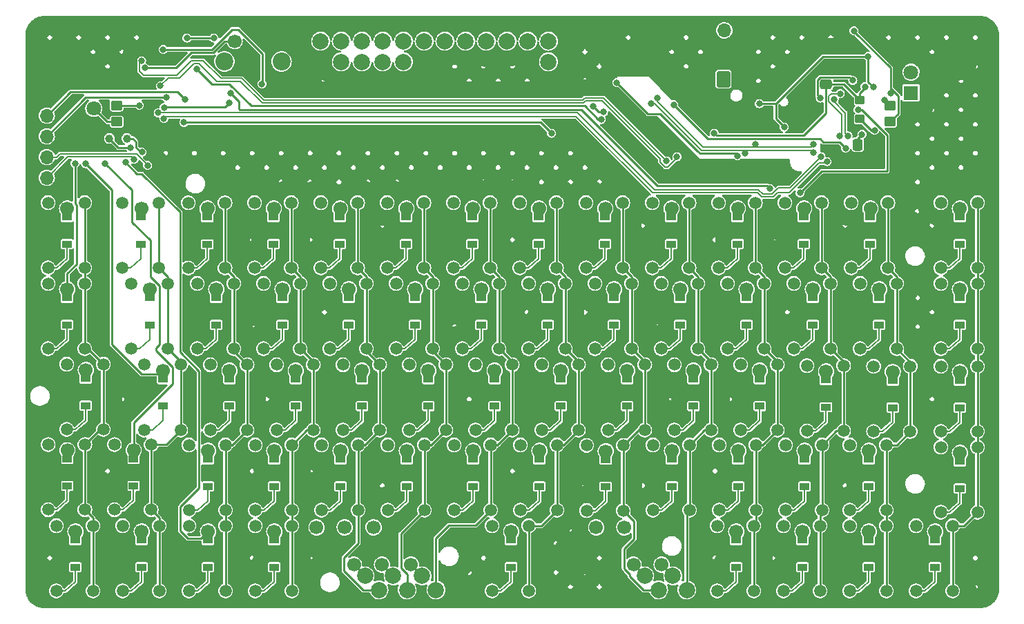
<source format=gbr>
%TF.GenerationSoftware,KiCad,Pcbnew,6.0.0-rc1-unknown-d76c6bc884~144~ubuntu21.10.1*%
%TF.CreationDate,2021-11-30T16:14:45+00:00*%
%TF.ProjectId,tad2_bottom,74616432-5f62-46f7-9474-6f6d2e6b6963,rev?*%
%TF.SameCoordinates,Original*%
%TF.FileFunction,Copper,L2,Bot*%
%TF.FilePolarity,Positive*%
%FSLAX46Y46*%
G04 Gerber Fmt 4.6, Leading zero omitted, Abs format (unit mm)*
G04 Created by KiCad (PCBNEW 6.0.0-rc1-unknown-d76c6bc884~144~ubuntu21.10.1) date 2021-11-30 16:14:45*
%MOMM*%
%LPD*%
G01*
G04 APERTURE LIST*
G04 Aperture macros list*
%AMRoundRect*
0 Rectangle with rounded corners*
0 $1 Rounding radius*
0 $2 $3 $4 $5 $6 $7 $8 $9 X,Y pos of 4 corners*
0 Add a 4 corners polygon primitive as box body*
4,1,4,$2,$3,$4,$5,$6,$7,$8,$9,$2,$3,0*
0 Add four circle primitives for the rounded corners*
1,1,$1+$1,$2,$3*
1,1,$1+$1,$4,$5*
1,1,$1+$1,$6,$7*
1,1,$1+$1,$8,$9*
0 Add four rect primitives between the rounded corners*
20,1,$1+$1,$2,$3,$4,$5,0*
20,1,$1+$1,$4,$5,$6,$7,0*
20,1,$1+$1,$6,$7,$8,$9,0*
20,1,$1+$1,$8,$9,$2,$3,0*%
%AMRotRect*
0 Rectangle, with rotation*
0 The origin of the aperture is its center*
0 $1 length*
0 $2 width*
0 $3 Rotation angle, in degrees counterclockwise*
0 Add horizontal line*
21,1,$1,$2,0,0,$3*%
G04 Aperture macros list end*
%TA.AperFunction,EtchedComponent*%
%ADD10C,0.200000*%
%TD*%
%TA.AperFunction,ComponentPad*%
%ADD11C,1.500000*%
%TD*%
%TA.AperFunction,SMDPad,CuDef*%
%ADD12R,1.200000X0.900000*%
%TD*%
%TA.AperFunction,SMDPad,CuDef*%
%ADD13R,1.200000X0.958000*%
%TD*%
%TA.AperFunction,ComponentPad*%
%ADD14C,1.700000*%
%TD*%
%TA.AperFunction,ComponentPad*%
%ADD15R,1.700000X1.700000*%
%TD*%
%TA.AperFunction,ComponentPad*%
%ADD16O,1.700000X1.700000*%
%TD*%
%TA.AperFunction,ComponentPad*%
%ADD17C,2.000000*%
%TD*%
%TA.AperFunction,ComponentPad*%
%ADD18C,2.200000*%
%TD*%
%TA.AperFunction,ComponentPad*%
%ADD19C,5.000000*%
%TD*%
%TA.AperFunction,ComponentPad*%
%ADD20C,1.450000*%
%TD*%
%TA.AperFunction,ComponentPad*%
%ADD21O,1.200000X1.900000*%
%TD*%
%TA.AperFunction,ComponentPad*%
%ADD22RotRect,1.800000X1.800000X45.000000*%
%TD*%
%TA.AperFunction,ComponentPad*%
%ADD23C,1.800000*%
%TD*%
%TA.AperFunction,ComponentPad*%
%ADD24R,1.800000X1.800000*%
%TD*%
%TA.AperFunction,ComponentPad*%
%ADD25RoundRect,0.250000X0.600000X0.750000X-0.600000X0.750000X-0.600000X-0.750000X0.600000X-0.750000X0*%
%TD*%
%TA.AperFunction,ComponentPad*%
%ADD26O,1.700000X2.000000*%
%TD*%
%TA.AperFunction,SMDPad,CuDef*%
%ADD27C,1.000000*%
%TD*%
%TA.AperFunction,SMDPad,CuDef*%
%ADD28RoundRect,0.250000X-0.450000X0.350000X-0.450000X-0.350000X0.450000X-0.350000X0.450000X0.350000X0*%
%TD*%
%TA.AperFunction,SMDPad,CuDef*%
%ADD29RoundRect,0.250000X0.337500X0.475000X-0.337500X0.475000X-0.337500X-0.475000X0.337500X-0.475000X0*%
%TD*%
%TA.AperFunction,SMDPad,CuDef*%
%ADD30RoundRect,0.250000X-0.475000X0.337500X-0.475000X-0.337500X0.475000X-0.337500X0.475000X0.337500X0*%
%TD*%
%TA.AperFunction,SMDPad,CuDef*%
%ADD31RoundRect,0.250000X-0.350000X0.275000X-0.350000X-0.275000X0.350000X-0.275000X0.350000X0.275000X0*%
%TD*%
%TA.AperFunction,ViaPad*%
%ADD32C,0.800000*%
%TD*%
%TA.AperFunction,Conductor*%
%ADD33C,0.250000*%
%TD*%
%TA.AperFunction,Conductor*%
%ADD34C,0.200000*%
%TD*%
G04 APERTURE END LIST*
D10*
%TO.C,S_'1*%
X132588000Y-142977000D02*
X132588000Y-144757000D01*
X132588000Y-144757000D02*
X131318000Y-145900000D01*
X131318000Y-145900000D02*
X130248000Y-145899000D01*
%TO.C,S_;1*%
X124460000Y-144653000D02*
X123190000Y-145796000D01*
X124460000Y-142873000D02*
X124460000Y-144653000D01*
X123190000Y-145796000D02*
X122120000Y-145795000D01*
%TO.C,S_ENTER1*%
X147736000Y-145976000D02*
X146666000Y-145975000D01*
X149006000Y-143053000D02*
X149006000Y-144833000D01*
X149006000Y-144833000D02*
X147736000Y-145976000D01*
%TO.C,S_MAC1*%
X145958000Y-164391000D02*
X144688000Y-165534000D01*
X145958000Y-162611000D02*
X145958000Y-164391000D01*
X144688000Y-165534000D02*
X143618000Y-165533000D01*
%TO.C,S_O1*%
X114716000Y-134673000D02*
X113446000Y-135816000D01*
X113446000Y-135816000D02*
X112376000Y-135815000D01*
X114716000Y-132893000D02*
X114716000Y-134673000D01*
%TO.C,S_[1*%
X130972000Y-134673000D02*
X129702000Y-135816000D01*
X129702000Y-135816000D02*
X128632000Y-135815000D01*
X130972000Y-132893000D02*
X130972000Y-134673000D01*
%TO.C,S_TAB1*%
X38262000Y-135816000D02*
X37192000Y-135815000D01*
X39532000Y-134673000D02*
X38262000Y-135816000D01*
X39532000Y-132893000D02*
X39532000Y-134673000D01*
%TO.C,S_8*%
X104230000Y-125910000D02*
X103160000Y-125909000D01*
X105500000Y-124767000D02*
X104230000Y-125910000D01*
X105500000Y-122987000D02*
X105500000Y-124767000D01*
%TO.C,S_+1*%
X138012000Y-124767000D02*
X136742000Y-125910000D01*
X136742000Y-125910000D02*
X135672000Y-125909000D01*
X138012000Y-122987000D02*
X138012000Y-124767000D01*
%TO.C,S_3*%
X64860000Y-124767000D02*
X63590000Y-125910000D01*
X63590000Y-125910000D02*
X62520000Y-125909000D01*
X64860000Y-122987000D02*
X64860000Y-124767000D01*
%TO.C,S_RSH1*%
X147736000Y-155882000D02*
X146666000Y-155881000D01*
X149006000Y-154739000D02*
X147736000Y-155882000D01*
X149006000Y-152959000D02*
X149006000Y-154739000D01*
%TO.C,S_X1*%
X63662000Y-155628000D02*
X62592000Y-155627000D01*
X64932000Y-154485000D02*
X63662000Y-155628000D01*
X64932000Y-152705000D02*
X64932000Y-154485000D01*
%TO.C,S_I1*%
X106588000Y-132893000D02*
X106588000Y-134673000D01*
X105318000Y-135816000D02*
X104248000Y-135815000D01*
X106588000Y-134673000D02*
X105318000Y-135816000D01*
%TO.C,S_D1*%
X66294000Y-145796000D02*
X65224000Y-145795000D01*
X67564000Y-144653000D02*
X66294000Y-145796000D01*
X67564000Y-142873000D02*
X67564000Y-144653000D01*
%TO.C,S_CTR1*%
X41818000Y-144579000D02*
X40548000Y-145722000D01*
X40548000Y-145722000D02*
X39478000Y-145721000D01*
X41818000Y-142799000D02*
X41818000Y-144579000D01*
%TO.C,S_L1*%
X115062000Y-145796000D02*
X113992000Y-145795000D01*
X116332000Y-142873000D02*
X116332000Y-144653000D01*
X116332000Y-144653000D02*
X115062000Y-145796000D01*
%TO.C,S_J1*%
X98806000Y-145796000D02*
X97736000Y-145795000D01*
X100076000Y-142873000D02*
X100076000Y-144653000D01*
X100076000Y-144653000D02*
X98806000Y-145796000D01*
%TO.C,S_T1*%
X82204000Y-132893000D02*
X82204000Y-134673000D01*
X82204000Y-134673000D02*
X80934000Y-135816000D01*
X80934000Y-135816000D02*
X79864000Y-135815000D01*
%TO.C,S_2*%
X56732000Y-122995000D02*
X56732000Y-124775000D01*
X55462000Y-125918000D02*
X54392000Y-125917000D01*
X56732000Y-124775000D02*
X55462000Y-125918000D01*
%TO.C,S_SPC1*%
X93980000Y-164391000D02*
X92710000Y-165534000D01*
X92710000Y-165534000D02*
X91640000Y-165533000D01*
X93980000Y-162611000D02*
X93980000Y-164391000D01*
%TO.C,S_LSH1*%
X38282000Y-155575000D02*
X37212000Y-155574000D01*
X39552000Y-154432000D02*
X38282000Y-155575000D01*
X39552000Y-152652000D02*
X39552000Y-154432000D01*
%TO.C,S_RFN1*%
X137830000Y-162611000D02*
X137830000Y-164391000D01*
X137830000Y-164391000D02*
X136560000Y-165534000D01*
X136560000Y-165534000D02*
X135490000Y-165533000D01*
%TO.C,S_\u005C1*%
X139484000Y-145976000D02*
X138414000Y-145975000D01*
X140754000Y-143053000D02*
X140754000Y-144833000D01*
X140754000Y-144833000D02*
X139484000Y-145976000D01*
%TO.C,S_1*%
X47334000Y-125910000D02*
X46264000Y-125909000D01*
X48604000Y-122987000D02*
X48604000Y-124767000D01*
X48604000Y-124767000D02*
X47334000Y-125910000D01*
%TO.C,S_/1*%
X129956000Y-154485000D02*
X128686000Y-155628000D01*
X128686000Y-155628000D02*
X127616000Y-155627000D01*
X129956000Y-152705000D02*
X129956000Y-154485000D01*
%TO.C,S_7*%
X97372000Y-124767000D02*
X96102000Y-125910000D01*
X97372000Y-122987000D02*
X97372000Y-124767000D01*
X96102000Y-125910000D02*
X95032000Y-125909000D01*
%TO.C,S_P1*%
X122844000Y-132893000D02*
X122844000Y-134673000D01*
X121574000Y-135816000D02*
X120504000Y-135815000D01*
X122844000Y-134673000D02*
X121574000Y-135816000D01*
%TO.C,S_-1*%
X129884000Y-124767000D02*
X128614000Y-125910000D01*
X129884000Y-122987000D02*
X129884000Y-124767000D01*
X128614000Y-125910000D02*
X127544000Y-125909000D01*
%TO.C,S_]1*%
X139100000Y-134673000D02*
X137830000Y-135816000D01*
X137830000Y-135816000D02*
X136760000Y-135815000D01*
X139100000Y-132893000D02*
X139100000Y-134673000D01*
%TO.C,S_U1*%
X97190000Y-135816000D02*
X96120000Y-135815000D01*
X98460000Y-134673000D02*
X97190000Y-135816000D01*
X98460000Y-132893000D02*
X98460000Y-134673000D01*
%TO.C,S_RIG1*%
X129702000Y-164391000D02*
X128432000Y-165534000D01*
X128432000Y-165534000D02*
X127362000Y-165533000D01*
X129702000Y-162611000D02*
X129702000Y-164391000D01*
%TO.C,S_LHY1*%
X40548000Y-162611000D02*
X40548000Y-164391000D01*
X39278000Y-165534000D02*
X38208000Y-165533000D01*
X40548000Y-164391000D02*
X39278000Y-165534000D01*
%TO.C,S_.1*%
X121828000Y-154485000D02*
X120558000Y-155628000D01*
X121828000Y-152705000D02*
X121828000Y-154485000D01*
X120558000Y-155628000D02*
X119488000Y-155627000D01*
%TO.C,S_4*%
X72988000Y-122987000D02*
X72988000Y-124767000D01*
X72988000Y-124767000D02*
X71718000Y-125910000D01*
X71718000Y-125910000D02*
X70648000Y-125909000D01*
%TO.C,S_C1*%
X71790000Y-155628000D02*
X70720000Y-155627000D01*
X73060000Y-154485000D02*
X71790000Y-155628000D01*
X73060000Y-152705000D02*
X73060000Y-154485000D01*
%TO.C,S_TIL1*%
X137830000Y-154485000D02*
X136560000Y-155628000D01*
X137830000Y-152705000D02*
X137830000Y-154485000D01*
X136560000Y-155628000D02*
X135490000Y-155627000D01*
%TO.C,S_H1*%
X91948000Y-142873000D02*
X91948000Y-144653000D01*
X91948000Y-144653000D02*
X90678000Y-145796000D01*
X90678000Y-145796000D02*
X89608000Y-145795000D01*
%TO.C,S_K1*%
X106934000Y-145796000D02*
X105864000Y-145795000D01*
X108204000Y-142873000D02*
X108204000Y-144653000D01*
X108204000Y-144653000D02*
X106934000Y-145796000D01*
%TO.C,S_DOWN1*%
X64932000Y-162611000D02*
X64932000Y-164391000D01*
X64932000Y-164391000D02*
X63662000Y-165534000D01*
X63662000Y-165534000D02*
X62592000Y-165533000D01*
%TO.C,S_A1*%
X50038000Y-145796000D02*
X48968000Y-145795000D01*
X51308000Y-142873000D02*
X51308000Y-144653000D01*
X51308000Y-144653000D02*
X50038000Y-145796000D01*
%TO.C,S_BCK1*%
X147736000Y-135816000D02*
X146666000Y-135815000D01*
X149006000Y-134673000D02*
X147736000Y-135816000D01*
X149006000Y-132893000D02*
X149006000Y-134673000D01*
%TO.C,S_10*%
X121756000Y-122987000D02*
X121756000Y-124767000D01*
X121756000Y-124767000D02*
X120486000Y-125910000D01*
X120486000Y-125910000D02*
X119416000Y-125909000D01*
%TO.C,S_DEL1*%
X147736000Y-125910000D02*
X146666000Y-125909000D01*
X149006000Y-122987000D02*
X149006000Y-124767000D01*
X149006000Y-124767000D02*
X147736000Y-125910000D01*
%TO.C,S_R1*%
X74076000Y-132893000D02*
X74076000Y-134673000D01*
X72806000Y-135816000D02*
X71736000Y-135815000D01*
X74076000Y-134673000D02*
X72806000Y-135816000D01*
%TO.C,S_B1*%
X89316000Y-154485000D02*
X88046000Y-155628000D01*
X88046000Y-155628000D02*
X86976000Y-155627000D01*
X89316000Y-152705000D02*
X89316000Y-154485000D01*
%TO.C,S_Q1*%
X49692000Y-134673000D02*
X48422000Y-135816000D01*
X48422000Y-135816000D02*
X47352000Y-135815000D01*
X49692000Y-132893000D02*
X49692000Y-134673000D01*
%TO.C,S_M1*%
X105572000Y-152753500D02*
X105572000Y-154533500D01*
X104302000Y-155676500D02*
X103232000Y-155675500D01*
X105572000Y-154533500D02*
X104302000Y-155676500D01*
%TO.C,S_LEF1*%
X121574000Y-162611000D02*
X121574000Y-164391000D01*
X121574000Y-164391000D02*
X120304000Y-165534000D01*
X120304000Y-165534000D02*
X119234000Y-165533000D01*
%TO.C,S_ESC1*%
X39532000Y-122987000D02*
X39532000Y-124767000D01*
X38262000Y-125910000D02*
X37192000Y-125909000D01*
X39532000Y-124767000D02*
X38262000Y-125910000D01*
%TO.C,S_W1*%
X57820000Y-132893000D02*
X57820000Y-134673000D01*
X56550000Y-135816000D02*
X55480000Y-135815000D01*
X57820000Y-134673000D02*
X56550000Y-135816000D01*
%TO.C,S_V1*%
X81188000Y-152705000D02*
X81188000Y-154485000D01*
X81188000Y-154485000D02*
X79918000Y-155628000D01*
X79918000Y-155628000D02*
X78848000Y-155627000D01*
%TO.C,S_5*%
X81116000Y-122987000D02*
X81116000Y-124767000D01*
X81116000Y-124767000D02*
X79846000Y-125910000D01*
X79846000Y-125910000D02*
X78776000Y-125909000D01*
%TO.C,S_Y1*%
X90332000Y-132893000D02*
X90332000Y-134673000D01*
X90332000Y-134673000D02*
X89062000Y-135816000D01*
X89062000Y-135816000D02*
X87992000Y-135815000D01*
%TO.C,S_G1*%
X83820000Y-142873000D02*
X83820000Y-144653000D01*
X83820000Y-144653000D02*
X82550000Y-145796000D01*
X82550000Y-145796000D02*
X81480000Y-145795000D01*
%TO.C,S_N1*%
X97444000Y-154485000D02*
X96174000Y-155628000D01*
X97444000Y-152705000D02*
X97444000Y-154485000D01*
X96174000Y-155628000D02*
X95104000Y-155627000D01*
%TO.C,S_9*%
X113628000Y-124767000D02*
X112358000Y-125910000D01*
X113628000Y-122987000D02*
X113628000Y-124767000D01*
X112358000Y-125910000D02*
X111288000Y-125909000D01*
%TO.C,S_ALT1*%
X47680000Y-152652000D02*
X47680000Y-154432000D01*
X47680000Y-154432000D02*
X46410000Y-155575000D01*
X46410000Y-155575000D02*
X45340000Y-155574000D01*
%TO.C,S_6*%
X89244000Y-124767000D02*
X87974000Y-125910000D01*
X87974000Y-125910000D02*
X86904000Y-125909000D01*
X89244000Y-122987000D02*
X89244000Y-124767000D01*
%TO.C,S_LFN1*%
X48676000Y-164391000D02*
X47406000Y-165534000D01*
X47406000Y-165534000D02*
X46336000Y-165533000D01*
X48676000Y-162611000D02*
X48676000Y-164391000D01*
%TO.C,S_S1*%
X59436000Y-144653000D02*
X58166000Y-145796000D01*
X58166000Y-145796000D02*
X57096000Y-145795000D01*
X59436000Y-142873000D02*
X59436000Y-144653000D01*
%TO.C,S_Z1*%
X55534000Y-155628000D02*
X54464000Y-155627000D01*
X56804000Y-152705000D02*
X56804000Y-154485000D01*
X56804000Y-154485000D02*
X55534000Y-155628000D01*
%TO.C,S_E1*%
X64678000Y-135816000D02*
X63608000Y-135815000D01*
X65948000Y-132893000D02*
X65948000Y-134673000D01*
X65948000Y-134673000D02*
X64678000Y-135816000D01*
%TO.C,S_UP1*%
X56804000Y-164391000D02*
X55534000Y-165534000D01*
X55534000Y-165534000D02*
X54464000Y-165533000D01*
X56804000Y-162611000D02*
X56804000Y-164391000D01*
%TO.C,S_\u002C1*%
X113700000Y-154485000D02*
X112430000Y-155628000D01*
X112430000Y-155628000D02*
X111360000Y-155627000D01*
X113700000Y-152705000D02*
X113700000Y-154485000D01*
%TO.C,S_F1*%
X75692000Y-144653000D02*
X74422000Y-145796000D01*
X74422000Y-145796000D02*
X73352000Y-145795000D01*
X75692000Y-142873000D02*
X75692000Y-144653000D01*
%TD*%
D11*
%TO.P,S_'1,0*%
%TO.N,N/C*%
X130248000Y-137899000D03*
%TO.P,S_'1,1,INPUT*%
%TO.N,/U_1_col_11*%
X134748000Y-145899000D03*
X134748000Y-137899000D03*
%TO.P,S_'1,2,TO_DIODE*%
%TO.N,unconnected-(S_'1-Pad2)*%
X130248000Y-145899000D03*
D12*
X132588000Y-142977000D03*
D13*
%TO.P,S_'1,3,FROM_DIODE*%
%TO.N,/U_1_row_2*%
X132588000Y-139648000D03*
D14*
X132600500Y-138613000D03*
%TD*%
D11*
%TO.P,S_;1,0*%
%TO.N,N/C*%
X122120000Y-137795000D03*
%TO.P,S_;1,1,INPUT*%
%TO.N,/U_1_col_10*%
X126620000Y-145795000D03*
X126620000Y-137795000D03*
D12*
%TO.P,S_;1,2,TO_DIODE*%
%TO.N,unconnected-(S_;1-Pad2)*%
X124460000Y-142873000D03*
D11*
X122120000Y-145795000D03*
D14*
%TO.P,S_;1,3,FROM_DIODE*%
%TO.N,/U_1_row_2*%
X124472500Y-138509000D03*
D13*
X124460000Y-139544000D03*
%TD*%
D11*
%TO.P,S_ENTER1,0*%
%TO.N,N/C*%
X146666000Y-137975000D03*
%TO.P,S_ENTER1,1,INPUT*%
%TO.N,/U_1_col_13*%
X151166000Y-145975000D03*
X151166000Y-137975000D03*
D12*
%TO.P,S_ENTER1,2,TO_DIODE*%
%TO.N,unconnected-(S_ENTER1-Pad2)*%
X149006000Y-143053000D03*
D11*
X146666000Y-145975000D03*
D14*
%TO.P,S_ENTER1,3,FROM_DIODE*%
%TO.N,/U_1_row_2*%
X149018500Y-138689000D03*
D13*
X149006000Y-139724000D03*
%TD*%
D15*
%TO.P,J4,1,Pin_1*%
%TO.N,GND_BOT*%
X37033200Y-104698800D03*
D16*
%TO.P,J4,2,Pin_2*%
%TO.N,BOT_3.3V*%
X37033200Y-107238800D03*
%TO.P,J4,3,Pin_3*%
%TO.N,STM_NRST*%
X37033200Y-109778800D03*
%TO.P,J4,4,Pin_4*%
%TO.N,STM_SW+*%
X37033200Y-112318800D03*
%TO.P,J4,5,Pin_5*%
%TO.N,STM_SW-*%
X37033200Y-114858800D03*
%TD*%
D17*
%TO.P,,1*%
%TO.N,N/C*%
X98552000Y-98094800D03*
%TD*%
%TO.P,,1*%
%TO.N,N/C*%
X73152000Y-98094800D03*
%TD*%
D11*
%TO.P,S_MAC1,0*%
%TO.N,N/C*%
X143618000Y-157533000D03*
%TO.P,S_MAC1,1,INPUT*%
%TO.N,/U_1_col_13*%
X148118000Y-165533000D03*
X148118000Y-157533000D03*
D12*
%TO.P,S_MAC1,2,TO_DIODE*%
%TO.N,unconnected-(S_MAC1-Pad2)*%
X145958000Y-162611000D03*
D11*
X143618000Y-165533000D03*
D13*
%TO.P,S_MAC1,3,FROM_DIODE*%
%TO.N,/U_1_row_4*%
X145958000Y-159282000D03*
D14*
X145970500Y-158247000D03*
%TD*%
D11*
%TO.P,S_O1,0*%
%TO.N,N/C*%
X112376000Y-127815000D03*
%TO.P,S_O1,1,INPUT*%
%TO.N,/U_1_col_9*%
X116876000Y-135815000D03*
X116876000Y-127815000D03*
%TO.P,S_O1,2,TO_DIODE*%
%TO.N,unconnected-(S_O1-Pad2)*%
X112376000Y-135815000D03*
D12*
X114716000Y-132893000D03*
D14*
%TO.P,S_O1,3,FROM_DIODE*%
%TO.N,/U_1_row_1*%
X114728500Y-128529000D03*
D13*
X114716000Y-129564000D03*
%TD*%
D11*
%TO.P,S_[1,0*%
%TO.N,N/C*%
X128632000Y-127815000D03*
%TO.P,S_[1,1,INPUT*%
%TO.N,/U_1_col_11*%
X133132000Y-127815000D03*
X133132000Y-135815000D03*
D12*
%TO.P,S_[1,2,TO_DIODE*%
%TO.N,unconnected-(S_[1-Pad2)*%
X130972000Y-132893000D03*
D11*
X128632000Y-135815000D03*
D14*
%TO.P,S_[1,3,FROM_DIODE*%
%TO.N,/U_1_row_1*%
X130984500Y-128529000D03*
D13*
X130972000Y-129564000D03*
%TD*%
D11*
%TO.P,S_TAB1,0*%
%TO.N,N/C*%
X37192000Y-127815000D03*
%TO.P,S_TAB1,1,INPUT*%
%TO.N,/U_1_col_0*%
X41692000Y-127815000D03*
X41692000Y-135815000D03*
%TO.P,S_TAB1,2,TO_DIODE*%
%TO.N,unconnected-(S_TAB1-Pad2)*%
X37192000Y-135815000D03*
D12*
X39532000Y-132893000D03*
D14*
%TO.P,S_TAB1,3,FROM_DIODE*%
%TO.N,/U_1_row_1*%
X39544500Y-128529000D03*
D13*
X39532000Y-129564000D03*
%TD*%
D11*
%TO.P,S_8,0*%
%TO.N,N/C*%
X103160000Y-117909000D03*
%TO.P,S_8,1,INPUT*%
%TO.N,/U_1_col_8*%
X107660000Y-117909000D03*
X107660000Y-125909000D03*
%TO.P,S_8,2,TO_DIODE*%
%TO.N,unconnected-(S_8-Pad2)*%
X103160000Y-125909000D03*
D12*
X105500000Y-122987000D03*
D14*
%TO.P,S_8,3,FROM_DIODE*%
%TO.N,/U_1_row_0*%
X105512500Y-118623000D03*
D13*
X105500000Y-119658000D03*
%TD*%
D11*
%TO.P,S_+1,0*%
%TO.N,N/C*%
X135672000Y-117909000D03*
%TO.P,S_+1,1,INPUT*%
%TO.N,/U_1_col_12*%
X140172000Y-125909000D03*
X140172000Y-117909000D03*
D12*
%TO.P,S_+1,2,TO_DIODE*%
%TO.N,unconnected-(S_+1-Pad2)*%
X138012000Y-122987000D03*
D11*
X135672000Y-125909000D03*
D14*
%TO.P,S_+1,3,FROM_DIODE*%
%TO.N,/U_1_row_0*%
X138024500Y-118623000D03*
D13*
X138012000Y-119658000D03*
%TD*%
D11*
%TO.P,S_3,0*%
%TO.N,N/C*%
X62520000Y-117909000D03*
%TO.P,S_3,1,INPUT*%
%TO.N,/U_1_col_3*%
X67020000Y-117909000D03*
X67020000Y-125909000D03*
%TO.P,S_3,2,TO_DIODE*%
%TO.N,unconnected-(S_3-Pad2)*%
X62520000Y-125909000D03*
D12*
X64860000Y-122987000D03*
D14*
%TO.P,S_3,3,FROM_DIODE*%
%TO.N,/U_1_row_0*%
X64872500Y-118623000D03*
D13*
X64860000Y-119658000D03*
%TD*%
D11*
%TO.P,S_RSH1,0*%
%TO.N,N/C*%
X146666000Y-147881000D03*
%TO.P,S_RSH1,1,INPUT*%
%TO.N,/U_1_col_13*%
X151166000Y-155881000D03*
X151166000Y-147881000D03*
D12*
%TO.P,S_RSH1,2,TO_DIODE*%
%TO.N,unconnected-(S_RSH1-Pad2)*%
X149006000Y-152959000D03*
D11*
X146666000Y-155881000D03*
D13*
%TO.P,S_RSH1,3,FROM_DIODE*%
%TO.N,/U_1_row_3*%
X149006000Y-149630000D03*
D14*
X149018500Y-148595000D03*
%TD*%
D11*
%TO.P,S_X1,0*%
%TO.N,N/C*%
X62592000Y-147627000D03*
%TO.P,S_X1,1,INPUT*%
%TO.N,/U_1_col_3*%
X67092000Y-147627000D03*
X67092000Y-155627000D03*
%TO.P,S_X1,2,TO_DIODE*%
%TO.N,unconnected-(S_X1-Pad2)*%
X62592000Y-155627000D03*
D12*
X64932000Y-152705000D03*
D14*
%TO.P,S_X1,3,FROM_DIODE*%
%TO.N,/U_1_row_3*%
X64944500Y-148341000D03*
D13*
X64932000Y-149376000D03*
%TD*%
D17*
%TO.P,,1*%
%TO.N,N/C*%
X88392000Y-98094800D03*
%TD*%
D11*
%TO.P,S_I1,0*%
%TO.N,N/C*%
X104248000Y-127815000D03*
%TO.P,S_I1,1,INPUT*%
%TO.N,/U_1_col_8*%
X108748000Y-135815000D03*
X108748000Y-127815000D03*
D12*
%TO.P,S_I1,2,TO_DIODE*%
%TO.N,unconnected-(S_I1-Pad2)*%
X106588000Y-132893000D03*
D11*
X104248000Y-135815000D03*
D13*
%TO.P,S_I1,3,FROM_DIODE*%
%TO.N,/U_1_row_1*%
X106588000Y-129564000D03*
D14*
X106600500Y-128529000D03*
%TD*%
D11*
%TO.P,S_D1,0*%
%TO.N,N/C*%
X65224000Y-137795000D03*
%TO.P,S_D1,1,INPUT*%
%TO.N,/U_1_col_3*%
X69724000Y-145795000D03*
X69724000Y-137795000D03*
%TO.P,S_D1,2,TO_DIODE*%
%TO.N,unconnected-(S_D1-Pad2)*%
X65224000Y-145795000D03*
D12*
X67564000Y-142873000D03*
D14*
%TO.P,S_D1,3,FROM_DIODE*%
%TO.N,/U_1_row_2*%
X67576500Y-138509000D03*
D13*
X67564000Y-139544000D03*
%TD*%
D17*
%TO.P,,1*%
%TO.N,N/C*%
X73152000Y-100634800D03*
%TD*%
D11*
%TO.P,S_CTR1,0*%
%TO.N,N/C*%
X39478000Y-137721000D03*
%TO.P,S_CTR1,1,INPUT*%
%TO.N,/U_1_col_0*%
X43978000Y-137721000D03*
X43978000Y-145721000D03*
D12*
%TO.P,S_CTR1,2,TO_DIODE*%
%TO.N,unconnected-(S_CTR1-Pad2)*%
X41818000Y-142799000D03*
D11*
X39478000Y-145721000D03*
D13*
%TO.P,S_CTR1,3,FROM_DIODE*%
%TO.N,/U_1_row_2*%
X41818000Y-139470000D03*
D14*
X41830500Y-138435000D03*
%TD*%
D11*
%TO.P,S_L1,0*%
%TO.N,N/C*%
X113992000Y-137795000D03*
%TO.P,S_L1,1,INPUT*%
%TO.N,/U_1_col_9*%
X118492000Y-145795000D03*
X118492000Y-137795000D03*
D12*
%TO.P,S_L1,2,TO_DIODE*%
%TO.N,unconnected-(S_L1-Pad2)*%
X116332000Y-142873000D03*
D11*
X113992000Y-145795000D03*
D14*
%TO.P,S_L1,3,FROM_DIODE*%
%TO.N,/U_1_row_2*%
X116344500Y-138509000D03*
D13*
X116332000Y-139544000D03*
%TD*%
D11*
%TO.P,S_J1,0*%
%TO.N,N/C*%
X97736000Y-137795000D03*
%TO.P,S_J1,1,INPUT*%
%TO.N,/U_1_col_7*%
X102236000Y-145795000D03*
X102236000Y-137795000D03*
D12*
%TO.P,S_J1,2,TO_DIODE*%
%TO.N,unconnected-(S_J1-Pad2)*%
X100076000Y-142873000D03*
D11*
X97736000Y-145795000D03*
D13*
%TO.P,S_J1,3,FROM_DIODE*%
%TO.N,/U_1_row_2*%
X100076000Y-139544000D03*
D14*
X100088500Y-138509000D03*
%TD*%
D17*
%TO.P,,1*%
%TO.N,N/C*%
X96012000Y-98094800D03*
%TD*%
D11*
%TO.P,S_T1,0*%
%TO.N,N/C*%
X79864000Y-127815000D03*
%TO.P,S_T1,1,INPUT*%
%TO.N,/U_1_col_5*%
X84364000Y-127815000D03*
X84364000Y-135815000D03*
D12*
%TO.P,S_T1,2,TO_DIODE*%
%TO.N,unconnected-(S_T1-Pad2)*%
X82204000Y-132893000D03*
D11*
X79864000Y-135815000D03*
D14*
%TO.P,S_T1,3,FROM_DIODE*%
%TO.N,/U_1_row_1*%
X82216500Y-128529000D03*
D13*
X82204000Y-129564000D03*
%TD*%
D11*
%TO.P,S_2,0*%
%TO.N,N/C*%
X54392000Y-117917000D03*
%TO.P,S_2,1,INPUT*%
%TO.N,/U_1_col_2*%
X58892000Y-117917000D03*
X58892000Y-125917000D03*
%TO.P,S_2,2,TO_DIODE*%
%TO.N,unconnected-(S_2-Pad2)*%
X54392000Y-125917000D03*
D12*
X56732000Y-122995000D03*
D14*
%TO.P,S_2,3,FROM_DIODE*%
%TO.N,/U_1_row_0*%
X56744500Y-118631000D03*
D13*
X56732000Y-119666000D03*
%TD*%
D17*
%TO.P,,1*%
%TO.N,N/C*%
X93472000Y-98094800D03*
%TD*%
D11*
%TO.P,S_SPC1,0*%
%TO.N,N/C*%
X91640000Y-157533000D03*
%TO.P,S_SPC1,1,INPUT*%
%TO.N,/U_1_col_7*%
X96140000Y-165533000D03*
X96140000Y-157533000D03*
%TO.P,S_SPC1,2,TO_DIODE*%
%TO.N,unconnected-(S_SPC1-Pad2)*%
X91640000Y-165533000D03*
D12*
X93980000Y-162611000D03*
D13*
%TO.P,S_SPC1,3,FROM_DIODE*%
%TO.N,/U_1_row_4*%
X93980000Y-159282000D03*
D14*
X93992500Y-158247000D03*
%TD*%
D11*
%TO.P,S_LSH1,0*%
%TO.N,N/C*%
X37212000Y-147574000D03*
%TO.P,S_LSH1,1,INPUT*%
%TO.N,/U_1_col_0*%
X41712000Y-155574000D03*
X41712000Y-147574000D03*
%TO.P,S_LSH1,2,TO_DIODE*%
%TO.N,unconnected-(S_LSH1-Pad2)*%
X37212000Y-155574000D03*
D12*
X39552000Y-152652000D03*
D13*
%TO.P,S_LSH1,3,FROM_DIODE*%
%TO.N,/U_1_row_3*%
X39552000Y-149323000D03*
D14*
X39564500Y-148288000D03*
%TD*%
D11*
%TO.P,S_RFN1,0*%
%TO.N,N/C*%
X135490000Y-157533000D03*
%TO.P,S_RFN1,1,INPUT*%
%TO.N,/U_1_col_12*%
X139990000Y-165533000D03*
X139990000Y-157533000D03*
D12*
%TO.P,S_RFN1,2,TO_DIODE*%
%TO.N,unconnected-(S_RFN1-Pad2)*%
X137830000Y-162611000D03*
D11*
X135490000Y-165533000D03*
D14*
%TO.P,S_RFN1,3,FROM_DIODE*%
%TO.N,/U_1_row_4*%
X137842500Y-158247000D03*
D13*
X137830000Y-159282000D03*
%TD*%
D11*
%TO.P,S_\u005C1,0*%
%TO.N,N/C*%
X138414000Y-137975000D03*
%TO.P,S_\u005C1,1,INPUT*%
%TO.N,/U_1_col_12*%
X142914000Y-145975000D03*
X142914000Y-137975000D03*
%TO.P,S_\u005C1,2,TO_DIODE*%
%TO.N,unconnected-(S_\u005C1-Pad2)*%
X138414000Y-145975000D03*
D12*
X140754000Y-143053000D03*
D14*
%TO.P,S_\u005C1,3,FROM_DIODE*%
%TO.N,/U_1_row_2*%
X140766500Y-138689000D03*
D13*
X140754000Y-139724000D03*
%TD*%
D11*
%TO.P,S_1,0*%
%TO.N,N/C*%
X46264000Y-117909000D03*
%TO.P,S_1,1,INPUT*%
%TO.N,/U_1_col_1*%
X50764000Y-125909000D03*
X50764000Y-117909000D03*
D12*
%TO.P,S_1,2,TO_DIODE*%
%TO.N,unconnected-(S_1-Pad2)*%
X48604000Y-122987000D03*
D11*
X46264000Y-125909000D03*
D14*
%TO.P,S_1,3,FROM_DIODE*%
%TO.N,/U_1_row_0*%
X48616500Y-118623000D03*
D13*
X48604000Y-119658000D03*
%TD*%
D11*
%TO.P,S_/1,0*%
%TO.N,N/C*%
X127616000Y-147627000D03*
%TO.P,S_/1,1,INPUT*%
%TO.N,/U_1_col_11*%
X132116000Y-147627000D03*
X132116000Y-155627000D03*
%TO.P,S_/1,2,TO_DIODE*%
%TO.N,unconnected-(S_/1-Pad2)*%
X127616000Y-155627000D03*
D12*
X129956000Y-152705000D03*
D14*
%TO.P,S_/1,3,FROM_DIODE*%
%TO.N,/U_1_row_3*%
X129968500Y-148341000D03*
D13*
X129956000Y-149376000D03*
%TD*%
D11*
%TO.P,S_7,0*%
%TO.N,N/C*%
X95032000Y-117909000D03*
%TO.P,S_7,1,INPUT*%
%TO.N,/U_1_col_7*%
X99532000Y-125909000D03*
X99532000Y-117909000D03*
%TO.P,S_7,2,TO_DIODE*%
%TO.N,unconnected-(S_7-Pad2)*%
X95032000Y-125909000D03*
D12*
X97372000Y-122987000D03*
D14*
%TO.P,S_7,3,FROM_DIODE*%
%TO.N,/U_1_row_0*%
X97384500Y-118623000D03*
D13*
X97372000Y-119658000D03*
%TD*%
D11*
%TO.P,S_P1,0*%
%TO.N,N/C*%
X120504000Y-127815000D03*
%TO.P,S_P1,1,INPUT*%
%TO.N,/U_1_col_10*%
X125004000Y-127815000D03*
X125004000Y-135815000D03*
%TO.P,S_P1,2,TO_DIODE*%
%TO.N,unconnected-(S_P1-Pad2)*%
X120504000Y-135815000D03*
D12*
X122844000Y-132893000D03*
D13*
%TO.P,S_P1,3,FROM_DIODE*%
%TO.N,/U_1_row_1*%
X122844000Y-129564000D03*
D14*
X122856500Y-128529000D03*
%TD*%
D18*
%TO.P,POWER1,*%
%TO.N,*%
X58821000Y-100594800D03*
X65821000Y-100594800D03*
D14*
%TO.P,POWER1,1,1*%
%TO.N,Net-(POWER1-Pad1)*%
X60071000Y-98094800D03*
%TO.P,POWER1,2,2*%
%TO.N,GND_BOT*%
X64571000Y-98094800D03*
%TD*%
D11*
%TO.P,S_-1,0*%
%TO.N,N/C*%
X127544000Y-117909000D03*
%TO.P,S_-1,1,INPUT*%
%TO.N,/U_1_col_11*%
X132044000Y-125909000D03*
X132044000Y-117909000D03*
%TO.P,S_-1,2,TO_DIODE*%
%TO.N,unconnected-(S_-1-Pad2)*%
X127544000Y-125909000D03*
D12*
X129884000Y-122987000D03*
D13*
%TO.P,S_-1,3,FROM_DIODE*%
%TO.N,/U_1_row_0*%
X129884000Y-119658000D03*
D14*
X129896500Y-118623000D03*
%TD*%
D11*
%TO.P,S_]1,0*%
%TO.N,N/C*%
X136760000Y-127815000D03*
%TO.P,S_]1,1,INPUT*%
%TO.N,/U_1_col_12*%
X141260000Y-127815000D03*
X141260000Y-135815000D03*
D12*
%TO.P,S_]1,2,TO_DIODE*%
%TO.N,unconnected-(S_]1-Pad2)*%
X139100000Y-132893000D03*
D11*
X136760000Y-135815000D03*
D13*
%TO.P,S_]1,3,FROM_DIODE*%
%TO.N,/U_1_row_1*%
X139100000Y-129564000D03*
D14*
X139112500Y-128529000D03*
%TD*%
D17*
%TO.P,S_MB2,1,INPUT*%
%TO.N,/U_1_col_5*%
X81224154Y-165408154D03*
D14*
%TO.P,S_MB2,2,TO_DIODE*%
%TO.N,unconnected-(S_MB2-Pad2)*%
X78145764Y-162312087D03*
D17*
X79517905Y-163701905D03*
D14*
%TO.P,S_MB2,3,FROM_DIODE*%
%TO.N,/U_1_row_4*%
X73565834Y-157732156D03*
%TD*%
D19*
%TO.P,H2,1,1*%
%TO.N,GND_BOT*%
X148590000Y-100330000D03*
%TD*%
D11*
%TO.P,S_U1,0*%
%TO.N,N/C*%
X96120000Y-127815000D03*
%TO.P,S_U1,1,INPUT*%
%TO.N,/U_1_col_7*%
X100620000Y-127815000D03*
X100620000Y-135815000D03*
%TO.P,S_U1,2,TO_DIODE*%
%TO.N,unconnected-(S_U1-Pad2)*%
X96120000Y-135815000D03*
D12*
X98460000Y-132893000D03*
D13*
%TO.P,S_U1,3,FROM_DIODE*%
%TO.N,/U_1_row_1*%
X98460000Y-129564000D03*
D14*
X98472500Y-128529000D03*
%TD*%
D20*
%TO.P,J2,6,Shield*%
%TO.N,GND_BOT*%
X110750000Y-99200000D03*
D21*
X111750000Y-96500000D03*
X104750000Y-96500000D03*
D20*
X105750000Y-99200000D03*
%TD*%
D11*
%TO.P,S_RIG1,0*%
%TO.N,N/C*%
X127362000Y-157533000D03*
%TO.P,S_RIG1,1,INPUT*%
%TO.N,/U_1_col_11*%
X131862000Y-157533000D03*
X131862000Y-165533000D03*
D12*
%TO.P,S_RIG1,2,TO_DIODE*%
%TO.N,unconnected-(S_RIG1-Pad2)*%
X129702000Y-162611000D03*
D11*
X127362000Y-165533000D03*
D13*
%TO.P,S_RIG1,3,FROM_DIODE*%
%TO.N,/U_1_row_4*%
X129702000Y-159282000D03*
D14*
X129714500Y-158247000D03*
%TD*%
D11*
%TO.P,S_LHY1,0*%
%TO.N,N/C*%
X38208000Y-157533000D03*
%TO.P,S_LHY1,1,INPUT*%
%TO.N,/U_1_col_0*%
X42708000Y-157533000D03*
X42708000Y-165533000D03*
%TO.P,S_LHY1,2,TO_DIODE*%
%TO.N,unconnected-(S_LHY1-Pad2)*%
X38208000Y-165533000D03*
D12*
X40548000Y-162611000D03*
D14*
%TO.P,S_LHY1,3,FROM_DIODE*%
%TO.N,/U_1_row_4*%
X40560500Y-158247000D03*
D13*
X40548000Y-159282000D03*
%TD*%
D17*
%TO.P,,1*%
%TO.N,N/C*%
X75692000Y-100634800D03*
%TD*%
D11*
%TO.P,S_.1,0*%
%TO.N,N/C*%
X119488000Y-147627000D03*
%TO.P,S_.1,1,INPUT*%
%TO.N,/U_1_col_10*%
X123988000Y-155627000D03*
X123988000Y-147627000D03*
D12*
%TO.P,S_.1,2,TO_DIODE*%
%TO.N,unconnected-(S_.1-Pad2)*%
X121828000Y-152705000D03*
D11*
X119488000Y-155627000D03*
D13*
%TO.P,S_.1,3,FROM_DIODE*%
%TO.N,/U_1_row_3*%
X121828000Y-149376000D03*
D14*
X121840500Y-148341000D03*
%TD*%
D17*
%TO.P,,1*%
%TO.N,N/C*%
X98552000Y-100634800D03*
%TD*%
%TO.P,,1*%
%TO.N,N/C*%
X78232000Y-98094800D03*
%TD*%
%TO.P,S_MB5,1,INPUT*%
%TO.N,/U_1_col_9*%
X115514154Y-165408154D03*
D14*
%TO.P,S_MB5,2,TO_DIODE*%
%TO.N,unconnected-(S_MB5-Pad2)*%
X112435764Y-162312087D03*
D17*
X113807905Y-163701905D03*
D14*
%TO.P,S_MB5,3,FROM_DIODE*%
%TO.N,/U_1_row_4*%
X107855834Y-157732156D03*
%TD*%
D11*
%TO.P,S_4,0*%
%TO.N,N/C*%
X70648000Y-117909000D03*
%TO.P,S_4,1,INPUT*%
%TO.N,/U_1_col_4*%
X75148000Y-125909000D03*
X75148000Y-117909000D03*
D12*
%TO.P,S_4,2,TO_DIODE*%
%TO.N,unconnected-(S_4-Pad2)*%
X72988000Y-122987000D03*
D11*
X70648000Y-125909000D03*
D13*
%TO.P,S_4,3,FROM_DIODE*%
%TO.N,/U_1_row_0*%
X72988000Y-119658000D03*
D14*
X73000500Y-118623000D03*
%TD*%
D11*
%TO.P,S_C1,0*%
%TO.N,N/C*%
X70720000Y-147627000D03*
%TO.P,S_C1,1,INPUT*%
%TO.N,/U_1_col_4*%
X75220000Y-147627000D03*
X75220000Y-155627000D03*
%TO.P,S_C1,2,TO_DIODE*%
%TO.N,unconnected-(S_C1-Pad2)*%
X70720000Y-155627000D03*
D12*
X73060000Y-152705000D03*
D14*
%TO.P,S_C1,3,FROM_DIODE*%
%TO.N,/U_1_row_3*%
X73072500Y-148341000D03*
D13*
X73060000Y-149376000D03*
%TD*%
D17*
%TO.P,,1*%
%TO.N,N/C*%
X75692000Y-98094800D03*
%TD*%
D11*
%TO.P,S_TIL1,0*%
%TO.N,N/C*%
X135490000Y-147627000D03*
%TO.P,S_TIL1,1,INPUT*%
%TO.N,/U_1_col_12*%
X139990000Y-147627000D03*
X139990000Y-155627000D03*
%TO.P,S_TIL1,2,TO_DIODE*%
%TO.N,unconnected-(S_TIL1-Pad2)*%
X135490000Y-155627000D03*
D12*
X137830000Y-152705000D03*
D13*
%TO.P,S_TIL1,3,FROM_DIODE*%
%TO.N,/U_1_row_3*%
X137830000Y-149376000D03*
D14*
X137842500Y-148341000D03*
%TD*%
D11*
%TO.P,S_H1,0*%
%TO.N,N/C*%
X89608000Y-137795000D03*
%TO.P,S_H1,1,INPUT*%
%TO.N,/U_1_col_6*%
X94108000Y-137795000D03*
X94108000Y-145795000D03*
%TO.P,S_H1,2,TO_DIODE*%
%TO.N,unconnected-(S_H1-Pad2)*%
X89608000Y-145795000D03*
D12*
X91948000Y-142873000D03*
D14*
%TO.P,S_H1,3,FROM_DIODE*%
%TO.N,/U_1_row_2*%
X91960500Y-138509000D03*
D13*
X91948000Y-139544000D03*
%TD*%
D17*
%TO.P,,1*%
%TO.N,N/C*%
X83312000Y-98094800D03*
%TD*%
D22*
%TO.P,D6,1,K*%
%TO.N,GND_BOT*%
X41008439Y-108140361D03*
D23*
%TO.P,D6,2,A*%
%TO.N,Net-(D6-Pad2)*%
X42804490Y-106344310D03*
%TD*%
D11*
%TO.P,S_K1,0*%
%TO.N,N/C*%
X105864000Y-137795000D03*
%TO.P,S_K1,1,INPUT*%
%TO.N,/U_1_col_8*%
X110364000Y-145795000D03*
X110364000Y-137795000D03*
D12*
%TO.P,S_K1,2,TO_DIODE*%
%TO.N,unconnected-(S_K1-Pad2)*%
X108204000Y-142873000D03*
D11*
X105864000Y-145795000D03*
D13*
%TO.P,S_K1,3,FROM_DIODE*%
%TO.N,/U_1_row_2*%
X108204000Y-139544000D03*
D14*
X108216500Y-138509000D03*
%TD*%
D17*
%TO.P,,1*%
%TO.N,N/C*%
X80772000Y-100634800D03*
%TD*%
D19*
%TO.P,H3,1,1*%
%TO.N,GND_BOT*%
X101600000Y-161290000D03*
%TD*%
D11*
%TO.P,S_DOWN1,0*%
%TO.N,N/C*%
X62592000Y-157533000D03*
%TO.P,S_DOWN1,1,INPUT*%
%TO.N,/U_1_col_3*%
X67092000Y-157533000D03*
X67092000Y-165533000D03*
D12*
%TO.P,S_DOWN1,2,TO_DIODE*%
%TO.N,unconnected-(S_DOWN1-Pad2)*%
X64932000Y-162611000D03*
D11*
X62592000Y-165533000D03*
D14*
%TO.P,S_DOWN1,3,FROM_DIODE*%
%TO.N,/U_1_row_4*%
X64944500Y-158247000D03*
D13*
X64932000Y-159282000D03*
%TD*%
D11*
%TO.P,S_A1,0*%
%TO.N,N/C*%
X48968000Y-137795000D03*
%TO.P,S_A1,1,INPUT*%
%TO.N,/U_1_col_1*%
X53468000Y-145795000D03*
X53468000Y-137795000D03*
%TO.P,S_A1,2,TO_DIODE*%
%TO.N,unconnected-(S_A1-Pad2)*%
X48968000Y-145795000D03*
D12*
X51308000Y-142873000D03*
D13*
%TO.P,S_A1,3,FROM_DIODE*%
%TO.N,/U_1_row_2*%
X51308000Y-139544000D03*
D14*
X51320500Y-138509000D03*
%TD*%
D11*
%TO.P,S_BCK1,0*%
%TO.N,N/C*%
X146666000Y-127815000D03*
%TO.P,S_BCK1,1,INPUT*%
%TO.N,/U_1_col_13*%
X151166000Y-135815000D03*
X151166000Y-127815000D03*
%TO.P,S_BCK1,2,TO_DIODE*%
%TO.N,unconnected-(S_BCK1-Pad2)*%
X146666000Y-135815000D03*
D12*
X149006000Y-132893000D03*
D13*
%TO.P,S_BCK1,3,FROM_DIODE*%
%TO.N,/U_1_row_1*%
X149006000Y-129564000D03*
D14*
X149018500Y-128529000D03*
%TD*%
D17*
%TO.P,S_MB3,1,INPUT*%
%TO.N,/U_1_col_6*%
X84763154Y-165408154D03*
D14*
%TO.P,S_MB3,2,TO_DIODE*%
%TO.N,unconnected-(S_MB3-Pad2)*%
X81684764Y-162312087D03*
D17*
X83056905Y-163701905D03*
D14*
%TO.P,S_MB3,3,FROM_DIODE*%
%TO.N,/U_1_row_4*%
X77104834Y-157732156D03*
%TD*%
D11*
%TO.P,S_10,0*%
%TO.N,N/C*%
X119416000Y-117909000D03*
%TO.P,S_10,1,INPUT*%
%TO.N,/U_1_col_10*%
X123916000Y-125909000D03*
X123916000Y-117909000D03*
D12*
%TO.P,S_10,2,TO_DIODE*%
%TO.N,unconnected-(S_10-Pad2)*%
X121756000Y-122987000D03*
D11*
X119416000Y-125909000D03*
D13*
%TO.P,S_10,3,FROM_DIODE*%
%TO.N,/U_1_row_0*%
X121756000Y-119658000D03*
D14*
X121768500Y-118623000D03*
%TD*%
D11*
%TO.P,S_DEL1,0*%
%TO.N,N/C*%
X146666000Y-117909000D03*
%TO.P,S_DEL1,1,INPUT*%
%TO.N,/U_1_col_13*%
X151166000Y-117909000D03*
X151166000Y-125909000D03*
%TO.P,S_DEL1,2,TO_DIODE*%
%TO.N,unconnected-(S_DEL1-Pad2)*%
X146666000Y-125909000D03*
D12*
X149006000Y-122987000D03*
D13*
%TO.P,S_DEL1,3,FROM_DIODE*%
%TO.N,/U_1_row_0*%
X149006000Y-119658000D03*
D14*
X149018500Y-118623000D03*
%TD*%
D11*
%TO.P,S_R1,0*%
%TO.N,N/C*%
X71736000Y-127815000D03*
%TO.P,S_R1,1,INPUT*%
%TO.N,/U_1_col_4*%
X76236000Y-127815000D03*
X76236000Y-135815000D03*
%TO.P,S_R1,2,TO_DIODE*%
%TO.N,unconnected-(S_R1-Pad2)*%
X71736000Y-135815000D03*
D12*
X74076000Y-132893000D03*
D14*
%TO.P,S_R1,3,FROM_DIODE*%
%TO.N,/U_1_row_1*%
X74088500Y-128529000D03*
D13*
X74076000Y-129564000D03*
%TD*%
D11*
%TO.P,S_B1,0*%
%TO.N,N/C*%
X86976000Y-147627000D03*
%TO.P,S_B1,1,INPUT*%
%TO.N,/U_1_col_6*%
X91476000Y-147627000D03*
X91476000Y-155627000D03*
%TO.P,S_B1,2,TO_DIODE*%
%TO.N,unconnected-(S_B1-Pad2)*%
X86976000Y-155627000D03*
D12*
X89316000Y-152705000D03*
D13*
%TO.P,S_B1,3,FROM_DIODE*%
%TO.N,/U_1_row_3*%
X89316000Y-149376000D03*
D14*
X89328500Y-148341000D03*
%TD*%
D11*
%TO.P,S_Q1,0*%
%TO.N,N/C*%
X47352000Y-127815000D03*
%TO.P,S_Q1,1,INPUT*%
%TO.N,/U_1_col_1*%
X51852000Y-135815000D03*
X51852000Y-127815000D03*
D12*
%TO.P,S_Q1,2,TO_DIODE*%
%TO.N,unconnected-(S_Q1-Pad2)*%
X49692000Y-132893000D03*
D11*
X47352000Y-135815000D03*
D13*
%TO.P,S_Q1,3,FROM_DIODE*%
%TO.N,/U_1_row_1*%
X49692000Y-129564000D03*
D14*
X49704500Y-128529000D03*
%TD*%
D11*
%TO.P,S_M1,0*%
%TO.N,N/C*%
X103232000Y-147675500D03*
%TO.P,S_M1,1,INPUT*%
%TO.N,/U_1_col_8*%
X107732000Y-155675500D03*
X107732000Y-147675500D03*
D12*
%TO.P,S_M1,2,TO_DIODE*%
%TO.N,unconnected-(S_M1-Pad2)*%
X105572000Y-152753500D03*
D11*
X103232000Y-155675500D03*
D13*
%TO.P,S_M1,3,FROM_DIODE*%
%TO.N,/U_1_row_3*%
X105572000Y-149424500D03*
D14*
X105584500Y-148389500D03*
%TD*%
D17*
%TO.P,S_MB4,1,INPUT*%
%TO.N,/U_1_col_8*%
X112068154Y-165408154D03*
D14*
%TO.P,S_MB4,2,TO_DIODE*%
%TO.N,unconnected-(S_MB4-Pad2)*%
X108989764Y-162312087D03*
D17*
X110361905Y-163701905D03*
D14*
%TO.P,S_MB4,3,FROM_DIODE*%
%TO.N,/U_1_row_4*%
X104409834Y-157732156D03*
%TD*%
D11*
%TO.P,S_LEF1,0*%
%TO.N,N/C*%
X119234000Y-157533000D03*
%TO.P,S_LEF1,1,INPUT*%
%TO.N,/U_1_col_10*%
X123734000Y-157533000D03*
X123734000Y-165533000D03*
D12*
%TO.P,S_LEF1,2,TO_DIODE*%
%TO.N,unconnected-(S_LEF1-Pad2)*%
X121574000Y-162611000D03*
D11*
X119234000Y-165533000D03*
D13*
%TO.P,S_LEF1,3,FROM_DIODE*%
%TO.N,/U_1_row_4*%
X121574000Y-159282000D03*
D14*
X121586500Y-158247000D03*
%TD*%
D17*
%TO.P,,1*%
%TO.N,N/C*%
X80772000Y-98094800D03*
%TD*%
D11*
%TO.P,S_ESC1,0*%
%TO.N,N/C*%
X37192000Y-117909000D03*
%TO.P,S_ESC1,1,INPUT*%
%TO.N,/U_1_col_0*%
X41692000Y-117909000D03*
X41692000Y-125909000D03*
D12*
%TO.P,S_ESC1,2,TO_DIODE*%
%TO.N,unconnected-(S_ESC1-Pad2)*%
X39532000Y-122987000D03*
D11*
X37192000Y-125909000D03*
D14*
%TO.P,S_ESC1,3,FROM_DIODE*%
%TO.N,/U_1_row_0*%
X39544500Y-118623000D03*
D13*
X39532000Y-119658000D03*
%TD*%
D11*
%TO.P,S_W1,0*%
%TO.N,N/C*%
X55480000Y-127815000D03*
%TO.P,S_W1,1,INPUT*%
%TO.N,/U_1_col_2*%
X59980000Y-135815000D03*
X59980000Y-127815000D03*
%TO.P,S_W1,2,TO_DIODE*%
%TO.N,unconnected-(S_W1-Pad2)*%
X55480000Y-135815000D03*
D12*
X57820000Y-132893000D03*
D13*
%TO.P,S_W1,3,FROM_DIODE*%
%TO.N,/U_1_row_1*%
X57820000Y-129564000D03*
D14*
X57832500Y-128529000D03*
%TD*%
D11*
%TO.P,S_V1,0*%
%TO.N,N/C*%
X78848000Y-147627000D03*
%TO.P,S_V1,1,INPUT*%
%TO.N,/U_1_col_5*%
X83348000Y-147627000D03*
X83348000Y-155627000D03*
D12*
%TO.P,S_V1,2,TO_DIODE*%
%TO.N,unconnected-(S_V1-Pad2)*%
X81188000Y-152705000D03*
D11*
X78848000Y-155627000D03*
D13*
%TO.P,S_V1,3,FROM_DIODE*%
%TO.N,/U_1_row_3*%
X81188000Y-149376000D03*
D14*
X81200500Y-148341000D03*
%TD*%
D17*
%TO.P,,1*%
%TO.N,N/C*%
X90932000Y-98094800D03*
%TD*%
%TO.P,,1*%
%TO.N,GND_BOT*%
X70612000Y-100634800D03*
%TD*%
D24*
%TO.P,D1,1,K*%
%TO.N,Net-(BM1-Pad9)*%
X143002000Y-104444800D03*
D23*
%TO.P,D1,2,A*%
%TO.N,Net-(D1-Pad2)*%
X143002000Y-101904800D03*
%TD*%
D11*
%TO.P,S_5,0*%
%TO.N,N/C*%
X78776000Y-117909000D03*
%TO.P,S_5,1,INPUT*%
%TO.N,/U_1_col_5*%
X83276000Y-125909000D03*
X83276000Y-117909000D03*
D12*
%TO.P,S_5,2,TO_DIODE*%
%TO.N,unconnected-(S_5-Pad2)*%
X81116000Y-122987000D03*
D11*
X78776000Y-125909000D03*
D13*
%TO.P,S_5,3,FROM_DIODE*%
%TO.N,/U_1_row_0*%
X81116000Y-119658000D03*
D14*
X81128500Y-118623000D03*
%TD*%
D11*
%TO.P,S_Y1,0*%
%TO.N,N/C*%
X87992000Y-127815000D03*
%TO.P,S_Y1,1,INPUT*%
%TO.N,/U_1_col_6*%
X92492000Y-127815000D03*
X92492000Y-135815000D03*
%TO.P,S_Y1,2,TO_DIODE*%
%TO.N,unconnected-(S_Y1-Pad2)*%
X87992000Y-135815000D03*
D12*
X90332000Y-132893000D03*
D13*
%TO.P,S_Y1,3,FROM_DIODE*%
%TO.N,/U_1_row_1*%
X90332000Y-129564000D03*
D14*
X90344500Y-128529000D03*
%TD*%
D11*
%TO.P,S_G1,0*%
%TO.N,N/C*%
X81480000Y-137795000D03*
%TO.P,S_G1,1,INPUT*%
%TO.N,/U_1_col_5*%
X85980000Y-137795000D03*
X85980000Y-145795000D03*
%TO.P,S_G1,2,TO_DIODE*%
%TO.N,unconnected-(S_G1-Pad2)*%
X81480000Y-145795000D03*
D12*
X83820000Y-142873000D03*
D13*
%TO.P,S_G1,3,FROM_DIODE*%
%TO.N,/U_1_row_2*%
X83820000Y-139544000D03*
D14*
X83832500Y-138509000D03*
%TD*%
D11*
%TO.P,S_N1,0*%
%TO.N,N/C*%
X95104000Y-147627000D03*
%TO.P,S_N1,1,INPUT*%
%TO.N,/U_1_col_7*%
X99604000Y-147627000D03*
X99604000Y-155627000D03*
%TO.P,S_N1,2,TO_DIODE*%
%TO.N,unconnected-(S_N1-Pad2)*%
X95104000Y-155627000D03*
D12*
X97444000Y-152705000D03*
D13*
%TO.P,S_N1,3,FROM_DIODE*%
%TO.N,/U_1_row_3*%
X97444000Y-149376000D03*
D14*
X97456500Y-148341000D03*
%TD*%
D17*
%TO.P,S_MB1,1,INPUT*%
%TO.N,/U_1_col_4*%
X77778154Y-165408154D03*
D14*
%TO.P,S_MB1,2,TO_DIODE*%
%TO.N,unconnected-(S_MB1-Pad2)*%
X74699764Y-162312087D03*
D17*
X76071905Y-163701905D03*
D14*
%TO.P,S_MB1,3,FROM_DIODE*%
%TO.N,/U_1_row_4*%
X70119834Y-157732156D03*
%TD*%
D17*
%TO.P,,1*%
%TO.N,N/C*%
X78232000Y-100634800D03*
%TD*%
D11*
%TO.P,S_9,0*%
%TO.N,N/C*%
X111288000Y-117909000D03*
%TO.P,S_9,1,INPUT*%
%TO.N,/U_1_col_9*%
X115788000Y-117909000D03*
X115788000Y-125909000D03*
%TO.P,S_9,2,TO_DIODE*%
%TO.N,unconnected-(S_9-Pad2)*%
X111288000Y-125909000D03*
D12*
X113628000Y-122987000D03*
D13*
%TO.P,S_9,3,FROM_DIODE*%
%TO.N,/U_1_row_0*%
X113628000Y-119658000D03*
D14*
X113640500Y-118623000D03*
%TD*%
D17*
%TO.P,,1*%
%TO.N,N/C*%
X70612000Y-98094800D03*
%TD*%
D11*
%TO.P,S_ALT1,0*%
%TO.N,N/C*%
X45340000Y-147574000D03*
%TO.P,S_ALT1,1,INPUT*%
%TO.N,/U_1_col_1*%
X49840000Y-147574000D03*
X49840000Y-155574000D03*
D12*
%TO.P,S_ALT1,2,TO_DIODE*%
%TO.N,unconnected-(S_ALT1-Pad2)*%
X47680000Y-152652000D03*
D11*
X45340000Y-155574000D03*
D13*
%TO.P,S_ALT1,3,FROM_DIODE*%
%TO.N,/U_1_row_3*%
X47680000Y-149323000D03*
D14*
X47692500Y-148288000D03*
%TD*%
D19*
%TO.P,H1,1,1*%
%TO.N,GND_BOT*%
X39370000Y-100330000D03*
%TD*%
D11*
%TO.P,S_6,0*%
%TO.N,N/C*%
X86904000Y-117909000D03*
%TO.P,S_6,1,INPUT*%
%TO.N,/U_1_col_6*%
X91404000Y-117909000D03*
X91404000Y-125909000D03*
D12*
%TO.P,S_6,2,TO_DIODE*%
%TO.N,unconnected-(S_6-Pad2)*%
X89244000Y-122987000D03*
D11*
X86904000Y-125909000D03*
D13*
%TO.P,S_6,3,FROM_DIODE*%
%TO.N,/U_1_row_0*%
X89244000Y-119658000D03*
D14*
X89256500Y-118623000D03*
%TD*%
D11*
%TO.P,S_LFN1,0*%
%TO.N,N/C*%
X46336000Y-157533000D03*
%TO.P,S_LFN1,1,INPUT*%
%TO.N,/U_1_col_1*%
X50836000Y-157533000D03*
X50836000Y-165533000D03*
%TO.P,S_LFN1,2,TO_DIODE*%
%TO.N,unconnected-(S_LFN1-Pad2)*%
X46336000Y-165533000D03*
D12*
X48676000Y-162611000D03*
D14*
%TO.P,S_LFN1,3,FROM_DIODE*%
%TO.N,/U_1_row_4*%
X48688500Y-158247000D03*
D13*
X48676000Y-159282000D03*
%TD*%
D17*
%TO.P,,1*%
%TO.N,N/C*%
X85852000Y-98094800D03*
%TD*%
D11*
%TO.P,S_S1,0*%
%TO.N,N/C*%
X57096000Y-137795000D03*
%TO.P,S_S1,1,INPUT*%
%TO.N,/U_1_col_2*%
X61596000Y-145795000D03*
X61596000Y-137795000D03*
%TO.P,S_S1,2,TO_DIODE*%
%TO.N,unconnected-(S_S1-Pad2)*%
X57096000Y-145795000D03*
D12*
X59436000Y-142873000D03*
D13*
%TO.P,S_S1,3,FROM_DIODE*%
%TO.N,/U_1_row_2*%
X59436000Y-139544000D03*
D14*
X59448500Y-138509000D03*
%TD*%
D11*
%TO.P,S_Z1,0*%
%TO.N,N/C*%
X54464000Y-147627000D03*
%TO.P,S_Z1,1,INPUT*%
%TO.N,/U_1_col_2*%
X58964000Y-155627000D03*
X58964000Y-147627000D03*
D12*
%TO.P,S_Z1,2,TO_DIODE*%
%TO.N,unconnected-(S_Z1-Pad2)*%
X56804000Y-152705000D03*
D11*
X54464000Y-155627000D03*
D14*
%TO.P,S_Z1,3,FROM_DIODE*%
%TO.N,/U_1_row_3*%
X56816500Y-148341000D03*
D13*
X56804000Y-149376000D03*
%TD*%
D11*
%TO.P,S_E1,0*%
%TO.N,N/C*%
X63608000Y-127815000D03*
%TO.P,S_E1,1,INPUT*%
%TO.N,/U_1_col_3*%
X68108000Y-135815000D03*
X68108000Y-127815000D03*
%TO.P,S_E1,2,TO_DIODE*%
%TO.N,unconnected-(S_E1-Pad2)*%
X63608000Y-135815000D03*
D12*
X65948000Y-132893000D03*
D14*
%TO.P,S_E1,3,FROM_DIODE*%
%TO.N,/U_1_row_1*%
X65960500Y-128529000D03*
D13*
X65948000Y-129564000D03*
%TD*%
D11*
%TO.P,S_UP1,0*%
%TO.N,N/C*%
X54464000Y-157533000D03*
%TO.P,S_UP1,1,INPUT*%
%TO.N,/U_1_col_2*%
X58964000Y-157533000D03*
X58964000Y-165533000D03*
%TO.P,S_UP1,2,TO_DIODE*%
%TO.N,unconnected-(S_UP1-Pad2)*%
X54464000Y-165533000D03*
D12*
X56804000Y-162611000D03*
D13*
%TO.P,S_UP1,3,FROM_DIODE*%
%TO.N,/U_1_row_4*%
X56804000Y-159282000D03*
D14*
X56816500Y-158247000D03*
%TD*%
D11*
%TO.P,S_\u002C1,0*%
%TO.N,N/C*%
X111360000Y-147627000D03*
%TO.P,S_\u002C1,1,INPUT*%
%TO.N,/U_1_col_9*%
X115860000Y-155627000D03*
X115860000Y-147627000D03*
D12*
%TO.P,S_\u002C1,2,TO_DIODE*%
%TO.N,unconnected-(S_\u002C1-Pad2)*%
X113700000Y-152705000D03*
D11*
X111360000Y-155627000D03*
D14*
%TO.P,S_\u002C1,3,FROM_DIODE*%
%TO.N,/U_1_row_3*%
X113712500Y-148341000D03*
D13*
X113700000Y-149376000D03*
%TD*%
D11*
%TO.P,S_F1,0*%
%TO.N,N/C*%
X73352000Y-137795000D03*
%TO.P,S_F1,1,INPUT*%
%TO.N,/U_1_col_4*%
X77852000Y-145795000D03*
X77852000Y-137795000D03*
%TO.P,S_F1,2,TO_DIODE*%
%TO.N,unconnected-(S_F1-Pad2)*%
X73352000Y-145795000D03*
D12*
X75692000Y-142873000D03*
D14*
%TO.P,S_F1,3,FROM_DIODE*%
%TO.N,/U_1_row_2*%
X75704500Y-138509000D03*
D13*
X75692000Y-139544000D03*
%TD*%
D25*
%TO.P,BT1,1,+*%
%TO.N,Net-(BM1-Pad17)*%
X120000000Y-102760000D03*
D26*
%TO.P,BT1,2,-*%
%TO.N,GND_BOT*%
X117500000Y-102760000D03*
%TD*%
D15*
%TO.P,TH1,1*%
%TO.N,GND_BOT*%
X117571600Y-96774000D03*
D16*
%TO.P,TH1,2*%
%TO.N,Net-(R5-Pad2)*%
X120111600Y-96774000D03*
%TD*%
D27*
%TO.P,TP10,1,1*%
%TO.N,Net-(TP10-Pad1)*%
X46863000Y-110032800D03*
%TD*%
%TO.P,TP9,1,1*%
%TO.N,Net-(TP9-Pad1)*%
X44704000Y-110032800D03*
%TD*%
D28*
%TO.P,R7,1*%
%TO.N,Net-(U1-Pad17)*%
X45593000Y-105984800D03*
%TO.P,R7,2*%
%TO.N,Net-(D6-Pad2)*%
X45593000Y-107984800D03*
%TD*%
%TO.P,R4,1*%
%TO.N,Net-(BM1-Pad12)*%
X140462000Y-105984800D03*
%TO.P,R4,2*%
%TO.N,Net-(BM1-Pad11)*%
X140462000Y-107984800D03*
%TD*%
D29*
%TO.P,C2,1*%
%TO.N,GND_BOT*%
X138537500Y-110794800D03*
%TO.P,C2,2*%
%TO.N,Net-(BM1-Pad3)*%
X136462500Y-110794800D03*
%TD*%
D30*
%TO.P,C12,1*%
%TO.N,GND_BOT*%
X132588000Y-101303000D03*
%TO.P,C12,2*%
%TO.N,SYS_OUT_VLOW*%
X132588000Y-103378000D03*
%TD*%
D31*
%TO.P,L1,1,1*%
%TO.N,SYS_OUT_VLOW*%
X136750000Y-105350000D03*
%TO.P,L1,2,2*%
%TO.N,Net-(BM1-Pad4)*%
X136750000Y-107650000D03*
%TD*%
D32*
%TO.N,/U_1_row_2*%
X41808400Y-113131600D03*
%TO.N,/U_1_row_3*%
X44196000Y-113080800D03*
%TO.N,/U_1_row_1*%
X40513000Y-113080800D03*
%TO.N,/U_1_row_4*%
X46708534Y-112955866D03*
%TO.N,USB_DP*%
X122652000Y-111884800D03*
X131064000Y-111799500D03*
X111134768Y-105781232D03*
%TO.N,USB_VBUS*%
X134997567Y-111222165D03*
X113918366Y-105881634D03*
%TO.N,Net-(BM1-Pad3)*%
X137000000Y-109524800D03*
%TO.N,Net-(BM1-Pad4)*%
X138554725Y-109034903D03*
%TO.N,GND_BOT*%
X61722000Y-100246589D03*
X113602000Y-110214800D03*
X85090000Y-103428800D03*
X83820000Y-104664989D03*
X61722000Y-101595589D03*
X134112000Y-101295200D03*
X109792964Y-107806645D03*
X65532000Y-103359811D03*
%TO.N,STM_MP_INT*%
X129413000Y-116713000D03*
X136516502Y-106500000D03*
X59563000Y-104521000D03*
X125730000Y-116205000D03*
%TO.N,Net-(BM1-Pad11)*%
X140501600Y-104495600D03*
X136017000Y-96824800D03*
%TO.N,Net-(BM1-Pad12)*%
X139783800Y-105325500D03*
%TO.N,/VREF_MP2723*%
X131884899Y-105079800D03*
X135862944Y-102905056D03*
%TO.N,SYS_OUT_VLOW*%
X118872000Y-109382083D03*
X137360244Y-103685917D03*
X105304240Y-106787266D03*
X104013000Y-106059500D03*
%TO.N,Net-(D2-Pad4)*%
X59436000Y-105664000D03*
X51435000Y-106222800D03*
%TO.N,Net-(TP9-Pad1)*%
X47267806Y-111137495D03*
%TO.N,Net-(TP10-Pad1)*%
X48713405Y-111699173D03*
%TO.N,STM_MP_N*%
X134325894Y-104525121D03*
X50699900Y-106874639D03*
X131962768Y-112277768D03*
X134222000Y-109728000D03*
%TO.N,STM_MP_P*%
X51392232Y-107592232D03*
X135272000Y-109728000D03*
X133583430Y-105267585D03*
X132705232Y-112877600D03*
%TO.N,USB_DN*%
X123952000Y-110731083D03*
X111877232Y-105038768D03*
X131064000Y-110749500D03*
%TO.N,STM_MAX_SKIPB*%
X98933000Y-109394500D03*
X53848000Y-108077000D03*
%TO.N,STM_MAX_ON*%
X55403346Y-101487500D03*
X105029000Y-107696000D03*
%TO.N,BOT_5V*%
X63422966Y-103358709D03*
X51308000Y-99110800D03*
%TO.N,BOT_3.3V*%
X53975000Y-105206800D03*
X57531000Y-97713800D03*
X54229000Y-97713800D03*
%TO.N,STM_USART2-*%
X113030000Y-112776000D03*
X48665887Y-100515353D03*
%TO.N,STM_USART2+*%
X114300000Y-112268000D03*
X50985845Y-103588063D03*
%TO.N,STM_SW-*%
X47750983Y-112573817D03*
%TO.N,STM_SW+*%
X49403000Y-113334800D03*
%TO.N,STM_NRST*%
X51698348Y-104992300D03*
%TO.N,AGND*%
X138379200Y-103733600D03*
X127462000Y-108624800D03*
X124402000Y-105764800D03*
X137769600Y-99974400D03*
%TO.N,Net-(POWER1-Pad1)*%
X49040666Y-101387761D03*
%TO.N,USB_ID*%
X121712000Y-112149001D03*
X106934000Y-103174800D03*
%TO.N,Net-(U1-Pad17)*%
X48387000Y-105968800D03*
%TD*%
D33*
%TO.N,/U_1_col_11*%
X133132000Y-135815000D02*
X134748000Y-137431000D01*
X133132000Y-127815000D02*
X133132000Y-135815000D01*
X134748000Y-145899000D02*
X134748000Y-137899000D01*
X132044000Y-117909000D02*
X132044000Y-125909000D01*
X131862000Y-165533000D02*
X131862000Y-157533000D01*
X132116000Y-155627000D02*
X132116000Y-147627000D01*
X132044000Y-125909000D02*
X133132000Y-126997000D01*
X133132000Y-126997000D02*
X133132000Y-127815000D01*
X132116000Y-147627000D02*
X133844000Y-145899000D01*
X133844000Y-145899000D02*
X134748000Y-145899000D01*
X131862000Y-157533000D02*
X131862000Y-155881000D01*
%TO.N,/U_1_row_2*%
X50891500Y-138938000D02*
X51320500Y-138509000D01*
X48662122Y-138938000D02*
X50891500Y-138938000D01*
X45002511Y-135278389D02*
X48662122Y-138938000D01*
X41808400Y-113131600D02*
X45002511Y-116325711D01*
X45002511Y-116325711D02*
X45002511Y-135278389D01*
%TO.N,/U_1_col_12*%
X142914000Y-137469000D02*
X141260000Y-135815000D01*
X142914000Y-137975000D02*
X142914000Y-145975000D01*
X141260000Y-126997000D02*
X140172000Y-125909000D01*
X140172000Y-117909000D02*
X140172000Y-125909000D01*
X139990000Y-155627000D02*
X139990000Y-157533000D01*
X139990000Y-165533000D02*
X139990000Y-157533000D01*
X141260000Y-127815000D02*
X141260000Y-126997000D01*
X141262000Y-147627000D02*
X142914000Y-145975000D01*
X141260000Y-135815000D02*
X141260000Y-127815000D01*
X139990000Y-147627000D02*
X141262000Y-147627000D01*
X139990000Y-147627000D02*
X139990000Y-155627000D01*
%TO.N,/U_1_col_9*%
X115860000Y-147627000D02*
X117692000Y-145795000D01*
X116876000Y-126997000D02*
X116876000Y-127815000D01*
X115514000Y-165408000D02*
X115514000Y-164479800D01*
X115514000Y-164479800D02*
X115514200Y-164480000D01*
X116876000Y-135815000D02*
X116876000Y-127815000D01*
X115514200Y-164480000D02*
X115514200Y-165408200D01*
X115514000Y-164479800D02*
X115514000Y-155973000D01*
X117692000Y-145795000D02*
X118492000Y-145795000D01*
X115788000Y-117909000D02*
X115788000Y-125909000D01*
X118492000Y-145795000D02*
X118492000Y-137795000D01*
X115860000Y-155627000D02*
X115860000Y-147627000D01*
X115788000Y-125909000D02*
X116876000Y-126997000D01*
X118492000Y-137431000D02*
X116876000Y-135815000D01*
%TO.N,/U_1_row_3*%
X50829011Y-135302189D02*
X50431600Y-135699600D01*
X49739489Y-126973689D02*
X50829011Y-128063211D01*
X47491989Y-116376789D02*
X47491989Y-120275967D01*
X52476400Y-138074600D02*
X52476400Y-140105578D01*
X50431600Y-136029800D02*
X52476400Y-138074600D01*
X47692500Y-144889478D02*
X47692500Y-148288000D01*
X50829011Y-128063211D02*
X50829011Y-135302189D01*
X49739489Y-122523467D02*
X49739489Y-126973689D01*
X50431600Y-135699600D02*
X50431600Y-136029800D01*
X47491989Y-120275967D02*
X49739489Y-122523467D01*
X52476400Y-140105578D02*
X47692500Y-144889478D01*
X44196000Y-113080800D02*
X47491989Y-116376789D01*
%TO.N,/U_1_col_10*%
X123988000Y-155627000D02*
X123988000Y-147627000D01*
X123916000Y-125909000D02*
X125004000Y-126997000D01*
X126620000Y-145795000D02*
X126620000Y-137795000D01*
X125004000Y-127815000D02*
X125004000Y-135815000D01*
X123988000Y-157279000D02*
X123988000Y-155627000D01*
X123734000Y-165533000D02*
X123734000Y-157533000D01*
X125004000Y-126997000D02*
X125004000Y-127815000D01*
X123988000Y-147627000D02*
X124788000Y-147627000D01*
X124788000Y-147627000D02*
X126620000Y-145795000D01*
X125004000Y-135815000D02*
X126620000Y-137431000D01*
X123916000Y-125909000D02*
X123916000Y-117909000D01*
%TO.N,/U_1_col_1*%
X49840000Y-155574000D02*
X49840000Y-147574000D01*
X53468000Y-137431000D02*
X51852000Y-135815000D01*
X51852000Y-127815000D02*
X51852000Y-126997000D01*
X50836000Y-157533000D02*
X50836000Y-156570000D01*
X51852000Y-135815000D02*
X51852000Y-127815000D01*
X50836000Y-165533000D02*
X50836000Y-157533000D01*
X50836000Y-156570000D02*
X49840000Y-155574000D01*
X50764000Y-117909000D02*
X50764000Y-125909000D01*
X51852000Y-126997000D02*
X50764000Y-125909000D01*
X49840000Y-147574000D02*
X51689000Y-147574000D01*
X51689000Y-147574000D02*
X53468000Y-145795000D01*
X53468000Y-145795000D02*
X53468000Y-137795000D01*
%TO.N,/U_1_col_2*%
X59980000Y-127005000D02*
X58892000Y-125917000D01*
X58964000Y-147627000D02*
X58964000Y-155627000D01*
X58892000Y-117917000D02*
X58892000Y-125917000D01*
X59980000Y-127815000D02*
X59980000Y-127005000D01*
X59764000Y-147627000D02*
X58964000Y-147627000D01*
X59980000Y-135815000D02*
X59980000Y-127815000D01*
X58964000Y-155627000D02*
X58964000Y-157533000D01*
X58964000Y-157533000D02*
X58964000Y-165533000D01*
X61596000Y-145795000D02*
X59764000Y-147627000D01*
X61596000Y-137795000D02*
X61596000Y-145795000D01*
X59980000Y-136179000D02*
X61596000Y-137795000D01*
%TO.N,/U_1_col_3*%
X68924000Y-145795000D02*
X67092000Y-147627000D01*
X67092000Y-155627000D02*
X67092000Y-147627000D01*
X68108000Y-127815000D02*
X68108000Y-126997000D01*
X67092000Y-165533000D02*
X67092000Y-157533000D01*
X68108000Y-126997000D02*
X67020000Y-125909000D01*
X69724000Y-137431000D02*
X68108000Y-135815000D01*
X67092000Y-157533000D02*
X67092000Y-155627000D01*
X69724000Y-145795000D02*
X69724000Y-137795000D01*
X68108000Y-135815000D02*
X68108000Y-127815000D01*
X69724000Y-145795000D02*
X68924000Y-145795000D01*
X67020000Y-117909000D02*
X67020000Y-125909000D01*
%TO.N,/U_1_col_4*%
X76236000Y-126997000D02*
X75148000Y-125909000D01*
X75148000Y-125909000D02*
X75148000Y-117909000D01*
X77852000Y-137795000D02*
X76236000Y-136179000D01*
X76236000Y-127815000D02*
X76236000Y-126997000D01*
X75220000Y-159682000D02*
X73473000Y-161429000D01*
X75220000Y-155627000D02*
X75220000Y-159682000D01*
X76236000Y-135815000D02*
X76236000Y-127815000D01*
X75220000Y-147627000D02*
X76020000Y-147627000D01*
X75848100Y-165408000D02*
X77778000Y-165408000D01*
X73473000Y-163033000D02*
X75848100Y-165408000D01*
X75220000Y-147627000D02*
X75220000Y-155627000D01*
X73473000Y-161429000D02*
X73473000Y-163033000D01*
X77852000Y-145795000D02*
X77852000Y-137795000D01*
X76020000Y-147627000D02*
X77852000Y-145795000D01*
%TO.N,/U_1_col_5*%
X81224200Y-165408000D02*
X81224200Y-163534000D01*
X83348000Y-147627000D02*
X84148000Y-147627000D01*
X83276000Y-125909000D02*
X84364000Y-126997000D01*
X84364000Y-135815000D02*
X84364000Y-127815000D01*
X80459100Y-162769000D02*
X80459100Y-158516000D01*
X81224200Y-163534000D02*
X80459100Y-162769000D01*
X85980000Y-137795000D02*
X84364000Y-136179000D01*
X84148000Y-147627000D02*
X85980000Y-145795000D01*
X83348000Y-155627000D02*
X83348000Y-147627000D01*
X83276000Y-117909000D02*
X83276000Y-125909000D01*
X85980000Y-145795000D02*
X85980000Y-137795000D01*
X80459100Y-158516000D02*
X83348000Y-155627000D01*
X84364000Y-126997000D02*
X84364000Y-127815000D01*
%TO.N,/U_1_col_6*%
X84763200Y-159076800D02*
X86360000Y-157480000D01*
X91476000Y-147627000D02*
X92276000Y-147627000D01*
X94108000Y-145795000D02*
X94108000Y-137795000D01*
X91476000Y-155627000D02*
X91476000Y-147627000D01*
X92492000Y-135815000D02*
X92492000Y-127815000D01*
X94108000Y-137431000D02*
X92492000Y-135815000D01*
X92492000Y-126997000D02*
X91404000Y-125909000D01*
X92492000Y-127815000D02*
X92492000Y-126997000D01*
X84763200Y-165408000D02*
X84763200Y-159076800D01*
X86360000Y-157480000D02*
X89623000Y-157480000D01*
X91404000Y-125909000D02*
X91404000Y-117909000D01*
X89623000Y-157480000D02*
X91476000Y-155627000D01*
X92276000Y-147627000D02*
X94108000Y-145795000D01*
%TO.N,/U_1_col_7*%
X102236000Y-137795000D02*
X102236000Y-145795000D01*
X100620000Y-135815000D02*
X102236000Y-137431000D01*
X99532000Y-117909000D02*
X99532000Y-125909000D01*
X100404000Y-147627000D02*
X102236000Y-145795000D01*
X100620000Y-126997000D02*
X100620000Y-127815000D01*
X99604000Y-155627000D02*
X99604000Y-147627000D01*
X99127200Y-147150000D02*
X99604000Y-147627000D01*
X97698000Y-157533000D02*
X99604000Y-155627000D01*
X96140000Y-157533000D02*
X96140000Y-165533000D01*
X96140000Y-157533000D02*
X97698000Y-157533000D01*
X99604000Y-147627000D02*
X100404000Y-147627000D01*
X100620000Y-127815000D02*
X100620000Y-135815000D01*
X99532000Y-125909000D02*
X100620000Y-126997000D01*
%TO.N,/U_1_col_8*%
X108748000Y-127815000D02*
X108748000Y-126997000D01*
X108503000Y-163487000D02*
X107814000Y-162799000D01*
X108748000Y-135815000D02*
X108748000Y-127815000D01*
X107814000Y-160370000D02*
X109047000Y-159137000D01*
X110364000Y-145795000D02*
X109612000Y-145795000D01*
X108748000Y-126997000D02*
X107660000Y-125909000D01*
X110194000Y-165408000D02*
X108503000Y-163717000D01*
X109047000Y-159137000D02*
X109047000Y-156991000D01*
X109047000Y-156991000D02*
X107732000Y-155676000D01*
X109612000Y-145795000D02*
X107732200Y-147675700D01*
X107814000Y-162799000D02*
X107814000Y-160370000D01*
X110364000Y-137795000D02*
X110364000Y-145795000D01*
X108503000Y-163717000D02*
X108503000Y-163487000D01*
X107732000Y-147676000D02*
X107732000Y-155675500D01*
X112068000Y-165408000D02*
X110194000Y-165408000D01*
X107660000Y-117909000D02*
X107660000Y-125909000D01*
X110364000Y-137431000D02*
X108748000Y-135815000D01*
%TO.N,/U_1_col_13*%
X151166000Y-117909000D02*
X151166000Y-125909000D01*
X151166000Y-137975000D02*
X151166000Y-145975000D01*
X151166000Y-147881000D02*
X151166000Y-145975000D01*
X149514000Y-157533000D02*
X151166000Y-155881000D01*
X151166000Y-125909000D02*
X151166000Y-127815000D01*
X151166000Y-135815000D02*
X151166000Y-137975000D01*
X151166000Y-127815000D02*
X151166000Y-135815000D01*
X151166000Y-155881000D02*
X151166000Y-147881000D01*
X148118000Y-165533000D02*
X148118000Y-157533000D01*
X148118000Y-157533000D02*
X149514000Y-157533000D01*
%TO.N,/U_1_row_1*%
X40669011Y-125472389D02*
X39544500Y-126596900D01*
X39544500Y-126596900D02*
X39544500Y-128529000D01*
X40669011Y-118157211D02*
X40669011Y-125472389D01*
X40513000Y-118001200D02*
X40669011Y-118157211D01*
X40513000Y-113080800D02*
X40513000Y-118001200D01*
%TO.N,/U_1_col_0*%
X42708000Y-165533000D02*
X42708000Y-157533000D01*
X43565000Y-145721000D02*
X41712000Y-147574000D01*
X41692000Y-125909000D02*
X41692000Y-127815000D01*
X43978000Y-137721000D02*
X42072000Y-135815000D01*
X41712000Y-147574000D02*
X41712000Y-155574000D01*
X41712000Y-155574000D02*
X42708000Y-156570000D01*
X41692000Y-127815000D02*
X41692000Y-135815000D01*
X42708000Y-156570000D02*
X42708000Y-157533000D01*
X43978000Y-137721000D02*
X43978000Y-145721000D01*
X41692000Y-117909000D02*
X41692000Y-125909000D01*
%TO.N,/U_1_row_4*%
X53439489Y-155196111D02*
X55691989Y-152943611D01*
X48107611Y-114390301D02*
X46708534Y-112991224D01*
X56816500Y-158247000D02*
X55966500Y-159097000D01*
X55691989Y-138570111D02*
X53367489Y-136245611D01*
X48694179Y-114390301D02*
X48107611Y-114390301D01*
X55691989Y-152943611D02*
X55691989Y-138570111D01*
X53439489Y-158189089D02*
X53439489Y-155196111D01*
X53367489Y-136245611D02*
X53367489Y-119063611D01*
X46708534Y-112991224D02*
X46708534Y-112955866D01*
X53367489Y-119063611D02*
X48694179Y-114390301D01*
X54347400Y-159097000D02*
X53439489Y-158189089D01*
X55966500Y-159097000D02*
X54347400Y-159097000D01*
%TO.N,unconnected-(S_MB1-Pad2)*%
X74699800Y-162312000D02*
X76071900Y-163684000D01*
%TO.N,unconnected-(S_MB2-Pad2)*%
X78145800Y-162312000D02*
X79517900Y-163684000D01*
%TO.N,unconnected-(S_MB3-Pad2)*%
X83056900Y-163702000D02*
X81684800Y-162330000D01*
%TO.N,unconnected-(S_MB4-Pad2)*%
X108990000Y-162312000D02*
X110362000Y-163684000D01*
%TO.N,unconnected-(S_MB5-Pad2)*%
X112436000Y-162312000D02*
X113808000Y-163684000D01*
D34*
%TO.N,USB_DP*%
X122547299Y-111499501D02*
X130764001Y-111499501D01*
X111578070Y-105781232D02*
X117296339Y-111499501D01*
X117296339Y-111499501D02*
X122547299Y-111499501D01*
X111134768Y-105781232D02*
X111578070Y-105781232D01*
X122547299Y-111780099D02*
X122652000Y-111884800D01*
X122547299Y-111499501D02*
X122547299Y-111780099D01*
X130764001Y-111499501D02*
X131064000Y-111799500D01*
D33*
%TO.N,USB_VBUS*%
X132247214Y-110451695D02*
X131852102Y-110056583D01*
X118093315Y-110056583D02*
X113918366Y-105881634D01*
X131852102Y-110056583D02*
X118093315Y-110056583D01*
X134227097Y-110451695D02*
X132247214Y-110451695D01*
X134997567Y-111222165D02*
X134227097Y-110451695D01*
%TO.N,Net-(BM1-Pad3)*%
X137000000Y-109524800D02*
X136462500Y-110062300D01*
X136462500Y-110062300D02*
X136462500Y-110794800D01*
%TO.N,Net-(BM1-Pad4)*%
X138134903Y-109034903D02*
X136750000Y-107650000D01*
X138554725Y-109034903D02*
X138134903Y-109034903D01*
%TO.N,GND_BOT*%
X132588000Y-101303000D02*
X134104200Y-101303000D01*
X113602000Y-110214800D02*
X111193845Y-107806645D01*
X117571600Y-102688400D02*
X117500000Y-102760000D01*
X85090000Y-103428800D02*
X85056189Y-103428800D01*
X117571600Y-96774000D02*
X112024000Y-96774000D01*
X111193845Y-107806645D02*
X109792964Y-107806645D01*
X117571600Y-96774000D02*
X117571600Y-102688400D01*
X64446489Y-102274300D02*
X64446489Y-98219311D01*
X61722000Y-101595589D02*
X61722000Y-100246589D01*
X134104200Y-101303000D02*
X134112000Y-101295200D01*
X64446489Y-98219311D02*
X64571000Y-98094800D01*
X85056189Y-103428800D02*
X83820000Y-104664989D01*
X65532000Y-103359811D02*
X64446489Y-102274300D01*
%TO.N,STM_MP_INT*%
X136516502Y-106500000D02*
X136973710Y-106500000D01*
X59563000Y-104521000D02*
X60579000Y-105537000D01*
X60579000Y-105537000D02*
X60579000Y-106426000D01*
X136973710Y-106500000D02*
X140081000Y-109607290D01*
X60579000Y-106426000D02*
X60653119Y-106500119D01*
X132080000Y-114046000D02*
X129413000Y-116713000D01*
X111887000Y-115824000D02*
X125349000Y-115824000D01*
X60653119Y-106500119D02*
X102563119Y-106500119D01*
X140081000Y-109607290D02*
X140081000Y-114046000D01*
X125349000Y-115824000D02*
X125730000Y-116205000D01*
X140081000Y-114046000D02*
X132080000Y-114046000D01*
X102563119Y-106500119D02*
X111887000Y-115824000D01*
%TO.N,Net-(BM1-Pad11)*%
X136017000Y-96905300D02*
X140501600Y-101389900D01*
X140462000Y-107984800D02*
X141436520Y-107010280D01*
X136017000Y-96824800D02*
X136017000Y-96905300D01*
X140501600Y-101389900D02*
X140501600Y-104495600D01*
X141436520Y-107010280D02*
X141436520Y-104784320D01*
X141436520Y-104784320D02*
X140521250Y-103869050D01*
%TO.N,Net-(BM1-Pad12)*%
X140462000Y-105984800D02*
X139802700Y-105325500D01*
X139802700Y-105325500D02*
X139783800Y-105325500D01*
%TO.N,/VREF_MP2723*%
X135473868Y-102515980D02*
X131895736Y-102515980D01*
X131895736Y-102515980D02*
X131572000Y-102839716D01*
X135862944Y-102905056D02*
X135473868Y-102515980D01*
X131572000Y-102839716D02*
X131572000Y-104766901D01*
X131572000Y-104766901D02*
X131884899Y-105079800D01*
%TO.N,SYS_OUT_VLOW*%
X129852000Y-109657063D02*
X132559399Y-106949664D01*
X136750000Y-105350000D02*
X136750000Y-104500000D01*
X136750000Y-104500000D02*
X137500000Y-103750000D01*
X132559399Y-106949664D02*
X132559399Y-103406601D01*
X104740766Y-106787266D02*
X105304240Y-106787266D01*
X119146980Y-109657063D02*
X129852000Y-109657063D01*
X136750000Y-105350000D02*
X134778000Y-103378000D01*
X118872000Y-109382083D02*
X119146980Y-109657063D01*
X134778000Y-103378000D02*
X132588000Y-103378000D01*
X132559399Y-103406601D02*
X132588000Y-103378000D01*
X104013000Y-106059500D02*
X104740766Y-106787266D01*
%TO.N,Net-(D2-Pad4)*%
X59436000Y-105664000D02*
X58928000Y-106172000D01*
X58928000Y-106172000D02*
X51485800Y-106172000D01*
X51485800Y-106172000D02*
X51435000Y-106222800D01*
%TO.N,Net-(TP9-Pad1)*%
X44704000Y-110032800D02*
X45808695Y-111137495D01*
X45808695Y-111137495D02*
X47267806Y-111137495D01*
%TO.N,Net-(TP10-Pad1)*%
X47942307Y-110405001D02*
X47942307Y-111112107D01*
X48529373Y-111699173D02*
X48713405Y-111699173D01*
X46863000Y-110032800D02*
X47570106Y-110032800D01*
X47942307Y-111112107D02*
X48529373Y-111699173D01*
X47570106Y-110032800D02*
X47942307Y-110405001D01*
D34*
%TO.N,STM_MP_N*%
X111563710Y-116325510D02*
X124296976Y-116325510D01*
X125999033Y-116854501D02*
X126749508Y-116104026D01*
X124296976Y-116325510D02*
X124825967Y-116854501D01*
X134222000Y-109728000D02*
X134521999Y-109428001D01*
X134521999Y-109428001D02*
X134521999Y-107124702D01*
X124825967Y-116854501D02*
X125999033Y-116854501D01*
X128136510Y-116104026D02*
X131962768Y-112277768D01*
X50682800Y-106817000D02*
X50699900Y-106834100D01*
X126749508Y-116104026D02*
X128136510Y-116104026D01*
X132933919Y-104810081D02*
X133218879Y-104525121D01*
X102112839Y-106874639D02*
X111563710Y-116325510D01*
X132933919Y-105536622D02*
X132933919Y-104810081D01*
X134521999Y-107124702D02*
X132933919Y-105536622D01*
X50699900Y-106874639D02*
X102112839Y-106874639D01*
X133218879Y-104525121D02*
X134325894Y-104525121D01*
%TO.N,STM_MP_P*%
X134972001Y-106905001D02*
X134972001Y-109428001D01*
X134972001Y-109428001D02*
X135272000Y-109728000D01*
X132562600Y-113020232D02*
X132705232Y-112877600D01*
X124152204Y-116675021D02*
X124681195Y-117204012D01*
X124681195Y-117204012D02*
X126143806Y-117204012D01*
X131716690Y-113020232D02*
X132562600Y-113020232D01*
X126143806Y-117204012D02*
X126672797Y-116675021D01*
X128061901Y-116675021D02*
X131716690Y-113020232D01*
X133583430Y-105516430D02*
X134972001Y-106905001D01*
X101926440Y-107324640D02*
X111276821Y-116675021D01*
X51659824Y-107324640D02*
X101926440Y-107324640D01*
X126672797Y-116675021D02*
X128061901Y-116675021D01*
X51392232Y-107592232D02*
X51659824Y-107324640D01*
X111276821Y-116675021D02*
X124152204Y-116675021D01*
X133583430Y-105267585D02*
X133583430Y-105516430D01*
%TO.N,USB_DN*%
X111877232Y-105463033D02*
X117463698Y-111049499D01*
X123536699Y-111049499D02*
X130764001Y-111049499D01*
X117463698Y-111049499D02*
X119177499Y-111049499D01*
X130764001Y-111049499D02*
X131064000Y-110749500D01*
X123633584Y-111049499D02*
X123952000Y-110731083D01*
X119177499Y-111049499D02*
X123536699Y-111049499D01*
X123536699Y-111049499D02*
X123633584Y-111049499D01*
X111877232Y-105038768D02*
X111877232Y-105463033D01*
D33*
%TO.N,STM_MAX_SKIPB*%
X98933000Y-109394500D02*
X97615500Y-108077000D01*
X97615500Y-108077000D02*
X53848000Y-108077000D01*
%TO.N,STM_MAX_ON*%
X59442331Y-103384331D02*
X57300177Y-103384331D01*
X105029000Y-107696000D02*
X104648000Y-107696000D01*
X104648000Y-107696000D02*
X102997000Y-106045000D01*
X62103000Y-106045000D02*
X59442331Y-103384331D01*
X57300177Y-103384331D02*
X55403346Y-101487500D01*
X102997000Y-106045000D02*
X62103000Y-106045000D01*
%TO.N,BOT_5V*%
X63500000Y-103281675D02*
X63422966Y-103358709D01*
X60536789Y-96665489D02*
X63500000Y-99628700D01*
X59722311Y-96665489D02*
X60536789Y-96665489D01*
X57277000Y-99110800D02*
X59722311Y-96665489D01*
X51308000Y-99110800D02*
X57277000Y-99110800D01*
X63500000Y-99628700D02*
X63500000Y-103281675D01*
%TO.N,BOT_3.3V*%
X57531000Y-97713800D02*
X54229000Y-97713800D01*
X53086000Y-104317800D02*
X53975000Y-105206800D01*
X39954200Y-104317800D02*
X53086000Y-104317800D01*
X37033200Y-107238800D02*
X39954200Y-104317800D01*
D34*
%TO.N,STM_USART2-*%
X54719227Y-100488489D02*
X56220051Y-100488489D01*
X60953510Y-102660310D02*
X63607689Y-105314489D01*
X63607689Y-105314489D02*
X102725227Y-105314489D01*
X105314489Y-105060489D02*
X113030000Y-112776000D01*
X48926480Y-102266480D02*
X52941236Y-102266480D01*
X102979227Y-105060489D02*
X105314489Y-105060489D01*
X58391872Y-102660310D02*
X60953510Y-102660310D01*
X48391155Y-100790085D02*
X48391155Y-101731155D01*
X48665887Y-100515353D02*
X48391155Y-100790085D01*
X102725227Y-105314489D02*
X102979227Y-105060489D01*
X56220051Y-100488489D02*
X58391872Y-102660310D01*
X48391155Y-101731155D02*
X48926480Y-102266480D01*
X52941236Y-102266480D02*
X54719227Y-100488489D01*
%TO.N,STM_USART2+*%
X60795021Y-103009821D02*
X57866099Y-103009821D01*
X112268000Y-112522000D02*
X105156000Y-105410000D01*
X102869999Y-105664000D02*
X63449200Y-105664000D01*
X63449200Y-105664000D02*
X60795021Y-103009821D01*
X112268000Y-112932548D02*
X112268000Y-112522000D01*
X55118000Y-100838000D02*
X53340000Y-102616000D01*
X55694278Y-100838000D02*
X55118000Y-100838000D01*
X114300000Y-112268000D02*
X114300000Y-112424548D01*
X114300000Y-112424548D02*
X113186548Y-113538000D01*
X51957908Y-102616000D02*
X50985845Y-103588063D01*
X112873452Y-113538000D02*
X112268000Y-112932548D01*
X105156000Y-105410000D02*
X103124000Y-105410000D01*
X53340000Y-102616000D02*
X51957908Y-102616000D01*
X103124000Y-105410000D02*
X102869999Y-105664000D01*
X113186548Y-113538000D02*
X112873452Y-113538000D01*
X57866099Y-103009821D02*
X55694278Y-100838000D01*
%TO.N,STM_SW-*%
X37033200Y-114858800D02*
X39613111Y-112278889D01*
X47456055Y-112278889D02*
X47750983Y-112573817D01*
X39613111Y-112278889D02*
X47456055Y-112278889D01*
%TO.N,STM_SW+*%
X48401502Y-112305804D02*
X48401501Y-112311389D01*
X38630782Y-111923299D02*
X48021034Y-111923298D01*
X48063904Y-111966170D02*
X48063904Y-111968206D01*
X37033200Y-112318800D02*
X38235281Y-112318800D01*
X48021034Y-111923298D02*
X48063904Y-111966170D01*
X49403000Y-113312888D02*
X49403000Y-113334800D01*
X48401501Y-112311389D02*
X49403000Y-113312888D01*
X38235281Y-112318800D02*
X38630782Y-111923299D01*
X48063904Y-111968206D02*
X48401502Y-112305804D01*
D33*
%TO.N,STM_NRST*%
X41819700Y-104992300D02*
X51698348Y-104992300D01*
X37033200Y-109778800D02*
X41819700Y-104992300D01*
%TO.N,AGND*%
X126439521Y-105764800D02*
X124402000Y-105764800D01*
X126439521Y-107602321D02*
X127462000Y-108624800D01*
X137769600Y-103124000D02*
X137769600Y-99974400D01*
X138379200Y-103733600D02*
X137769600Y-103124000D01*
X126439521Y-105764800D02*
X126439521Y-107602321D01*
X132229921Y-99974400D02*
X126439521Y-105764800D01*
X137769600Y-99974400D02*
X132229921Y-99974400D01*
%TO.N,Net-(POWER1-Pad1)*%
X52898033Y-101387761D02*
X54775483Y-99510311D01*
X54775483Y-99510311D02*
X57442483Y-99510311D01*
X49040666Y-101387761D02*
X52898033Y-101387761D01*
X57442483Y-99510311D02*
X58857994Y-98094800D01*
X58857994Y-98094800D02*
X60071000Y-98094800D01*
%TO.N,USB_ID*%
X110744000Y-106984800D02*
X106934000Y-103174800D01*
X117141221Y-111874021D02*
X116822000Y-111554800D01*
X121712000Y-112149001D02*
X121437020Y-111874021D01*
X116821986Y-111554800D02*
X112251986Y-106984800D01*
X121437020Y-111874021D02*
X117141221Y-111874021D01*
X112251986Y-106984800D02*
X110744000Y-106984800D01*
X116822000Y-111554800D02*
X116821986Y-111554800D01*
%TO.N,Net-(U1-Pad17)*%
X45593000Y-105968800D02*
X48387000Y-105968800D01*
%TO.N,Net-(D6-Pad2)*%
X45593000Y-107984800D02*
X44444980Y-107984800D01*
X44444980Y-107984800D02*
X42804490Y-106344310D01*
%TD*%
%TA.AperFunction,Conductor*%
%TO.N,GND_BOT*%
G36*
X141185019Y-95003227D02*
G01*
X151383930Y-95003540D01*
X151384311Y-95003541D01*
X151384422Y-95003580D01*
X151384502Y-95003542D01*
X151384793Y-95003543D01*
X151386012Y-95003551D01*
X151480127Y-95004199D01*
X151480281Y-95004201D01*
X151670814Y-95006507D01*
X151685864Y-95007594D01*
X151810949Y-95024205D01*
X151812899Y-95024479D01*
X151898451Y-95037204D01*
X151966354Y-95047303D01*
X151979845Y-95050072D01*
X152108448Y-95083890D01*
X152111612Y-95084766D01*
X152254032Y-95126215D01*
X152265825Y-95130291D01*
X152391751Y-95180920D01*
X152395985Y-95182712D01*
X152528989Y-95241911D01*
X152538976Y-95246898D01*
X152658772Y-95313497D01*
X152663871Y-95316490D01*
X152786568Y-95392447D01*
X152794718Y-95397945D01*
X152905808Y-95479372D01*
X152911493Y-95483795D01*
X153022383Y-95575292D01*
X153028781Y-95580947D01*
X153128968Y-95675723D01*
X153134968Y-95681797D01*
X153232458Y-95787421D01*
X153237205Y-95792869D01*
X153324663Y-95899264D01*
X153330616Y-95907112D01*
X153413254Y-96025394D01*
X153416521Y-96030313D01*
X153489677Y-96146252D01*
X153495199Y-96155926D01*
X153561687Y-96285448D01*
X153563698Y-96289549D01*
X153621250Y-96412508D01*
X153625973Y-96424056D01*
X153675247Y-96563924D01*
X153676290Y-96567011D01*
X153717210Y-96693603D01*
X153720720Y-96706908D01*
X153752055Y-96859026D01*
X153752399Y-96860767D01*
X153774598Y-96977762D01*
X153775926Y-96984759D01*
X153777847Y-96999736D01*
X153790709Y-97189715D01*
X153790752Y-97190369D01*
X153796451Y-97281588D01*
X153796696Y-97289446D01*
X153793564Y-157732156D01*
X153793176Y-165230227D01*
X153793175Y-165230635D01*
X153793136Y-165230746D01*
X153793174Y-165230826D01*
X153793173Y-165231108D01*
X153792502Y-165326294D01*
X153792496Y-165326909D01*
X153791545Y-165404459D01*
X153790164Y-165517110D01*
X153789074Y-165532164D01*
X153774305Y-165643280D01*
X153772440Y-165657308D01*
X153772195Y-165659054D01*
X153749329Y-165812648D01*
X153746564Y-165826113D01*
X153720969Y-165923403D01*
X153712710Y-165954796D01*
X153711833Y-165957960D01*
X153670396Y-166100283D01*
X153666321Y-166112071D01*
X153615657Y-166238058D01*
X153613864Y-166242292D01*
X153554687Y-166375222D01*
X153549706Y-166385196D01*
X153511425Y-166454046D01*
X153483084Y-166505017D01*
X153480092Y-166510113D01*
X153404144Y-166632784D01*
X153398649Y-166640930D01*
X153317206Y-166752036D01*
X153312783Y-166757719D01*
X153221302Y-166868586D01*
X153215649Y-166874983D01*
X153120869Y-166975174D01*
X153114797Y-166981173D01*
X153009167Y-167078672D01*
X153003747Y-167083392D01*
X152915633Y-167155828D01*
X152897336Y-167170869D01*
X152889490Y-167176820D01*
X152771235Y-167259447D01*
X152766339Y-167262700D01*
X152665374Y-167326416D01*
X152650382Y-167335877D01*
X152640690Y-167341409D01*
X152511163Y-167407912D01*
X152507116Y-167409897D01*
X152384141Y-167467468D01*
X152372599Y-167472190D01*
X152232723Y-167521483D01*
X152229707Y-167522502D01*
X152103057Y-167563456D01*
X152089757Y-167566965D01*
X151937803Y-167598288D01*
X151936047Y-167598636D01*
X151811926Y-167622204D01*
X151796959Y-167624127D01*
X151607026Y-167637016D01*
X151606665Y-167637040D01*
X151515109Y-167642774D01*
X151507239Y-167643020D01*
X47739284Y-167639835D01*
X36830491Y-167639500D01*
X36830081Y-167639499D01*
X36829970Y-167639460D01*
X36829890Y-167639498D01*
X36829607Y-167639497D01*
X36816951Y-167639408D01*
X36734377Y-167638826D01*
X36733807Y-167638820D01*
X36543605Y-167636488D01*
X36528552Y-167635398D01*
X36403362Y-167618758D01*
X36401615Y-167618512D01*
X36248068Y-167595653D01*
X36234603Y-167592888D01*
X36105920Y-167559034D01*
X36102756Y-167558157D01*
X35960433Y-167516720D01*
X35948645Y-167512645D01*
X35822658Y-167461981D01*
X35818424Y-167460188D01*
X35685494Y-167401011D01*
X35675520Y-167396030D01*
X35555699Y-167329408D01*
X35550603Y-167326416D01*
X35427932Y-167250468D01*
X35419786Y-167244973D01*
X35308680Y-167163530D01*
X35302997Y-167159107D01*
X35192130Y-167067626D01*
X35185733Y-167061973D01*
X35085542Y-166967193D01*
X35079543Y-166961121D01*
X35056091Y-166935713D01*
X34982044Y-166855491D01*
X34977324Y-166850071D01*
X34901404Y-166757719D01*
X34889847Y-166743660D01*
X34883896Y-166735814D01*
X34801269Y-166617559D01*
X34798016Y-166612663D01*
X34724837Y-166496702D01*
X34719307Y-166487014D01*
X34691831Y-166433500D01*
X34652804Y-166357487D01*
X34650819Y-166353440D01*
X34593247Y-166230463D01*
X34588525Y-166218922D01*
X34568667Y-166162572D01*
X34539233Y-166079047D01*
X34538214Y-166076029D01*
X34497260Y-165949381D01*
X34493751Y-165936081D01*
X34462428Y-165784127D01*
X34462080Y-165782371D01*
X34438512Y-165658250D01*
X34436589Y-165643280D01*
X34435145Y-165622004D01*
X34429105Y-165533000D01*
X37302540Y-165533000D01*
X37303230Y-165539565D01*
X37319985Y-165698979D01*
X37322326Y-165721256D01*
X37380821Y-165901284D01*
X37384124Y-165907006D01*
X37384125Y-165907007D01*
X37432378Y-165990584D01*
X37475467Y-166065216D01*
X37479885Y-166070123D01*
X37479886Y-166070124D01*
X37555256Y-166153830D01*
X37602129Y-166205888D01*
X37755270Y-166317151D01*
X37928197Y-166394144D01*
X38026212Y-166414978D01*
X38106897Y-166432128D01*
X38106901Y-166432128D01*
X38113354Y-166433500D01*
X38302646Y-166433500D01*
X38309099Y-166432128D01*
X38309103Y-166432128D01*
X38389788Y-166414978D01*
X38487803Y-166394144D01*
X38660730Y-166317151D01*
X38813871Y-166205888D01*
X38860745Y-166153830D01*
X38936114Y-166070124D01*
X38936115Y-166070123D01*
X38940533Y-166065216D01*
X38983622Y-165990584D01*
X39031875Y-165907007D01*
X39031876Y-165907006D01*
X39035179Y-165901284D01*
X39041071Y-165883152D01*
X39045032Y-165870960D01*
X39085105Y-165812354D01*
X39150501Y-165784716D01*
X39164982Y-165783895D01*
X39198214Y-165783926D01*
X39230904Y-165783956D01*
X39240167Y-165785120D01*
X39240182Y-165784836D01*
X39252575Y-165785488D01*
X39264603Y-165788546D01*
X39276885Y-165786768D01*
X39276887Y-165786768D01*
X39292332Y-165784532D01*
X39296581Y-165784018D01*
X39302390Y-165784023D01*
X39308456Y-165782822D01*
X39308460Y-165782822D01*
X39317013Y-165781129D01*
X39323422Y-165780031D01*
X39350752Y-165776074D01*
X39363033Y-165774296D01*
X39368773Y-165770883D01*
X39375324Y-165769586D01*
X39408617Y-165747386D01*
X39414115Y-165743922D01*
X39421614Y-165739462D01*
X39426938Y-165736296D01*
X39431261Y-165732405D01*
X39434736Y-165729968D01*
X39458071Y-165714408D01*
X39464976Y-165704095D01*
X39473759Y-165695328D01*
X39473960Y-165695529D01*
X39480073Y-165688474D01*
X39485607Y-165683494D01*
X40336951Y-164917284D01*
X40695118Y-164594934D01*
X40709403Y-164583826D01*
X40728240Y-164571240D01*
X40750383Y-164538101D01*
X40754193Y-164532711D01*
X40770615Y-164510730D01*
X40770616Y-164510729D01*
X40778042Y-164500788D01*
X40779717Y-164494199D01*
X40783495Y-164488545D01*
X40791270Y-164449458D01*
X40792733Y-164442998D01*
X40799487Y-164416428D01*
X40799487Y-164416426D01*
X40802545Y-164404397D01*
X40799300Y-164381981D01*
X40798000Y-164363929D01*
X40798000Y-163337500D01*
X40818002Y-163269379D01*
X40871658Y-163222886D01*
X40924000Y-163211500D01*
X41162820Y-163211500D01*
X41206722Y-163202767D01*
X41217040Y-163195873D01*
X41217042Y-163195872D01*
X41246185Y-163176399D01*
X41256504Y-163169504D01*
X41276178Y-163140060D01*
X41282872Y-163130042D01*
X41282873Y-163130040D01*
X41289767Y-163119722D01*
X41298500Y-163075820D01*
X41298500Y-162146180D01*
X41289767Y-162102278D01*
X41282873Y-162091960D01*
X41282872Y-162091958D01*
X41263399Y-162062815D01*
X41256504Y-162052496D01*
X41246185Y-162045601D01*
X41217042Y-162026128D01*
X41217040Y-162026127D01*
X41206722Y-162019233D01*
X41162820Y-162010500D01*
X39933180Y-162010500D01*
X39889278Y-162019233D01*
X39878960Y-162026127D01*
X39878958Y-162026128D01*
X39849815Y-162045601D01*
X39839496Y-162052496D01*
X39832601Y-162062815D01*
X39813128Y-162091958D01*
X39813127Y-162091960D01*
X39806233Y-162102278D01*
X39797500Y-162146180D01*
X39797500Y-163075820D01*
X39806233Y-163119722D01*
X39813127Y-163130040D01*
X39813128Y-163130042D01*
X39819822Y-163140060D01*
X39839496Y-163169504D01*
X39849815Y-163176399D01*
X39878958Y-163195872D01*
X39878960Y-163195873D01*
X39889278Y-163202767D01*
X39933180Y-163211500D01*
X40172000Y-163211500D01*
X40240121Y-163231502D01*
X40286614Y-163285158D01*
X40298000Y-163337500D01*
X40298000Y-164223544D01*
X40277998Y-164291665D01*
X40256289Y-164317199D01*
X39242582Y-165229534D01*
X39178568Y-165260237D01*
X39108116Y-165251457D01*
X39053596Y-165205982D01*
X39038459Y-165174811D01*
X39037221Y-165171001D01*
X39035179Y-165164716D01*
X39006972Y-165115859D01*
X38943836Y-165006505D01*
X38940533Y-165000784D01*
X38929835Y-164988903D01*
X38818286Y-164865015D01*
X38818284Y-164865014D01*
X38813871Y-164860112D01*
X38737250Y-164804444D01*
X38666072Y-164752730D01*
X38666071Y-164752729D01*
X38660730Y-164748849D01*
X38487803Y-164671856D01*
X38374802Y-164647837D01*
X38309103Y-164633872D01*
X38309099Y-164633872D01*
X38302646Y-164632500D01*
X38113354Y-164632500D01*
X38106901Y-164633872D01*
X38106897Y-164633872D01*
X38041198Y-164647837D01*
X37928197Y-164671856D01*
X37755270Y-164748849D01*
X37749929Y-164752729D01*
X37749928Y-164752730D01*
X37678750Y-164804444D01*
X37602129Y-164860112D01*
X37597716Y-164865014D01*
X37597714Y-164865015D01*
X37486165Y-164988903D01*
X37475467Y-165000784D01*
X37472164Y-165006505D01*
X37409029Y-165115859D01*
X37380821Y-165164716D01*
X37322326Y-165344744D01*
X37321636Y-165351305D01*
X37321636Y-165351307D01*
X37315272Y-165411858D01*
X37302540Y-165533000D01*
X34429105Y-165533000D01*
X34423700Y-165453350D01*
X34423668Y-165452869D01*
X34420637Y-165404459D01*
X34417942Y-165361432D01*
X34417696Y-165353557D01*
X34417697Y-165344744D01*
X34417898Y-161469724D01*
X37093570Y-161469724D01*
X37103126Y-161517762D01*
X37137368Y-161569010D01*
X37299420Y-161731063D01*
X37350668Y-161765305D01*
X37398707Y-161774861D01*
X37446745Y-161765305D01*
X37497992Y-161731064D01*
X37660045Y-161569010D01*
X37694287Y-161517762D01*
X37703843Y-161469724D01*
X37694287Y-161421686D01*
X37660044Y-161370436D01*
X37497995Y-161208387D01*
X37446745Y-161174143D01*
X37398707Y-161164588D01*
X37350669Y-161174143D01*
X37299417Y-161208388D01*
X37137369Y-161370436D01*
X37103126Y-161421686D01*
X37093570Y-161469724D01*
X34417898Y-161469724D01*
X34418102Y-157533000D01*
X37302540Y-157533000D01*
X37303230Y-157539565D01*
X37321353Y-157711994D01*
X37322326Y-157721256D01*
X37380821Y-157901284D01*
X37475467Y-158065216D01*
X37479885Y-158070123D01*
X37479886Y-158070124D01*
X37582614Y-158184214D01*
X37602129Y-158205888D01*
X37607468Y-158209767D01*
X37741168Y-158306905D01*
X37755270Y-158317151D01*
X37928197Y-158394144D01*
X38002070Y-158409846D01*
X38106897Y-158432128D01*
X38106901Y-158432128D01*
X38113354Y-158433500D01*
X38302646Y-158433500D01*
X38309099Y-158432128D01*
X38309103Y-158432128D01*
X38413930Y-158409846D01*
X38487803Y-158394144D01*
X38660730Y-158317151D01*
X38674833Y-158306905D01*
X38776605Y-158232963D01*
X39555257Y-158232963D01*
X39571675Y-158428483D01*
X39625758Y-158617091D01*
X39628576Y-158622574D01*
X39712623Y-158786113D01*
X39712626Y-158786117D01*
X39715444Y-158791601D01*
X39739608Y-158822089D01*
X39770246Y-158860745D01*
X39796883Y-158926555D01*
X39797500Y-158939009D01*
X39797500Y-159775820D01*
X39806233Y-159819722D01*
X39813127Y-159830040D01*
X39813128Y-159830042D01*
X39832601Y-159859185D01*
X39839496Y-159869504D01*
X39849815Y-159876399D01*
X39878958Y-159895872D01*
X39878960Y-159895873D01*
X39889278Y-159902767D01*
X39933180Y-159911500D01*
X41162820Y-159911500D01*
X41206722Y-159902767D01*
X41217040Y-159895873D01*
X41217042Y-159895872D01*
X41246185Y-159876399D01*
X41256504Y-159869504D01*
X41263399Y-159859185D01*
X41282872Y-159830042D01*
X41282873Y-159830040D01*
X41289767Y-159819722D01*
X41298500Y-159775820D01*
X41298500Y-158970117D01*
X41318502Y-158901996D01*
X41329118Y-158887786D01*
X41377985Y-158831173D01*
X41377985Y-158831172D01*
X41382009Y-158826511D01*
X41385162Y-158820962D01*
X41440984Y-158722697D01*
X41478925Y-158655909D01*
X41540858Y-158469732D01*
X41565449Y-158275071D01*
X41565841Y-158247000D01*
X41546694Y-158051728D01*
X41544913Y-158045829D01*
X41544912Y-158045824D01*
X41491765Y-157869793D01*
X41489984Y-157863894D01*
X41397870Y-157690653D01*
X41273861Y-157538602D01*
X41122680Y-157413535D01*
X40950085Y-157320213D01*
X40856369Y-157291203D01*
X40768539Y-157264015D01*
X40768536Y-157264014D01*
X40762652Y-157262193D01*
X40756527Y-157261549D01*
X40756526Y-157261549D01*
X40573647Y-157242327D01*
X40573646Y-157242327D01*
X40567519Y-157241683D01*
X40444883Y-157252844D01*
X40378259Y-157258907D01*
X40378258Y-157258907D01*
X40372118Y-157259466D01*
X40366204Y-157261207D01*
X40366202Y-157261207D01*
X40262634Y-157291689D01*
X40183893Y-157314864D01*
X40178428Y-157317721D01*
X40015472Y-157402912D01*
X40015468Y-157402915D01*
X40010012Y-157405767D01*
X40005212Y-157409627D01*
X40005211Y-157409627D01*
X39970826Y-157437273D01*
X39857100Y-157528711D01*
X39730980Y-157679016D01*
X39728016Y-157684408D01*
X39728013Y-157684412D01*
X39686333Y-157760228D01*
X39636456Y-157850954D01*
X39634595Y-157856821D01*
X39634594Y-157856823D01*
X39624219Y-157889530D01*
X39577128Y-158037978D01*
X39555257Y-158232963D01*
X38776605Y-158232963D01*
X38808532Y-158209767D01*
X38813871Y-158205888D01*
X38833387Y-158184214D01*
X38936114Y-158070124D01*
X38936115Y-158070123D01*
X38940533Y-158065216D01*
X39035179Y-157901284D01*
X39093674Y-157721256D01*
X39094648Y-157711994D01*
X39112770Y-157539565D01*
X39113460Y-157533000D01*
X39093674Y-157344744D01*
X39035179Y-157164716D01*
X38940533Y-157000784D01*
X38936114Y-156995876D01*
X38818286Y-156865015D01*
X38818284Y-156865014D01*
X38813871Y-156860112D01*
X38767656Y-156826535D01*
X38666072Y-156752730D01*
X38666071Y-156752729D01*
X38660730Y-156748849D01*
X38487803Y-156671856D01*
X38380866Y-156649126D01*
X38309103Y-156633872D01*
X38309099Y-156633872D01*
X38302646Y-156632500D01*
X38113354Y-156632500D01*
X38106901Y-156633872D01*
X38106897Y-156633872D01*
X38035134Y-156649126D01*
X37928197Y-156671856D01*
X37755270Y-156748849D01*
X37749929Y-156752729D01*
X37749928Y-156752730D01*
X37648344Y-156826535D01*
X37602129Y-156860112D01*
X37597716Y-156865014D01*
X37597714Y-156865015D01*
X37479886Y-156995876D01*
X37475467Y-157000784D01*
X37380821Y-157164716D01*
X37322326Y-157344744D01*
X37302540Y-157533000D01*
X34418102Y-157533000D01*
X34418203Y-155574000D01*
X36306540Y-155574000D01*
X36307230Y-155580565D01*
X36323985Y-155739979D01*
X36326326Y-155762256D01*
X36384821Y-155942284D01*
X36388124Y-155948006D01*
X36388125Y-155948007D01*
X36439792Y-156037497D01*
X36479467Y-156106216D01*
X36483885Y-156111123D01*
X36483886Y-156111124D01*
X36527189Y-156159216D01*
X36606129Y-156246888D01*
X36611468Y-156250767D01*
X36744236Y-156347228D01*
X36759270Y-156358151D01*
X36932197Y-156435144D01*
X37029236Y-156455770D01*
X37110897Y-156473128D01*
X37110901Y-156473128D01*
X37117354Y-156474500D01*
X37306646Y-156474500D01*
X37313099Y-156473128D01*
X37313103Y-156473128D01*
X37394764Y-156455770D01*
X37491803Y-156435144D01*
X37664730Y-156358151D01*
X37679765Y-156347228D01*
X37812532Y-156250767D01*
X37817871Y-156246888D01*
X37896812Y-156159216D01*
X37940114Y-156111124D01*
X37940115Y-156111123D01*
X37944533Y-156106216D01*
X37984208Y-156037497D01*
X38035875Y-155948007D01*
X38035876Y-155948006D01*
X38039179Y-155942284D01*
X38042831Y-155931046D01*
X38049032Y-155911960D01*
X38089105Y-155853354D01*
X38154501Y-155825716D01*
X38168982Y-155824895D01*
X38202214Y-155824926D01*
X38234904Y-155824956D01*
X38244167Y-155826120D01*
X38244182Y-155825836D01*
X38256575Y-155826488D01*
X38268603Y-155829546D01*
X38280885Y-155827768D01*
X38280887Y-155827768D01*
X38296332Y-155825532D01*
X38300581Y-155825018D01*
X38306390Y-155825023D01*
X38312456Y-155823822D01*
X38312460Y-155823822D01*
X38321013Y-155822129D01*
X38327422Y-155821031D01*
X38354752Y-155817074D01*
X38367033Y-155815296D01*
X38372773Y-155811883D01*
X38379324Y-155810586D01*
X38412617Y-155788386D01*
X38418115Y-155784922D01*
X38425614Y-155780462D01*
X38430938Y-155777296D01*
X38435261Y-155773405D01*
X38438736Y-155770968D01*
X38462071Y-155755408D01*
X38468976Y-155745095D01*
X38477759Y-155736328D01*
X38477960Y-155736529D01*
X38484073Y-155729474D01*
X38592478Y-155631910D01*
X39469212Y-154842849D01*
X39699118Y-154635934D01*
X39713403Y-154624826D01*
X39732240Y-154612240D01*
X39754383Y-154579101D01*
X39758193Y-154573711D01*
X39774615Y-154551730D01*
X39774616Y-154551729D01*
X39782042Y-154541788D01*
X39783717Y-154535199D01*
X39787495Y-154529545D01*
X39795270Y-154490458D01*
X39796733Y-154483998D01*
X39803487Y-154457428D01*
X39803487Y-154457426D01*
X39806545Y-154445397D01*
X39803300Y-154422981D01*
X39802000Y-154404929D01*
X39802000Y-153378500D01*
X39822002Y-153310379D01*
X39875658Y-153263886D01*
X39928000Y-153252500D01*
X40166820Y-153252500D01*
X40210722Y-153243767D01*
X40221040Y-153236873D01*
X40221042Y-153236872D01*
X40250185Y-153217399D01*
X40260504Y-153210504D01*
X40267399Y-153200185D01*
X40286872Y-153171042D01*
X40286873Y-153171040D01*
X40293767Y-153160722D01*
X40302500Y-153116820D01*
X40302500Y-152187180D01*
X40293767Y-152143278D01*
X40286873Y-152132960D01*
X40286872Y-152132958D01*
X40267399Y-152103815D01*
X40260504Y-152093496D01*
X40250185Y-152086601D01*
X40221042Y-152067128D01*
X40221040Y-152067127D01*
X40210722Y-152060233D01*
X40166820Y-152051500D01*
X38937180Y-152051500D01*
X38893278Y-152060233D01*
X38882960Y-152067127D01*
X38882958Y-152067128D01*
X38853815Y-152086601D01*
X38843496Y-152093496D01*
X38836601Y-152103815D01*
X38817128Y-152132958D01*
X38817127Y-152132960D01*
X38810233Y-152143278D01*
X38801500Y-152187180D01*
X38801500Y-153116820D01*
X38810233Y-153160722D01*
X38817127Y-153171040D01*
X38817128Y-153171042D01*
X38836601Y-153200185D01*
X38843496Y-153210504D01*
X38853815Y-153217399D01*
X38882958Y-153236872D01*
X38882960Y-153236873D01*
X38893278Y-153243767D01*
X38937180Y-153252500D01*
X39176000Y-153252500D01*
X39244121Y-153272502D01*
X39290614Y-153326158D01*
X39302000Y-153378500D01*
X39302000Y-154264544D01*
X39281998Y-154332665D01*
X39260289Y-154358199D01*
X38246582Y-155270534D01*
X38182568Y-155301237D01*
X38112116Y-155292457D01*
X38057596Y-155246982D01*
X38042459Y-155215811D01*
X38039179Y-155205716D01*
X37944533Y-155041784D01*
X37913677Y-155007515D01*
X37822286Y-154906015D01*
X37822284Y-154906014D01*
X37817871Y-154901112D01*
X37715056Y-154826413D01*
X37670072Y-154793730D01*
X37670071Y-154793729D01*
X37664730Y-154789849D01*
X37491803Y-154712856D01*
X37379258Y-154688934D01*
X37313103Y-154674872D01*
X37313099Y-154674872D01*
X37306646Y-154673500D01*
X37117354Y-154673500D01*
X37110901Y-154674872D01*
X37110897Y-154674872D01*
X37044742Y-154688934D01*
X36932197Y-154712856D01*
X36759270Y-154789849D01*
X36753929Y-154793729D01*
X36753928Y-154793730D01*
X36708944Y-154826413D01*
X36606129Y-154901112D01*
X36601716Y-154906014D01*
X36601714Y-154906015D01*
X36510323Y-155007515D01*
X36479467Y-155041784D01*
X36384821Y-155205716D01*
X36326326Y-155385744D01*
X36325636Y-155392305D01*
X36325636Y-155392307D01*
X36312981Y-155512716D01*
X36306540Y-155574000D01*
X34418203Y-155574000D01*
X34418617Y-147574000D01*
X36306540Y-147574000D01*
X36307230Y-147580565D01*
X36324076Y-147740844D01*
X36326326Y-147762256D01*
X36384821Y-147942284D01*
X36388124Y-147948005D01*
X36388125Y-147948007D01*
X36443422Y-148043784D01*
X36479467Y-148106216D01*
X36483885Y-148111123D01*
X36483886Y-148111124D01*
X36579932Y-148217793D01*
X36606129Y-148246888D01*
X36611468Y-148250767D01*
X36740513Y-148344523D01*
X36759270Y-148358151D01*
X36932197Y-148435144D01*
X37029236Y-148455770D01*
X37110897Y-148473128D01*
X37110901Y-148473128D01*
X37117354Y-148474500D01*
X37306646Y-148474500D01*
X37313099Y-148473128D01*
X37313103Y-148473128D01*
X37394764Y-148455770D01*
X37491803Y-148435144D01*
X37664730Y-148358151D01*
X37683488Y-148344523D01*
X37780605Y-148273963D01*
X38559257Y-148273963D01*
X38575675Y-148469483D01*
X38629758Y-148658091D01*
X38632576Y-148663574D01*
X38716623Y-148827113D01*
X38716626Y-148827117D01*
X38719444Y-148832601D01*
X38747113Y-148867511D01*
X38774246Y-148901745D01*
X38800883Y-148967555D01*
X38801500Y-148980009D01*
X38801500Y-149816820D01*
X38810233Y-149860722D01*
X38817127Y-149871040D01*
X38817128Y-149871042D01*
X38836601Y-149900185D01*
X38843496Y-149910504D01*
X38853815Y-149917399D01*
X38882958Y-149936872D01*
X38882960Y-149936873D01*
X38893278Y-149943767D01*
X38937180Y-149952500D01*
X40166820Y-149952500D01*
X40210722Y-149943767D01*
X40221040Y-149936873D01*
X40221042Y-149936872D01*
X40250185Y-149917399D01*
X40260504Y-149910504D01*
X40267399Y-149900185D01*
X40286872Y-149871042D01*
X40286873Y-149871040D01*
X40293767Y-149860722D01*
X40302500Y-149816820D01*
X40302500Y-149011117D01*
X40322502Y-148942996D01*
X40333118Y-148928786D01*
X40333268Y-148928613D01*
X40386009Y-148867511D01*
X40482925Y-148696909D01*
X40544858Y-148510732D01*
X40569449Y-148316071D01*
X40569675Y-148299888D01*
X40569792Y-148291523D01*
X40569792Y-148291519D01*
X40569841Y-148288000D01*
X40550694Y-148092728D01*
X40548913Y-148086829D01*
X40548912Y-148086824D01*
X40495765Y-147910793D01*
X40493984Y-147904894D01*
X40401870Y-147731653D01*
X40277861Y-147579602D01*
X40126680Y-147454535D01*
X39954085Y-147361213D01*
X39840672Y-147326106D01*
X39772539Y-147305015D01*
X39772536Y-147305014D01*
X39766652Y-147303193D01*
X39760527Y-147302549D01*
X39760526Y-147302549D01*
X39577647Y-147283327D01*
X39577646Y-147283327D01*
X39571519Y-147282683D01*
X39448883Y-147293844D01*
X39382259Y-147299907D01*
X39382258Y-147299907D01*
X39376118Y-147300466D01*
X39370204Y-147302207D01*
X39370202Y-147302207D01*
X39328112Y-147314595D01*
X39187893Y-147355864D01*
X39182430Y-147358720D01*
X39182428Y-147358721D01*
X39019472Y-147443912D01*
X39019468Y-147443915D01*
X39014012Y-147446767D01*
X39009212Y-147450627D01*
X39009211Y-147450627D01*
X38996445Y-147460891D01*
X38861100Y-147569711D01*
X38734980Y-147720016D01*
X38732016Y-147725408D01*
X38732013Y-147725412D01*
X38663795Y-147849500D01*
X38640456Y-147891954D01*
X38638595Y-147897821D01*
X38638594Y-147897823D01*
X38617667Y-147963793D01*
X38581128Y-148078978D01*
X38559257Y-148273963D01*
X37780605Y-148273963D01*
X37812532Y-148250767D01*
X37817871Y-148246888D01*
X37844069Y-148217793D01*
X37940114Y-148111124D01*
X37940115Y-148111123D01*
X37944533Y-148106216D01*
X37980578Y-148043784D01*
X38035875Y-147948007D01*
X38035876Y-147948005D01*
X38039179Y-147942284D01*
X38097674Y-147762256D01*
X38099925Y-147740844D01*
X38116770Y-147580565D01*
X38117460Y-147574000D01*
X38111019Y-147512716D01*
X38098364Y-147392307D01*
X38098364Y-147392305D01*
X38097674Y-147385744D01*
X38039179Y-147205716D01*
X38002157Y-147141591D01*
X37947836Y-147047505D01*
X37944533Y-147041784D01*
X37916737Y-147010913D01*
X37822286Y-146906015D01*
X37822284Y-146906014D01*
X37817871Y-146901112D01*
X37779803Y-146873454D01*
X37670072Y-146793730D01*
X37670071Y-146793729D01*
X37664730Y-146789849D01*
X37491803Y-146712856D01*
X37393788Y-146692022D01*
X37313103Y-146674872D01*
X37313099Y-146674872D01*
X37306646Y-146673500D01*
X37117354Y-146673500D01*
X37110901Y-146674872D01*
X37110897Y-146674872D01*
X37030212Y-146692022D01*
X36932197Y-146712856D01*
X36759270Y-146789849D01*
X36753929Y-146793729D01*
X36753928Y-146793730D01*
X36644197Y-146873454D01*
X36606129Y-146901112D01*
X36601716Y-146906014D01*
X36601714Y-146906015D01*
X36507263Y-147010913D01*
X36479467Y-147041784D01*
X36476164Y-147047505D01*
X36421844Y-147141591D01*
X36384821Y-147205716D01*
X36326326Y-147385744D01*
X36325636Y-147392305D01*
X36325636Y-147392307D01*
X36312981Y-147512716D01*
X36306540Y-147574000D01*
X34418617Y-147574000D01*
X34418713Y-145721000D01*
X38572540Y-145721000D01*
X38573230Y-145727565D01*
X38589985Y-145886979D01*
X38592326Y-145909256D01*
X38650821Y-146089284D01*
X38654124Y-146095006D01*
X38654125Y-146095007D01*
X38699699Y-146173943D01*
X38745467Y-146253216D01*
X38749885Y-146258123D01*
X38749886Y-146258124D01*
X38866112Y-146387205D01*
X38872129Y-146393888D01*
X39025270Y-146505151D01*
X39198197Y-146582144D01*
X39296212Y-146602978D01*
X39376897Y-146620128D01*
X39376901Y-146620128D01*
X39383354Y-146621500D01*
X39572646Y-146621500D01*
X39579099Y-146620128D01*
X39579103Y-146620128D01*
X39659788Y-146602978D01*
X39757803Y-146582144D01*
X39930730Y-146505151D01*
X40083871Y-146393888D01*
X40089889Y-146387205D01*
X40206114Y-146258124D01*
X40206115Y-146258123D01*
X40210533Y-146253216D01*
X40256301Y-146173943D01*
X40301875Y-146095007D01*
X40301876Y-146095006D01*
X40305179Y-146089284D01*
X40307971Y-146080693D01*
X40315032Y-146058960D01*
X40355105Y-146000354D01*
X40420501Y-145972716D01*
X40434982Y-145971895D01*
X40468214Y-145971926D01*
X40500904Y-145971956D01*
X40510167Y-145973120D01*
X40510182Y-145972836D01*
X40522575Y-145973488D01*
X40534603Y-145976546D01*
X40546885Y-145974768D01*
X40546887Y-145974768D01*
X40562332Y-145972532D01*
X40566581Y-145972018D01*
X40572390Y-145972023D01*
X40578456Y-145970822D01*
X40578460Y-145970822D01*
X40587013Y-145969129D01*
X40593422Y-145968031D01*
X40620752Y-145964074D01*
X40633033Y-145962296D01*
X40638773Y-145958883D01*
X40645324Y-145957586D01*
X40678617Y-145935386D01*
X40684115Y-145931922D01*
X40691614Y-145927462D01*
X40696938Y-145924296D01*
X40701261Y-145920405D01*
X40704736Y-145917968D01*
X40728071Y-145902408D01*
X40734976Y-145892095D01*
X40743759Y-145883328D01*
X40743960Y-145883529D01*
X40750073Y-145876474D01*
X40885827Y-145754296D01*
X41599308Y-145112163D01*
X41965118Y-144782934D01*
X41979403Y-144771826D01*
X41998240Y-144759240D01*
X42020383Y-144726101D01*
X42024193Y-144720711D01*
X42040615Y-144698730D01*
X42040616Y-144698729D01*
X42048042Y-144688788D01*
X42049717Y-144682199D01*
X42053495Y-144676545D01*
X42061270Y-144637458D01*
X42062733Y-144630998D01*
X42069487Y-144604428D01*
X42069487Y-144604426D01*
X42072545Y-144592397D01*
X42070635Y-144579199D01*
X42069300Y-144569981D01*
X42068000Y-144551929D01*
X42068000Y-143525500D01*
X42088002Y-143457379D01*
X42141658Y-143410886D01*
X42194000Y-143399500D01*
X42432820Y-143399500D01*
X42476722Y-143390767D01*
X42487040Y-143383873D01*
X42487042Y-143383872D01*
X42516185Y-143364399D01*
X42526504Y-143357504D01*
X42535603Y-143343887D01*
X42552872Y-143318042D01*
X42552873Y-143318040D01*
X42559767Y-143307722D01*
X42568500Y-143263820D01*
X42568500Y-142334180D01*
X42559767Y-142290278D01*
X42552873Y-142279960D01*
X42552872Y-142279958D01*
X42533399Y-142250815D01*
X42526504Y-142240496D01*
X42512093Y-142230867D01*
X42487042Y-142214128D01*
X42487040Y-142214127D01*
X42476722Y-142207233D01*
X42432820Y-142198500D01*
X41203180Y-142198500D01*
X41159278Y-142207233D01*
X41148960Y-142214127D01*
X41148958Y-142214128D01*
X41123907Y-142230867D01*
X41109496Y-142240496D01*
X41102601Y-142250815D01*
X41083128Y-142279958D01*
X41083127Y-142279960D01*
X41076233Y-142290278D01*
X41067500Y-142334180D01*
X41067500Y-143263820D01*
X41076233Y-143307722D01*
X41083127Y-143318040D01*
X41083128Y-143318042D01*
X41100397Y-143343887D01*
X41109496Y-143357504D01*
X41119815Y-143364399D01*
X41148958Y-143383872D01*
X41148960Y-143383873D01*
X41159278Y-143390767D01*
X41203180Y-143399500D01*
X41442000Y-143399500D01*
X41510121Y-143419502D01*
X41556614Y-143473158D01*
X41568000Y-143525500D01*
X41568000Y-144411544D01*
X41547998Y-144479665D01*
X41526289Y-144505199D01*
X40512582Y-145417534D01*
X40448568Y-145448237D01*
X40378116Y-145439457D01*
X40323596Y-145393982D01*
X40308459Y-145362811D01*
X40307221Y-145359001D01*
X40305179Y-145352716D01*
X40210533Y-145188784D01*
X40206114Y-145183876D01*
X40088286Y-145053015D01*
X40088284Y-145053014D01*
X40083871Y-145048112D01*
X40045362Y-145020134D01*
X39936072Y-144940730D01*
X39936071Y-144940729D01*
X39930730Y-144936849D01*
X39757803Y-144859856D01*
X39636691Y-144834113D01*
X39579103Y-144821872D01*
X39579099Y-144821872D01*
X39572646Y-144820500D01*
X39383354Y-144820500D01*
X39376901Y-144821872D01*
X39376897Y-144821872D01*
X39319309Y-144834113D01*
X39198197Y-144859856D01*
X39025270Y-144936849D01*
X39019929Y-144940729D01*
X39019928Y-144940730D01*
X38910638Y-145020134D01*
X38872129Y-145048112D01*
X38867716Y-145053014D01*
X38867714Y-145053015D01*
X38749886Y-145183876D01*
X38745467Y-145188784D01*
X38650821Y-145352716D01*
X38592326Y-145532744D01*
X38591636Y-145539305D01*
X38591636Y-145539307D01*
X38583355Y-145618103D01*
X38572540Y-145721000D01*
X34418713Y-145721000D01*
X34418928Y-141573440D01*
X34989770Y-141573440D01*
X35004200Y-141793604D01*
X35005621Y-141799200D01*
X35005622Y-141799205D01*
X35034783Y-141914024D01*
X35058511Y-142007452D01*
X35060928Y-142012694D01*
X35060928Y-142012695D01*
X35099046Y-142095379D01*
X35150883Y-142207821D01*
X35278222Y-142388002D01*
X35436264Y-142541961D01*
X35441060Y-142545166D01*
X35441063Y-142545168D01*
X35523467Y-142600228D01*
X35619717Y-142664540D01*
X35625020Y-142666818D01*
X35625023Y-142666820D01*
X35723887Y-142709295D01*
X35822436Y-142751635D01*
X35902088Y-142769658D01*
X36031995Y-142799054D01*
X36032001Y-142799055D01*
X36037632Y-142800329D01*
X36043403Y-142800556D01*
X36043405Y-142800556D01*
X36111211Y-142803220D01*
X36258098Y-142808991D01*
X36367275Y-142793161D01*
X36470738Y-142778160D01*
X36470743Y-142778159D01*
X36476452Y-142777331D01*
X36481916Y-142775476D01*
X36481921Y-142775475D01*
X36679907Y-142708268D01*
X36679912Y-142708266D01*
X36685379Y-142706410D01*
X36877884Y-142598602D01*
X36955610Y-142533958D01*
X37043086Y-142461204D01*
X37047518Y-142457518D01*
X37113897Y-142377707D01*
X37184908Y-142292326D01*
X37184910Y-142292323D01*
X37188602Y-142287884D01*
X37296410Y-142095379D01*
X37298266Y-142089912D01*
X37298268Y-142089907D01*
X37365475Y-141891921D01*
X37365476Y-141891916D01*
X37367331Y-141886452D01*
X37368159Y-141880743D01*
X37368160Y-141880738D01*
X37398458Y-141671772D01*
X37398991Y-141668098D01*
X37400643Y-141605000D01*
X37380454Y-141385289D01*
X37320565Y-141172936D01*
X37222980Y-140975053D01*
X37090967Y-140798267D01*
X36928949Y-140648499D01*
X36742350Y-140530764D01*
X36537421Y-140449006D01*
X36531761Y-140447880D01*
X36531757Y-140447879D01*
X36326691Y-140407089D01*
X36326688Y-140407089D01*
X36321024Y-140405962D01*
X36315249Y-140405886D01*
X36315245Y-140405886D01*
X36204504Y-140404437D01*
X36100406Y-140403074D01*
X36094709Y-140404053D01*
X36094708Y-140404053D01*
X35888654Y-140439459D01*
X35888653Y-140439459D01*
X35882957Y-140440438D01*
X35675957Y-140516804D01*
X35486341Y-140629614D01*
X35320457Y-140775090D01*
X35183863Y-140948360D01*
X35081131Y-141143620D01*
X35015703Y-141354333D01*
X34989770Y-141573440D01*
X34418928Y-141573440D01*
X34419127Y-137721000D01*
X38572540Y-137721000D01*
X38573230Y-137727565D01*
X38589110Y-137878653D01*
X38592326Y-137909256D01*
X38650821Y-138089284D01*
X38654124Y-138095006D01*
X38654125Y-138095007D01*
X38689916Y-138156999D01*
X38745467Y-138253216D01*
X38749885Y-138258123D01*
X38749886Y-138258124D01*
X38838121Y-138356118D01*
X38872129Y-138393888D01*
X38877468Y-138397767D01*
X39009548Y-138493728D01*
X39025270Y-138505151D01*
X39198197Y-138582144D01*
X39277325Y-138598963D01*
X39376897Y-138620128D01*
X39376901Y-138620128D01*
X39383354Y-138621500D01*
X39572646Y-138621500D01*
X39579099Y-138620128D01*
X39579103Y-138620128D01*
X39678675Y-138598963D01*
X39757803Y-138582144D01*
X39930730Y-138505151D01*
X39946453Y-138493728D01*
X40046605Y-138420963D01*
X40825257Y-138420963D01*
X40841675Y-138616483D01*
X40895758Y-138805091D01*
X40898576Y-138810574D01*
X40982623Y-138974113D01*
X40982626Y-138974117D01*
X40985444Y-138979601D01*
X41013113Y-139014511D01*
X41040246Y-139048745D01*
X41066883Y-139114555D01*
X41067500Y-139127009D01*
X41067500Y-139963820D01*
X41076233Y-140007722D01*
X41083127Y-140018040D01*
X41083128Y-140018042D01*
X41100397Y-140043887D01*
X41109496Y-140057504D01*
X41119815Y-140064399D01*
X41148958Y-140083872D01*
X41148960Y-140083873D01*
X41159278Y-140090767D01*
X41203180Y-140099500D01*
X42432820Y-140099500D01*
X42476722Y-140090767D01*
X42487040Y-140083873D01*
X42487042Y-140083872D01*
X42516185Y-140064399D01*
X42526504Y-140057504D01*
X42535603Y-140043887D01*
X42552872Y-140018042D01*
X42552873Y-140018040D01*
X42559767Y-140007722D01*
X42568500Y-139963820D01*
X42568500Y-139158117D01*
X42588502Y-139089996D01*
X42599118Y-139075786D01*
X42618641Y-139053169D01*
X42652009Y-139014511D01*
X42748925Y-138843909D01*
X42810858Y-138657732D01*
X42835449Y-138463071D01*
X42835841Y-138435000D01*
X42816694Y-138239728D01*
X42814913Y-138233829D01*
X42814912Y-138233824D01*
X42761765Y-138057793D01*
X42759984Y-138051894D01*
X42667870Y-137878653D01*
X42543861Y-137726602D01*
X42392680Y-137601535D01*
X42220085Y-137508213D01*
X42126369Y-137479203D01*
X42038539Y-137452015D01*
X42038536Y-137452014D01*
X42032652Y-137450193D01*
X42026527Y-137449549D01*
X42026526Y-137449549D01*
X41843647Y-137430327D01*
X41843646Y-137430327D01*
X41837519Y-137429683D01*
X41747549Y-137437871D01*
X41648259Y-137446907D01*
X41648258Y-137446907D01*
X41642118Y-137447466D01*
X41636204Y-137449207D01*
X41636202Y-137449207D01*
X41507234Y-137487165D01*
X41453893Y-137502864D01*
X41448428Y-137505721D01*
X41285472Y-137590912D01*
X41285468Y-137590915D01*
X41280012Y-137593767D01*
X41275212Y-137597627D01*
X41275211Y-137597627D01*
X41263907Y-137606716D01*
X41127100Y-137716711D01*
X41000980Y-137867016D01*
X40998016Y-137872408D01*
X40998013Y-137872412D01*
X40946087Y-137966865D01*
X40906456Y-138038954D01*
X40904595Y-138044821D01*
X40904594Y-138044823D01*
X40890490Y-138089284D01*
X40847128Y-138225978D01*
X40825257Y-138420963D01*
X40046605Y-138420963D01*
X40078532Y-138397767D01*
X40083871Y-138393888D01*
X40117880Y-138356118D01*
X40206114Y-138258124D01*
X40206115Y-138258123D01*
X40210533Y-138253216D01*
X40266084Y-138156999D01*
X40301875Y-138095007D01*
X40301876Y-138095006D01*
X40305179Y-138089284D01*
X40363674Y-137909256D01*
X40366891Y-137878653D01*
X40382770Y-137727565D01*
X40383460Y-137721000D01*
X40373419Y-137625466D01*
X40364364Y-137539307D01*
X40364364Y-137539305D01*
X40363674Y-137532744D01*
X40305179Y-137352716D01*
X40289012Y-137324713D01*
X40213836Y-137194505D01*
X40210533Y-137188784D01*
X40174368Y-137148619D01*
X40088286Y-137053015D01*
X40088284Y-137053014D01*
X40083871Y-137048112D01*
X40059102Y-137030116D01*
X39936072Y-136940730D01*
X39936071Y-136940729D01*
X39930730Y-136936849D01*
X39757803Y-136859856D01*
X39656893Y-136838407D01*
X39579103Y-136821872D01*
X39579099Y-136821872D01*
X39572646Y-136820500D01*
X39383354Y-136820500D01*
X39376901Y-136821872D01*
X39376897Y-136821872D01*
X39299107Y-136838407D01*
X39198197Y-136859856D01*
X39025270Y-136936849D01*
X39019929Y-136940729D01*
X39019928Y-136940730D01*
X38896898Y-137030116D01*
X38872129Y-137048112D01*
X38867716Y-137053014D01*
X38867714Y-137053015D01*
X38781632Y-137148619D01*
X38745467Y-137188784D01*
X38742164Y-137194505D01*
X38666989Y-137324713D01*
X38650821Y-137352716D01*
X38592326Y-137532744D01*
X38591636Y-137539305D01*
X38591636Y-137539307D01*
X38582581Y-137625466D01*
X38572540Y-137721000D01*
X34419127Y-137721000D01*
X34419226Y-135815000D01*
X36286540Y-135815000D01*
X36287230Y-135821565D01*
X36303985Y-135980979D01*
X36306326Y-136003256D01*
X36364821Y-136183284D01*
X36368124Y-136189006D01*
X36368125Y-136189007D01*
X36394863Y-136235318D01*
X36459467Y-136347216D01*
X36463885Y-136352123D01*
X36463886Y-136352124D01*
X36570049Y-136470029D01*
X36586129Y-136487888D01*
X36591468Y-136491767D01*
X36657619Y-136539828D01*
X36739270Y-136599151D01*
X36912197Y-136676144D01*
X37010212Y-136696978D01*
X37090897Y-136714128D01*
X37090901Y-136714128D01*
X37097354Y-136715500D01*
X37286646Y-136715500D01*
X37293099Y-136714128D01*
X37293103Y-136714128D01*
X37373788Y-136696978D01*
X37471803Y-136676144D01*
X37644730Y-136599151D01*
X37726382Y-136539828D01*
X37792532Y-136491767D01*
X37797871Y-136487888D01*
X37813952Y-136470029D01*
X37920114Y-136352124D01*
X37920115Y-136352123D01*
X37924533Y-136347216D01*
X37989137Y-136235318D01*
X38015875Y-136189007D01*
X38015876Y-136189006D01*
X38019179Y-136183284D01*
X38029032Y-136152960D01*
X38069105Y-136094354D01*
X38134501Y-136066716D01*
X38148982Y-136065895D01*
X38182214Y-136065926D01*
X38214904Y-136065956D01*
X38224167Y-136067120D01*
X38224182Y-136066836D01*
X38236575Y-136067488D01*
X38248603Y-136070546D01*
X38260885Y-136068768D01*
X38260887Y-136068768D01*
X38276332Y-136066532D01*
X38280581Y-136066018D01*
X38286390Y-136066023D01*
X38292456Y-136064822D01*
X38292460Y-136064822D01*
X38301013Y-136063129D01*
X38307422Y-136062031D01*
X38334752Y-136058074D01*
X38347033Y-136056296D01*
X38352773Y-136052883D01*
X38359324Y-136051586D01*
X38373744Y-136041971D01*
X38392615Y-136029387D01*
X38398115Y-136025922D01*
X38405614Y-136021462D01*
X38410938Y-136018296D01*
X38415261Y-136014405D01*
X38418736Y-136011968D01*
X38442071Y-135996408D01*
X38448976Y-135986095D01*
X38457759Y-135977328D01*
X38457960Y-135977529D01*
X38464073Y-135970474D01*
X38522257Y-135918109D01*
X39391397Y-135135883D01*
X39679118Y-134876934D01*
X39693403Y-134865826D01*
X39712240Y-134853240D01*
X39734383Y-134820101D01*
X39738193Y-134814711D01*
X39754615Y-134792730D01*
X39754616Y-134792729D01*
X39762042Y-134782788D01*
X39763717Y-134776199D01*
X39767495Y-134770545D01*
X39775270Y-134731458D01*
X39776733Y-134724998D01*
X39783487Y-134698428D01*
X39783487Y-134698426D01*
X39786545Y-134686397D01*
X39783300Y-134663981D01*
X39782000Y-134645929D01*
X39782000Y-133619500D01*
X39802002Y-133551379D01*
X39855658Y-133504886D01*
X39908000Y-133493500D01*
X40146820Y-133493500D01*
X40190722Y-133484767D01*
X40201040Y-133477873D01*
X40201042Y-133477872D01*
X40230185Y-133458399D01*
X40240504Y-133451504D01*
X40247399Y-133441185D01*
X40266872Y-133412042D01*
X40266873Y-133412040D01*
X40273767Y-133401722D01*
X40282500Y-133357820D01*
X40282500Y-132428180D01*
X40273767Y-132384278D01*
X40266873Y-132373960D01*
X40266872Y-132373958D01*
X40247399Y-132344815D01*
X40240504Y-132334496D01*
X40212251Y-132315618D01*
X40201042Y-132308128D01*
X40201040Y-132308127D01*
X40190722Y-132301233D01*
X40146820Y-132292500D01*
X38917180Y-132292500D01*
X38873278Y-132301233D01*
X38862960Y-132308127D01*
X38862958Y-132308128D01*
X38851749Y-132315618D01*
X38823496Y-132334496D01*
X38816601Y-132344815D01*
X38797128Y-132373958D01*
X38797127Y-132373960D01*
X38790233Y-132384278D01*
X38781500Y-132428180D01*
X38781500Y-133357820D01*
X38790233Y-133401722D01*
X38797127Y-133412040D01*
X38797128Y-133412042D01*
X38816601Y-133441185D01*
X38823496Y-133451504D01*
X38833815Y-133458399D01*
X38862958Y-133477872D01*
X38862960Y-133477873D01*
X38873278Y-133484767D01*
X38917180Y-133493500D01*
X39156000Y-133493500D01*
X39224121Y-133513502D01*
X39270614Y-133567158D01*
X39282000Y-133619500D01*
X39282000Y-134505544D01*
X39261998Y-134573665D01*
X39240289Y-134599199D01*
X38226582Y-135511534D01*
X38162568Y-135542237D01*
X38092116Y-135533457D01*
X38037596Y-135487982D01*
X38022459Y-135456811D01*
X38021221Y-135453001D01*
X38019179Y-135446716D01*
X37924533Y-135282784D01*
X37853599Y-135204004D01*
X37802286Y-135147015D01*
X37802284Y-135147014D01*
X37797871Y-135142112D01*
X37772267Y-135123510D01*
X37650072Y-135034730D01*
X37650071Y-135034729D01*
X37644730Y-135030849D01*
X37471803Y-134953856D01*
X37373788Y-134933022D01*
X37293103Y-134915872D01*
X37293099Y-134915872D01*
X37286646Y-134914500D01*
X37097354Y-134914500D01*
X37090901Y-134915872D01*
X37090897Y-134915872D01*
X37010212Y-134933022D01*
X36912197Y-134953856D01*
X36739270Y-135030849D01*
X36733929Y-135034729D01*
X36733928Y-135034730D01*
X36611733Y-135123510D01*
X36586129Y-135142112D01*
X36581716Y-135147014D01*
X36581714Y-135147015D01*
X36530401Y-135204004D01*
X36459467Y-135282784D01*
X36364821Y-135446716D01*
X36306326Y-135626744D01*
X36305636Y-135633305D01*
X36305636Y-135633307D01*
X36297096Y-135714561D01*
X36286540Y-135815000D01*
X34419226Y-135815000D01*
X34420154Y-117909000D01*
X36286540Y-117909000D01*
X36287230Y-117915565D01*
X36303448Y-118069869D01*
X36306326Y-118097256D01*
X36364821Y-118277284D01*
X36368124Y-118283006D01*
X36368125Y-118283007D01*
X36422525Y-118377231D01*
X36459467Y-118441216D01*
X36586129Y-118581888D01*
X36591468Y-118585767D01*
X36697186Y-118662575D01*
X36739270Y-118693151D01*
X36912197Y-118770144D01*
X37010212Y-118790978D01*
X37090897Y-118808128D01*
X37090901Y-118808128D01*
X37097354Y-118809500D01*
X37286646Y-118809500D01*
X37293099Y-118808128D01*
X37293103Y-118808128D01*
X37373788Y-118790978D01*
X37471803Y-118770144D01*
X37644730Y-118693151D01*
X37686815Y-118662575D01*
X37792532Y-118585767D01*
X37797871Y-118581888D01*
X37924533Y-118441216D01*
X37961475Y-118377231D01*
X38015875Y-118283007D01*
X38015876Y-118283006D01*
X38019179Y-118277284D01*
X38077674Y-118097256D01*
X38080553Y-118069869D01*
X38096770Y-117915565D01*
X38097460Y-117909000D01*
X38085317Y-117793465D01*
X38078364Y-117727307D01*
X38078364Y-117727305D01*
X38077674Y-117720744D01*
X38019179Y-117540716D01*
X37988561Y-117487683D01*
X37927836Y-117382505D01*
X37927834Y-117382502D01*
X37924533Y-117376784D01*
X37910352Y-117361034D01*
X37802286Y-117241015D01*
X37802284Y-117241014D01*
X37797871Y-117236112D01*
X37739717Y-117193861D01*
X37650072Y-117128730D01*
X37650071Y-117128729D01*
X37644730Y-117124849D01*
X37471803Y-117047856D01*
X37363111Y-117024753D01*
X37293103Y-117009872D01*
X37293099Y-117009872D01*
X37286646Y-117008500D01*
X37097354Y-117008500D01*
X37090901Y-117009872D01*
X37090897Y-117009872D01*
X37020889Y-117024753D01*
X36912197Y-117047856D01*
X36739270Y-117124849D01*
X36733929Y-117128729D01*
X36733928Y-117128730D01*
X36644283Y-117193861D01*
X36586129Y-117236112D01*
X36581716Y-117241014D01*
X36581714Y-117241015D01*
X36473648Y-117361034D01*
X36459467Y-117376784D01*
X36456166Y-117382502D01*
X36456164Y-117382505D01*
X36395440Y-117487683D01*
X36364821Y-117540716D01*
X36306326Y-117720744D01*
X36305636Y-117727305D01*
X36305636Y-117727307D01*
X36298683Y-117793465D01*
X36286540Y-117909000D01*
X34420154Y-117909000D01*
X34420313Y-114844763D01*
X36027957Y-114844763D01*
X36044375Y-115040283D01*
X36098458Y-115228891D01*
X36101276Y-115234374D01*
X36185323Y-115397913D01*
X36185326Y-115397917D01*
X36188144Y-115403401D01*
X36310018Y-115557169D01*
X36314711Y-115561163D01*
X36314712Y-115561164D01*
X36442066Y-115669550D01*
X36459438Y-115684335D01*
X36464816Y-115687341D01*
X36464818Y-115687342D01*
X36545076Y-115732196D01*
X36630713Y-115780057D01*
X36817318Y-115840689D01*
X37012146Y-115863921D01*
X37018281Y-115863449D01*
X37018283Y-115863449D01*
X37201634Y-115849341D01*
X37201638Y-115849340D01*
X37207776Y-115848868D01*
X37396756Y-115796103D01*
X37571889Y-115707637D01*
X37601715Y-115684335D01*
X37668837Y-115631893D01*
X37726503Y-115586840D01*
X37739850Y-115571378D01*
X37850685Y-115442973D01*
X37850685Y-115442972D01*
X37854709Y-115438311D01*
X37951625Y-115267709D01*
X38013558Y-115081532D01*
X38038149Y-114886871D01*
X38038541Y-114858800D01*
X38019394Y-114663528D01*
X38017613Y-114657629D01*
X38017612Y-114657624D01*
X37984233Y-114547067D01*
X37962684Y-114475694D01*
X37939763Y-114432587D01*
X37925443Y-114363052D01*
X37950991Y-114296812D01*
X37961920Y-114284340D01*
X39679966Y-112566294D01*
X39742278Y-112532268D01*
X39769061Y-112529389D01*
X39986720Y-112529389D01*
X40054841Y-112549391D01*
X40101334Y-112603047D01*
X40111438Y-112673321D01*
X40086684Y-112732091D01*
X40032139Y-112803175D01*
X39976670Y-112937091D01*
X39957750Y-113080800D01*
X39976670Y-113224509D01*
X40032139Y-113358425D01*
X40120379Y-113473421D01*
X40186583Y-113524221D01*
X40188204Y-113525465D01*
X40230071Y-113582803D01*
X40237500Y-113625427D01*
X40237500Y-117648902D01*
X40217498Y-117717023D01*
X40163842Y-117763516D01*
X40093568Y-117773620D01*
X40051573Y-117759739D01*
X39934085Y-117696213D01*
X39840368Y-117667203D01*
X39752539Y-117640015D01*
X39752536Y-117640014D01*
X39746652Y-117638193D01*
X39740527Y-117637549D01*
X39740526Y-117637549D01*
X39557647Y-117618327D01*
X39557646Y-117618327D01*
X39551519Y-117617683D01*
X39428883Y-117628844D01*
X39362259Y-117634907D01*
X39362258Y-117634907D01*
X39356118Y-117635466D01*
X39350204Y-117637207D01*
X39350202Y-117637207D01*
X39221234Y-117675165D01*
X39167893Y-117690864D01*
X39162428Y-117693721D01*
X38999472Y-117778912D01*
X38999468Y-117778915D01*
X38994012Y-117781767D01*
X38989212Y-117785627D01*
X38989211Y-117785627D01*
X38979261Y-117793627D01*
X38841100Y-117904711D01*
X38714980Y-118055016D01*
X38712016Y-118060408D01*
X38712013Y-118060412D01*
X38695366Y-118090693D01*
X38620456Y-118226954D01*
X38561128Y-118413978D01*
X38539257Y-118608963D01*
X38555675Y-118804483D01*
X38609758Y-118993091D01*
X38616687Y-119006574D01*
X38696623Y-119162113D01*
X38696626Y-119162117D01*
X38699444Y-119167601D01*
X38727113Y-119202511D01*
X38754246Y-119236745D01*
X38780883Y-119302555D01*
X38781500Y-119315009D01*
X38781500Y-120151820D01*
X38790233Y-120195722D01*
X38797127Y-120206040D01*
X38797128Y-120206042D01*
X38802474Y-120214042D01*
X38823496Y-120245504D01*
X38833815Y-120252399D01*
X38862958Y-120271872D01*
X38862960Y-120271873D01*
X38873278Y-120278767D01*
X38917180Y-120287500D01*
X40146820Y-120287500D01*
X40190722Y-120278767D01*
X40201042Y-120271872D01*
X40212503Y-120267124D01*
X40213388Y-120269260D01*
X40265257Y-120253016D01*
X40333725Y-120271796D01*
X40381170Y-120324612D01*
X40393511Y-120378996D01*
X40393511Y-122295004D01*
X40373509Y-122363125D01*
X40319853Y-122409618D01*
X40249579Y-122419722D01*
X40212990Y-122405700D01*
X40212503Y-122406876D01*
X40201042Y-122402128D01*
X40190722Y-122395233D01*
X40146820Y-122386500D01*
X38917180Y-122386500D01*
X38873278Y-122395233D01*
X38862960Y-122402127D01*
X38862958Y-122402128D01*
X38842238Y-122415973D01*
X38823496Y-122428496D01*
X38816601Y-122438815D01*
X38797128Y-122467958D01*
X38797127Y-122467960D01*
X38790233Y-122478278D01*
X38781500Y-122522180D01*
X38781500Y-123451820D01*
X38790233Y-123495722D01*
X38797127Y-123506040D01*
X38797128Y-123506042D01*
X38802474Y-123514042D01*
X38823496Y-123545504D01*
X38833815Y-123552399D01*
X38862958Y-123571872D01*
X38862960Y-123571873D01*
X38873278Y-123578767D01*
X38917180Y-123587500D01*
X39156000Y-123587500D01*
X39224121Y-123607502D01*
X39270614Y-123661158D01*
X39282000Y-123713500D01*
X39282000Y-124599544D01*
X39261998Y-124667665D01*
X39240289Y-124693199D01*
X38226582Y-125605534D01*
X38162568Y-125636237D01*
X38092116Y-125627457D01*
X38037596Y-125581982D01*
X38022459Y-125550811D01*
X38021221Y-125547001D01*
X38019179Y-125540716D01*
X38008270Y-125521820D01*
X37927836Y-125382505D01*
X37927834Y-125382502D01*
X37924533Y-125376784D01*
X37896405Y-125345545D01*
X37802286Y-125241015D01*
X37802284Y-125241014D01*
X37797871Y-125236112D01*
X37750134Y-125201429D01*
X37650072Y-125128730D01*
X37650071Y-125128729D01*
X37644730Y-125124849D01*
X37471803Y-125047856D01*
X37373788Y-125027022D01*
X37293103Y-125009872D01*
X37293099Y-125009872D01*
X37286646Y-125008500D01*
X37097354Y-125008500D01*
X37090901Y-125009872D01*
X37090897Y-125009872D01*
X37010212Y-125027022D01*
X36912197Y-125047856D01*
X36739270Y-125124849D01*
X36733929Y-125128729D01*
X36733928Y-125128730D01*
X36633866Y-125201429D01*
X36586129Y-125236112D01*
X36581716Y-125241014D01*
X36581714Y-125241015D01*
X36487595Y-125345545D01*
X36459467Y-125376784D01*
X36456166Y-125382502D01*
X36456164Y-125382505D01*
X36375731Y-125521820D01*
X36364821Y-125540716D01*
X36306326Y-125720744D01*
X36286540Y-125909000D01*
X36287230Y-125915565D01*
X36303985Y-126074979D01*
X36306326Y-126097256D01*
X36364821Y-126277284D01*
X36368124Y-126283006D01*
X36368125Y-126283007D01*
X36420734Y-126374128D01*
X36459467Y-126441216D01*
X36463885Y-126446123D01*
X36463886Y-126446124D01*
X36502858Y-126489406D01*
X36586129Y-126581888D01*
X36591468Y-126585767D01*
X36713064Y-126674111D01*
X36739270Y-126693151D01*
X36829173Y-126733179D01*
X36859977Y-126746894D01*
X36914073Y-126792874D01*
X36934722Y-126860801D01*
X36915369Y-126929109D01*
X36859977Y-126977106D01*
X36739270Y-127030849D01*
X36733929Y-127034729D01*
X36733928Y-127034730D01*
X36591468Y-127138233D01*
X36586129Y-127142112D01*
X36459467Y-127282784D01*
X36364821Y-127446716D01*
X36306326Y-127626744D01*
X36286540Y-127815000D01*
X36287230Y-127821565D01*
X36303110Y-127972653D01*
X36306326Y-128003256D01*
X36364821Y-128183284D01*
X36459467Y-128347216D01*
X36586129Y-128487888D01*
X36591468Y-128491767D01*
X36681352Y-128557071D01*
X36739270Y-128599151D01*
X36912197Y-128676144D01*
X37010212Y-128696978D01*
X37090897Y-128714128D01*
X37090901Y-128714128D01*
X37097354Y-128715500D01*
X37286646Y-128715500D01*
X37293099Y-128714128D01*
X37293103Y-128714128D01*
X37373788Y-128696978D01*
X37471803Y-128676144D01*
X37644730Y-128599151D01*
X37702649Y-128557071D01*
X37792532Y-128491767D01*
X37797871Y-128487888D01*
X37924533Y-128347216D01*
X38019179Y-128183284D01*
X38077674Y-128003256D01*
X38080891Y-127972653D01*
X38096770Y-127821565D01*
X38097460Y-127815000D01*
X38077674Y-127626744D01*
X38019179Y-127446716D01*
X37924533Y-127282784D01*
X37797871Y-127142112D01*
X37792532Y-127138233D01*
X37650072Y-127034730D01*
X37650071Y-127034729D01*
X37644730Y-127030849D01*
X37524023Y-126977106D01*
X37469927Y-126931126D01*
X37449278Y-126863199D01*
X37468631Y-126794891D01*
X37524023Y-126746894D01*
X37554827Y-126733179D01*
X37644730Y-126693151D01*
X37670937Y-126674111D01*
X37792532Y-126585767D01*
X37797871Y-126581888D01*
X37881143Y-126489406D01*
X37920114Y-126446124D01*
X37920115Y-126446123D01*
X37924533Y-126441216D01*
X37963266Y-126374128D01*
X38015875Y-126283007D01*
X38015876Y-126283006D01*
X38019179Y-126277284D01*
X38029032Y-126246960D01*
X38069105Y-126188354D01*
X38134501Y-126160716D01*
X38148982Y-126159895D01*
X38182214Y-126159926D01*
X38214904Y-126159956D01*
X38224167Y-126161120D01*
X38224182Y-126160836D01*
X38236575Y-126161488D01*
X38248603Y-126164546D01*
X38260885Y-126162768D01*
X38260887Y-126162768D01*
X38276332Y-126160532D01*
X38280581Y-126160018D01*
X38286390Y-126160023D01*
X38292456Y-126158822D01*
X38292460Y-126158822D01*
X38301013Y-126157129D01*
X38307422Y-126156031D01*
X38334752Y-126152074D01*
X38347033Y-126150296D01*
X38352773Y-126146883D01*
X38359324Y-126145586D01*
X38392617Y-126123386D01*
X38398115Y-126119922D01*
X38405614Y-126115462D01*
X38410938Y-126112296D01*
X38415261Y-126108405D01*
X38418736Y-126105968D01*
X38442071Y-126090408D01*
X38448976Y-126080095D01*
X38457759Y-126071328D01*
X38457960Y-126071529D01*
X38464073Y-126064474D01*
X38579598Y-125960502D01*
X39403916Y-125218616D01*
X39679118Y-124970934D01*
X39693403Y-124959826D01*
X39712240Y-124947240D01*
X39734383Y-124914101D01*
X39738193Y-124908711D01*
X39754615Y-124886730D01*
X39754616Y-124886729D01*
X39762042Y-124876788D01*
X39763717Y-124870199D01*
X39767495Y-124864545D01*
X39771603Y-124843892D01*
X39775270Y-124825458D01*
X39776733Y-124818998D01*
X39783487Y-124792428D01*
X39783487Y-124792426D01*
X39786545Y-124780397D01*
X39783300Y-124757981D01*
X39782000Y-124739929D01*
X39782000Y-123713500D01*
X39802002Y-123645379D01*
X39855658Y-123598886D01*
X39908000Y-123587500D01*
X40146820Y-123587500D01*
X40190722Y-123578767D01*
X40201042Y-123571872D01*
X40212503Y-123567124D01*
X40213388Y-123569260D01*
X40265257Y-123553016D01*
X40333725Y-123571796D01*
X40381170Y-123624612D01*
X40393511Y-123678996D01*
X40393511Y-125306083D01*
X40373509Y-125374204D01*
X40356606Y-125395178D01*
X39377656Y-126374128D01*
X39358564Y-126389798D01*
X39345876Y-126398276D01*
X39330507Y-126421277D01*
X39328130Y-126419688D01*
X39328128Y-126419691D01*
X39330505Y-126421280D01*
X39320163Y-126436758D01*
X39284985Y-126489405D01*
X39284985Y-126489406D01*
X39263603Y-126596900D01*
X39266024Y-126609071D01*
X39266579Y-126611861D01*
X39269000Y-126636443D01*
X39269000Y-127472847D01*
X39248998Y-127540968D01*
X39195342Y-127587461D01*
X39178578Y-127593719D01*
X39167893Y-127596864D01*
X39098184Y-127633307D01*
X38999472Y-127684912D01*
X38999468Y-127684915D01*
X38994012Y-127687767D01*
X38989212Y-127691627D01*
X38989211Y-127691627D01*
X38954826Y-127719273D01*
X38841100Y-127810711D01*
X38714980Y-127961016D01*
X38712016Y-127966408D01*
X38712013Y-127966412D01*
X38695366Y-127996693D01*
X38620456Y-128132954D01*
X38561128Y-128319978D01*
X38539257Y-128514963D01*
X38555675Y-128710483D01*
X38609758Y-128899091D01*
X38612576Y-128904574D01*
X38696623Y-129068113D01*
X38696626Y-129068117D01*
X38699444Y-129073601D01*
X38727113Y-129108511D01*
X38754246Y-129142745D01*
X38780883Y-129208555D01*
X38781500Y-129221009D01*
X38781500Y-130057820D01*
X38790233Y-130101722D01*
X38797127Y-130112040D01*
X38797128Y-130112042D01*
X38816601Y-130141185D01*
X38823496Y-130151504D01*
X38833815Y-130158399D01*
X38862958Y-130177872D01*
X38862960Y-130177873D01*
X38873278Y-130184767D01*
X38917180Y-130193500D01*
X40146820Y-130193500D01*
X40190722Y-130184767D01*
X40201040Y-130177873D01*
X40201042Y-130177872D01*
X40230185Y-130158399D01*
X40240504Y-130151504D01*
X40247399Y-130141185D01*
X40266872Y-130112042D01*
X40266873Y-130112040D01*
X40273767Y-130101722D01*
X40282500Y-130057820D01*
X40282500Y-129252117D01*
X40302502Y-129183996D01*
X40313118Y-129169786D01*
X40361985Y-129113173D01*
X40361985Y-129113172D01*
X40366009Y-129108511D01*
X40462925Y-128937909D01*
X40524858Y-128751732D01*
X40549449Y-128557071D01*
X40549841Y-128529000D01*
X40530694Y-128333728D01*
X40528913Y-128327829D01*
X40528912Y-128327824D01*
X40475765Y-128151793D01*
X40473984Y-128145894D01*
X40381870Y-127972653D01*
X40257861Y-127820602D01*
X40106680Y-127695535D01*
X39934085Y-127602213D01*
X39926035Y-127599721D01*
X39908742Y-127594368D01*
X39849582Y-127555118D01*
X39821034Y-127490114D01*
X39820000Y-127474003D01*
X39820000Y-126763206D01*
X39840002Y-126695085D01*
X39856905Y-126674111D01*
X40584100Y-125946916D01*
X40646412Y-125912890D01*
X40717227Y-125917955D01*
X40774063Y-125960502D01*
X40798505Y-126022841D01*
X40802881Y-126064474D01*
X40806326Y-126097256D01*
X40864821Y-126277284D01*
X40868124Y-126283006D01*
X40868125Y-126283007D01*
X40920734Y-126374128D01*
X40959467Y-126441216D01*
X40963885Y-126446123D01*
X40963886Y-126446124D01*
X41002858Y-126489406D01*
X41086129Y-126581888D01*
X41091468Y-126585767D01*
X41213064Y-126674111D01*
X41239270Y-126693151D01*
X41341752Y-126738779D01*
X41395845Y-126784758D01*
X41416500Y-126853884D01*
X41416500Y-126870116D01*
X41396498Y-126938237D01*
X41341752Y-126985221D01*
X41239270Y-127030849D01*
X41233929Y-127034729D01*
X41233928Y-127034730D01*
X41091468Y-127138233D01*
X41086129Y-127142112D01*
X40959467Y-127282784D01*
X40864821Y-127446716D01*
X40806326Y-127626744D01*
X40786540Y-127815000D01*
X40787230Y-127821565D01*
X40803110Y-127972653D01*
X40806326Y-128003256D01*
X40864821Y-128183284D01*
X40959467Y-128347216D01*
X41086129Y-128487888D01*
X41091468Y-128491767D01*
X41181352Y-128557071D01*
X41239270Y-128599151D01*
X41341752Y-128644779D01*
X41395845Y-128690758D01*
X41416500Y-128759884D01*
X41416500Y-134870116D01*
X41396498Y-134938237D01*
X41341752Y-134985221D01*
X41239270Y-135030849D01*
X41233929Y-135034729D01*
X41233928Y-135034730D01*
X41111733Y-135123510D01*
X41086129Y-135142112D01*
X41081716Y-135147014D01*
X41081714Y-135147015D01*
X41030401Y-135204004D01*
X40959467Y-135282784D01*
X40864821Y-135446716D01*
X40806326Y-135626744D01*
X40805636Y-135633305D01*
X40805636Y-135633307D01*
X40797096Y-135714561D01*
X40786540Y-135815000D01*
X40787230Y-135821565D01*
X40803985Y-135980979D01*
X40806326Y-136003256D01*
X40864821Y-136183284D01*
X40868124Y-136189006D01*
X40868125Y-136189007D01*
X40894863Y-136235318D01*
X40959467Y-136347216D01*
X40963885Y-136352123D01*
X40963886Y-136352124D01*
X41070049Y-136470029D01*
X41086129Y-136487888D01*
X41091468Y-136491767D01*
X41157619Y-136539828D01*
X41239270Y-136599151D01*
X41412197Y-136676144D01*
X41510212Y-136696978D01*
X41590897Y-136714128D01*
X41590901Y-136714128D01*
X41597354Y-136715500D01*
X41786646Y-136715500D01*
X41793099Y-136714128D01*
X41793103Y-136714128D01*
X41873788Y-136696978D01*
X41971803Y-136676144D01*
X42144730Y-136599151D01*
X42176555Y-136576029D01*
X42244056Y-136526987D01*
X42310924Y-136503128D01*
X42380076Y-136519209D01*
X42407212Y-136539828D01*
X43113213Y-137245829D01*
X43147239Y-137308141D01*
X43143951Y-137373859D01*
X43092326Y-137532744D01*
X43091636Y-137539305D01*
X43091636Y-137539307D01*
X43082581Y-137625466D01*
X43072540Y-137721000D01*
X43073230Y-137727565D01*
X43089110Y-137878653D01*
X43092326Y-137909256D01*
X43150821Y-138089284D01*
X43154124Y-138095006D01*
X43154125Y-138095007D01*
X43189916Y-138156999D01*
X43245467Y-138253216D01*
X43249885Y-138258123D01*
X43249886Y-138258124D01*
X43338121Y-138356118D01*
X43372129Y-138393888D01*
X43377468Y-138397767D01*
X43509548Y-138493728D01*
X43525270Y-138505151D01*
X43627752Y-138550779D01*
X43681845Y-138596758D01*
X43702500Y-138665884D01*
X43702500Y-144776116D01*
X43682498Y-144844237D01*
X43627752Y-144891221D01*
X43525270Y-144936849D01*
X43519929Y-144940729D01*
X43519928Y-144940730D01*
X43410638Y-145020134D01*
X43372129Y-145048112D01*
X43367716Y-145053014D01*
X43367714Y-145053015D01*
X43249886Y-145183876D01*
X43245467Y-145188784D01*
X43150821Y-145352716D01*
X43092326Y-145532744D01*
X43091636Y-145539305D01*
X43091636Y-145539307D01*
X43083355Y-145618103D01*
X43072540Y-145721000D01*
X43073230Y-145727565D01*
X43073230Y-145727567D01*
X43076039Y-145754296D01*
X43063266Y-145824134D01*
X43039824Y-145856560D01*
X42185697Y-146710687D01*
X42123385Y-146744713D01*
X42052570Y-146739648D01*
X42045352Y-146736698D01*
X41991803Y-146712856D01*
X41985348Y-146711484D01*
X41985345Y-146711483D01*
X41813103Y-146674872D01*
X41813099Y-146674872D01*
X41806646Y-146673500D01*
X41617354Y-146673500D01*
X41610901Y-146674872D01*
X41610897Y-146674872D01*
X41530212Y-146692022D01*
X41432197Y-146712856D01*
X41259270Y-146789849D01*
X41253929Y-146793729D01*
X41253928Y-146793730D01*
X41144197Y-146873454D01*
X41106129Y-146901112D01*
X41101716Y-146906014D01*
X41101714Y-146906015D01*
X41007263Y-147010913D01*
X40979467Y-147041784D01*
X40976164Y-147047505D01*
X40921844Y-147141591D01*
X40884821Y-147205716D01*
X40826326Y-147385744D01*
X40825636Y-147392305D01*
X40825636Y-147392307D01*
X40812981Y-147512716D01*
X40806540Y-147574000D01*
X40807230Y-147580565D01*
X40824076Y-147740844D01*
X40826326Y-147762256D01*
X40884821Y-147942284D01*
X40888124Y-147948005D01*
X40888125Y-147948007D01*
X40943422Y-148043784D01*
X40979467Y-148106216D01*
X40983885Y-148111123D01*
X40983886Y-148111124D01*
X41079932Y-148217793D01*
X41106129Y-148246888D01*
X41111468Y-148250767D01*
X41240513Y-148344523D01*
X41259270Y-148358151D01*
X41361752Y-148403779D01*
X41415845Y-148449758D01*
X41436500Y-148518884D01*
X41436500Y-154629116D01*
X41416498Y-154697237D01*
X41361752Y-154744221D01*
X41259270Y-154789849D01*
X41253929Y-154793729D01*
X41253928Y-154793730D01*
X41208944Y-154826413D01*
X41106129Y-154901112D01*
X41101716Y-154906014D01*
X41101714Y-154906015D01*
X41010323Y-155007515D01*
X40979467Y-155041784D01*
X40884821Y-155205716D01*
X40826326Y-155385744D01*
X40825636Y-155392305D01*
X40825636Y-155392307D01*
X40812981Y-155512716D01*
X40806540Y-155574000D01*
X40807230Y-155580565D01*
X40823985Y-155739979D01*
X40826326Y-155762256D01*
X40884821Y-155942284D01*
X40888124Y-155948006D01*
X40888125Y-155948007D01*
X40939792Y-156037497D01*
X40979467Y-156106216D01*
X40983885Y-156111123D01*
X40983886Y-156111124D01*
X41027189Y-156159216D01*
X41106129Y-156246888D01*
X41111468Y-156250767D01*
X41244236Y-156347228D01*
X41259270Y-156358151D01*
X41432197Y-156435144D01*
X41529236Y-156455770D01*
X41610897Y-156473128D01*
X41610901Y-156473128D01*
X41617354Y-156474500D01*
X41806646Y-156474500D01*
X41813099Y-156473128D01*
X41813103Y-156473128D01*
X41985345Y-156436517D01*
X41985348Y-156436516D01*
X41991803Y-156435144D01*
X42045352Y-156411302D01*
X42115719Y-156401867D01*
X42180017Y-156431973D01*
X42185697Y-156437313D01*
X42293062Y-156544678D01*
X42327088Y-156606990D01*
X42322023Y-156677805D01*
X42279476Y-156734641D01*
X42266969Y-156742891D01*
X42261300Y-156746164D01*
X42255270Y-156748849D01*
X42249929Y-156752729D01*
X42249928Y-156752730D01*
X42148344Y-156826535D01*
X42102129Y-156860112D01*
X42097716Y-156865014D01*
X42097714Y-156865015D01*
X41979886Y-156995876D01*
X41975467Y-157000784D01*
X41880821Y-157164716D01*
X41822326Y-157344744D01*
X41802540Y-157533000D01*
X41803230Y-157539565D01*
X41821353Y-157711994D01*
X41822326Y-157721256D01*
X41880821Y-157901284D01*
X41975467Y-158065216D01*
X41979885Y-158070123D01*
X41979886Y-158070124D01*
X42082614Y-158184214D01*
X42102129Y-158205888D01*
X42107468Y-158209767D01*
X42241168Y-158306905D01*
X42255270Y-158317151D01*
X42357752Y-158362779D01*
X42411845Y-158408758D01*
X42432500Y-158477884D01*
X42432500Y-164588116D01*
X42412498Y-164656237D01*
X42357752Y-164703221D01*
X42255270Y-164748849D01*
X42249929Y-164752729D01*
X42249928Y-164752730D01*
X42178750Y-164804444D01*
X42102129Y-164860112D01*
X42097716Y-164865014D01*
X42097714Y-164865015D01*
X41986165Y-164988903D01*
X41975467Y-165000784D01*
X41972164Y-165006505D01*
X41909029Y-165115859D01*
X41880821Y-165164716D01*
X41822326Y-165344744D01*
X41821636Y-165351305D01*
X41821636Y-165351307D01*
X41815272Y-165411858D01*
X41802540Y-165533000D01*
X41803230Y-165539565D01*
X41819985Y-165698979D01*
X41822326Y-165721256D01*
X41880821Y-165901284D01*
X41884124Y-165907006D01*
X41884125Y-165907007D01*
X41932378Y-165990584D01*
X41975467Y-166065216D01*
X41979885Y-166070123D01*
X41979886Y-166070124D01*
X42055256Y-166153830D01*
X42102129Y-166205888D01*
X42255270Y-166317151D01*
X42428197Y-166394144D01*
X42526212Y-166414978D01*
X42606897Y-166432128D01*
X42606901Y-166432128D01*
X42613354Y-166433500D01*
X42802646Y-166433500D01*
X42809099Y-166432128D01*
X42809103Y-166432128D01*
X42889788Y-166414978D01*
X42987803Y-166394144D01*
X43160730Y-166317151D01*
X43313871Y-166205888D01*
X43360745Y-166153830D01*
X43436114Y-166070124D01*
X43436115Y-166070123D01*
X43440533Y-166065216D01*
X43483622Y-165990584D01*
X43531875Y-165907007D01*
X43531876Y-165907006D01*
X43535179Y-165901284D01*
X43593674Y-165721256D01*
X43596016Y-165698979D01*
X43612770Y-165539565D01*
X43613460Y-165533000D01*
X45430540Y-165533000D01*
X45431230Y-165539565D01*
X45447985Y-165698979D01*
X45450326Y-165721256D01*
X45508821Y-165901284D01*
X45512124Y-165907006D01*
X45512125Y-165907007D01*
X45560378Y-165990584D01*
X45603467Y-166065216D01*
X45607885Y-166070123D01*
X45607886Y-166070124D01*
X45683256Y-166153830D01*
X45730129Y-166205888D01*
X45883270Y-166317151D01*
X46056197Y-166394144D01*
X46154212Y-166414978D01*
X46234897Y-166432128D01*
X46234901Y-166432128D01*
X46241354Y-166433500D01*
X46430646Y-166433500D01*
X46437099Y-166432128D01*
X46437103Y-166432128D01*
X46517788Y-166414978D01*
X46615803Y-166394144D01*
X46788730Y-166317151D01*
X46941871Y-166205888D01*
X46988745Y-166153830D01*
X47064114Y-166070124D01*
X47064115Y-166070123D01*
X47068533Y-166065216D01*
X47111622Y-165990584D01*
X47159875Y-165907007D01*
X47159876Y-165907006D01*
X47163179Y-165901284D01*
X47169071Y-165883152D01*
X47173032Y-165870960D01*
X47213105Y-165812354D01*
X47278501Y-165784716D01*
X47292982Y-165783895D01*
X47326214Y-165783926D01*
X47358904Y-165783956D01*
X47368167Y-165785120D01*
X47368182Y-165784836D01*
X47380575Y-165785488D01*
X47392603Y-165788546D01*
X47404885Y-165786768D01*
X47404887Y-165786768D01*
X47420332Y-165784532D01*
X47424581Y-165784018D01*
X47430390Y-165784023D01*
X47436456Y-165782822D01*
X47436460Y-165782822D01*
X47445013Y-165781129D01*
X47451422Y-165780031D01*
X47478752Y-165776074D01*
X47491033Y-165774296D01*
X47496773Y-165770883D01*
X47503324Y-165769586D01*
X47536617Y-165747386D01*
X47542115Y-165743922D01*
X47549614Y-165739462D01*
X47554938Y-165736296D01*
X47559261Y-165732405D01*
X47562736Y-165729968D01*
X47586071Y-165714408D01*
X47592976Y-165704095D01*
X47601759Y-165695328D01*
X47601960Y-165695529D01*
X47608073Y-165688474D01*
X47613607Y-165683494D01*
X48464951Y-164917284D01*
X48823118Y-164594934D01*
X48837403Y-164583826D01*
X48856240Y-164571240D01*
X48878383Y-164538101D01*
X48882193Y-164532711D01*
X48898615Y-164510730D01*
X48898616Y-164510729D01*
X48906042Y-164500788D01*
X48907717Y-164494199D01*
X48911495Y-164488545D01*
X48919270Y-164449458D01*
X48920733Y-164442998D01*
X48927487Y-164416428D01*
X48927487Y-164416426D01*
X48930545Y-164404397D01*
X48927300Y-164381981D01*
X48926000Y-164363929D01*
X48926000Y-163337500D01*
X48946002Y-163269379D01*
X48999658Y-163222886D01*
X49052000Y-163211500D01*
X49290820Y-163211500D01*
X49334722Y-163202767D01*
X49345040Y-163195873D01*
X49345042Y-163195872D01*
X49374185Y-163176399D01*
X49384504Y-163169504D01*
X49404178Y-163140060D01*
X49410872Y-163130042D01*
X49410873Y-163130040D01*
X49417767Y-163119722D01*
X49426500Y-163075820D01*
X49426500Y-162146180D01*
X49417767Y-162102278D01*
X49410873Y-162091960D01*
X49410872Y-162091958D01*
X49391399Y-162062815D01*
X49384504Y-162052496D01*
X49374185Y-162045601D01*
X49345042Y-162026128D01*
X49345040Y-162026127D01*
X49334722Y-162019233D01*
X49290820Y-162010500D01*
X48061180Y-162010500D01*
X48017278Y-162019233D01*
X48006960Y-162026127D01*
X48006958Y-162026128D01*
X47977815Y-162045601D01*
X47967496Y-162052496D01*
X47960601Y-162062815D01*
X47941128Y-162091958D01*
X47941127Y-162091960D01*
X47934233Y-162102278D01*
X47925500Y-162146180D01*
X47925500Y-163075820D01*
X47934233Y-163119722D01*
X47941127Y-163130040D01*
X47941128Y-163130042D01*
X47947822Y-163140060D01*
X47967496Y-163169504D01*
X47977815Y-163176399D01*
X48006958Y-163195872D01*
X48006960Y-163195873D01*
X48017278Y-163202767D01*
X48061180Y-163211500D01*
X48300000Y-163211500D01*
X48368121Y-163231502D01*
X48414614Y-163285158D01*
X48426000Y-163337500D01*
X48426000Y-164223544D01*
X48405998Y-164291665D01*
X48384289Y-164317199D01*
X47370582Y-165229534D01*
X47306568Y-165260237D01*
X47236116Y-165251457D01*
X47181596Y-165205982D01*
X47166459Y-165174811D01*
X47165221Y-165171001D01*
X47163179Y-165164716D01*
X47134972Y-165115859D01*
X47071836Y-165006505D01*
X47068533Y-165000784D01*
X47057835Y-164988903D01*
X46946286Y-164865015D01*
X46946284Y-164865014D01*
X46941871Y-164860112D01*
X46865250Y-164804444D01*
X46794072Y-164752730D01*
X46794071Y-164752729D01*
X46788730Y-164748849D01*
X46615803Y-164671856D01*
X46502802Y-164647837D01*
X46437103Y-164633872D01*
X46437099Y-164633872D01*
X46430646Y-164632500D01*
X46241354Y-164632500D01*
X46234901Y-164633872D01*
X46234897Y-164633872D01*
X46169198Y-164647837D01*
X46056197Y-164671856D01*
X45883270Y-164748849D01*
X45877929Y-164752729D01*
X45877928Y-164752730D01*
X45806750Y-164804444D01*
X45730129Y-164860112D01*
X45725716Y-164865014D01*
X45725714Y-164865015D01*
X45614165Y-164988903D01*
X45603467Y-165000784D01*
X45600164Y-165006505D01*
X45537029Y-165115859D01*
X45508821Y-165164716D01*
X45450326Y-165344744D01*
X45449636Y-165351305D01*
X45449636Y-165351307D01*
X45443272Y-165411858D01*
X45430540Y-165533000D01*
X43613460Y-165533000D01*
X43600728Y-165411858D01*
X43594364Y-165351307D01*
X43594364Y-165351305D01*
X43593674Y-165344744D01*
X43535179Y-165164716D01*
X43506972Y-165115859D01*
X43443836Y-165006505D01*
X43440533Y-165000784D01*
X43429835Y-164988903D01*
X43318286Y-164865015D01*
X43318284Y-164865014D01*
X43313871Y-164860112D01*
X43237250Y-164804444D01*
X43166072Y-164752730D01*
X43166071Y-164752729D01*
X43160730Y-164748849D01*
X43058248Y-164703221D01*
X43004155Y-164657242D01*
X42983500Y-164588116D01*
X42983500Y-158477884D01*
X43003502Y-158409763D01*
X43058248Y-158362779D01*
X43160730Y-158317151D01*
X43174833Y-158306905D01*
X43308532Y-158209767D01*
X43313871Y-158205888D01*
X43333387Y-158184214D01*
X43436114Y-158070124D01*
X43436115Y-158070123D01*
X43440533Y-158065216D01*
X43535179Y-157901284D01*
X43593674Y-157721256D01*
X43594648Y-157711994D01*
X43612770Y-157539565D01*
X43613460Y-157533000D01*
X45430540Y-157533000D01*
X45431230Y-157539565D01*
X45449353Y-157711994D01*
X45450326Y-157721256D01*
X45508821Y-157901284D01*
X45603467Y-158065216D01*
X45607885Y-158070123D01*
X45607886Y-158070124D01*
X45710614Y-158184214D01*
X45730129Y-158205888D01*
X45735468Y-158209767D01*
X45869168Y-158306905D01*
X45883270Y-158317151D01*
X46056197Y-158394144D01*
X46130070Y-158409846D01*
X46234897Y-158432128D01*
X46234901Y-158432128D01*
X46241354Y-158433500D01*
X46430646Y-158433500D01*
X46437099Y-158432128D01*
X46437103Y-158432128D01*
X46541930Y-158409846D01*
X46615803Y-158394144D01*
X46788730Y-158317151D01*
X46802833Y-158306905D01*
X46904605Y-158232963D01*
X47683257Y-158232963D01*
X47699675Y-158428483D01*
X47753758Y-158617091D01*
X47756576Y-158622574D01*
X47840623Y-158786113D01*
X47840626Y-158786117D01*
X47843444Y-158791601D01*
X47867608Y-158822089D01*
X47898246Y-158860745D01*
X47924883Y-158926555D01*
X47925500Y-158939009D01*
X47925500Y-159775820D01*
X47934233Y-159819722D01*
X47941127Y-159830040D01*
X47941128Y-159830042D01*
X47960601Y-159859185D01*
X47967496Y-159869504D01*
X47977815Y-159876399D01*
X48006958Y-159895872D01*
X48006960Y-159895873D01*
X48017278Y-159902767D01*
X48061180Y-159911500D01*
X49290820Y-159911500D01*
X49334722Y-159902767D01*
X49345040Y-159895873D01*
X49345042Y-159895872D01*
X49374185Y-159876399D01*
X49384504Y-159869504D01*
X49391399Y-159859185D01*
X49410872Y-159830042D01*
X49410873Y-159830040D01*
X49417767Y-159819722D01*
X49426500Y-159775820D01*
X49426500Y-158970117D01*
X49446502Y-158901996D01*
X49457118Y-158887786D01*
X49505985Y-158831173D01*
X49505985Y-158831172D01*
X49510009Y-158826511D01*
X49513162Y-158820962D01*
X49568984Y-158722697D01*
X49606925Y-158655909D01*
X49668858Y-158469732D01*
X49693449Y-158275071D01*
X49693841Y-158247000D01*
X49674694Y-158051728D01*
X49672913Y-158045829D01*
X49672912Y-158045824D01*
X49619765Y-157869793D01*
X49617984Y-157863894D01*
X49525870Y-157690653D01*
X49401861Y-157538602D01*
X49250680Y-157413535D01*
X49078085Y-157320213D01*
X48984369Y-157291203D01*
X48896539Y-157264015D01*
X48896536Y-157264014D01*
X48890652Y-157262193D01*
X48884527Y-157261549D01*
X48884526Y-157261549D01*
X48701647Y-157242327D01*
X48701646Y-157242327D01*
X48695519Y-157241683D01*
X48572883Y-157252844D01*
X48506259Y-157258907D01*
X48506258Y-157258907D01*
X48500118Y-157259466D01*
X48494204Y-157261207D01*
X48494202Y-157261207D01*
X48390634Y-157291689D01*
X48311893Y-157314864D01*
X48306428Y-157317721D01*
X48143472Y-157402912D01*
X48143468Y-157402915D01*
X48138012Y-157405767D01*
X48133212Y-157409627D01*
X48133211Y-157409627D01*
X48098826Y-157437273D01*
X47985100Y-157528711D01*
X47858980Y-157679016D01*
X47856016Y-157684408D01*
X47856013Y-157684412D01*
X47814333Y-157760228D01*
X47764456Y-157850954D01*
X47762595Y-157856821D01*
X47762594Y-157856823D01*
X47752219Y-157889530D01*
X47705128Y-158037978D01*
X47683257Y-158232963D01*
X46904605Y-158232963D01*
X46936532Y-158209767D01*
X46941871Y-158205888D01*
X46961387Y-158184214D01*
X47064114Y-158070124D01*
X47064115Y-158070123D01*
X47068533Y-158065216D01*
X47163179Y-157901284D01*
X47221674Y-157721256D01*
X47222648Y-157711994D01*
X47240770Y-157539565D01*
X47241460Y-157533000D01*
X47221674Y-157344744D01*
X47163179Y-157164716D01*
X47068533Y-157000784D01*
X47064114Y-156995876D01*
X46946286Y-156865015D01*
X46946284Y-156865014D01*
X46941871Y-156860112D01*
X46895656Y-156826535D01*
X46794072Y-156752730D01*
X46794071Y-156752729D01*
X46788730Y-156748849D01*
X46615803Y-156671856D01*
X46508866Y-156649126D01*
X46437103Y-156633872D01*
X46437099Y-156633872D01*
X46430646Y-156632500D01*
X46241354Y-156632500D01*
X46234901Y-156633872D01*
X46234897Y-156633872D01*
X46163134Y-156649126D01*
X46056197Y-156671856D01*
X45883270Y-156748849D01*
X45877929Y-156752729D01*
X45877928Y-156752730D01*
X45776344Y-156826535D01*
X45730129Y-156860112D01*
X45725716Y-156865014D01*
X45725714Y-156865015D01*
X45607886Y-156995876D01*
X45603467Y-157000784D01*
X45508821Y-157164716D01*
X45450326Y-157344744D01*
X45430540Y-157533000D01*
X43613460Y-157533000D01*
X43593674Y-157344744D01*
X43535179Y-157164716D01*
X43440533Y-157000784D01*
X43436114Y-156995876D01*
X43318286Y-156865015D01*
X43318284Y-156865014D01*
X43313871Y-156860112D01*
X43267656Y-156826535D01*
X43166072Y-156752730D01*
X43166071Y-156752729D01*
X43160730Y-156748849D01*
X43061224Y-156704546D01*
X43007131Y-156658567D01*
X42986476Y-156589441D01*
X42986476Y-156582171D01*
X42988897Y-156570000D01*
X42967515Y-156462506D01*
X42967515Y-156462505D01*
X42933201Y-156411151D01*
X42921995Y-156394380D01*
X42925836Y-156391813D01*
X42925834Y-156391810D01*
X42921993Y-156394377D01*
X42913515Y-156381689D01*
X42906624Y-156371376D01*
X42893936Y-156362898D01*
X42874844Y-156347228D01*
X42576787Y-156049171D01*
X42542761Y-155986859D01*
X42546049Y-155921140D01*
X42547461Y-155916796D01*
X42597674Y-155762256D01*
X42600016Y-155739979D01*
X42616770Y-155580565D01*
X42617460Y-155574000D01*
X44434540Y-155574000D01*
X44435230Y-155580565D01*
X44451985Y-155739979D01*
X44454326Y-155762256D01*
X44512821Y-155942284D01*
X44516124Y-155948006D01*
X44516125Y-155948007D01*
X44567792Y-156037497D01*
X44607467Y-156106216D01*
X44611885Y-156111123D01*
X44611886Y-156111124D01*
X44655189Y-156159216D01*
X44734129Y-156246888D01*
X44739468Y-156250767D01*
X44872236Y-156347228D01*
X44887270Y-156358151D01*
X45060197Y-156435144D01*
X45157236Y-156455770D01*
X45238897Y-156473128D01*
X45238901Y-156473128D01*
X45245354Y-156474500D01*
X45434646Y-156474500D01*
X45441099Y-156473128D01*
X45441103Y-156473128D01*
X45522764Y-156455770D01*
X45619803Y-156435144D01*
X45792730Y-156358151D01*
X45807765Y-156347228D01*
X45940532Y-156250767D01*
X45945871Y-156246888D01*
X46024812Y-156159216D01*
X46068114Y-156111124D01*
X46068115Y-156111123D01*
X46072533Y-156106216D01*
X46112208Y-156037497D01*
X46163875Y-155948007D01*
X46163876Y-155948006D01*
X46167179Y-155942284D01*
X46170831Y-155931046D01*
X46177032Y-155911960D01*
X46217105Y-155853354D01*
X46282501Y-155825716D01*
X46296982Y-155824895D01*
X46330214Y-155824926D01*
X46362904Y-155824956D01*
X46372167Y-155826120D01*
X46372182Y-155825836D01*
X46384575Y-155826488D01*
X46396603Y-155829546D01*
X46408885Y-155827768D01*
X46408887Y-155827768D01*
X46424332Y-155825532D01*
X46428581Y-155825018D01*
X46434390Y-155825023D01*
X46440456Y-155823822D01*
X46440460Y-155823822D01*
X46449013Y-155822129D01*
X46455422Y-155821031D01*
X46482752Y-155817074D01*
X46495033Y-155815296D01*
X46500773Y-155811883D01*
X46507324Y-155810586D01*
X46540617Y-155788386D01*
X46546115Y-155784922D01*
X46553614Y-155780462D01*
X46558938Y-155777296D01*
X46563261Y-155773405D01*
X46566736Y-155770968D01*
X46590071Y-155755408D01*
X46596976Y-155745095D01*
X46605759Y-155736328D01*
X46605960Y-155736529D01*
X46612073Y-155729474D01*
X46720478Y-155631910D01*
X47597212Y-154842849D01*
X47827118Y-154635934D01*
X47841403Y-154624826D01*
X47860240Y-154612240D01*
X47882383Y-154579101D01*
X47886193Y-154573711D01*
X47902615Y-154551730D01*
X47902616Y-154551729D01*
X47910042Y-154541788D01*
X47911717Y-154535199D01*
X47915495Y-154529545D01*
X47923270Y-154490458D01*
X47924733Y-154483998D01*
X47931487Y-154457428D01*
X47931487Y-154457426D01*
X47934545Y-154445397D01*
X47931300Y-154422981D01*
X47930000Y-154404929D01*
X47930000Y-153378500D01*
X47950002Y-153310379D01*
X48003658Y-153263886D01*
X48056000Y-153252500D01*
X48294820Y-153252500D01*
X48338722Y-153243767D01*
X48349040Y-153236873D01*
X48349042Y-153236872D01*
X48378185Y-153217399D01*
X48388504Y-153210504D01*
X48395399Y-153200185D01*
X48414872Y-153171042D01*
X48414873Y-153171040D01*
X48421767Y-153160722D01*
X48430500Y-153116820D01*
X48430500Y-152187180D01*
X48421767Y-152143278D01*
X48414873Y-152132960D01*
X48414872Y-152132958D01*
X48395399Y-152103815D01*
X48388504Y-152093496D01*
X48378185Y-152086601D01*
X48349042Y-152067128D01*
X48349040Y-152067127D01*
X48338722Y-152060233D01*
X48294820Y-152051500D01*
X47065180Y-152051500D01*
X47021278Y-152060233D01*
X47010960Y-152067127D01*
X47010958Y-152067128D01*
X46981815Y-152086601D01*
X46971496Y-152093496D01*
X46964601Y-152103815D01*
X46945128Y-152132958D01*
X46945127Y-152132960D01*
X46938233Y-152143278D01*
X46929500Y-152187180D01*
X46929500Y-153116820D01*
X46938233Y-153160722D01*
X46945127Y-153171040D01*
X46945128Y-153171042D01*
X46964601Y-153200185D01*
X46971496Y-153210504D01*
X46981815Y-153217399D01*
X47010958Y-153236872D01*
X47010960Y-153236873D01*
X47021278Y-153243767D01*
X47065180Y-153252500D01*
X47304000Y-153252500D01*
X47372121Y-153272502D01*
X47418614Y-153326158D01*
X47430000Y-153378500D01*
X47430000Y-154264544D01*
X47409998Y-154332665D01*
X47388289Y-154358199D01*
X46374582Y-155270534D01*
X46310568Y-155301237D01*
X46240116Y-155292457D01*
X46185596Y-155246982D01*
X46170459Y-155215811D01*
X46167179Y-155205716D01*
X46072533Y-155041784D01*
X46041677Y-155007515D01*
X45950286Y-154906015D01*
X45950284Y-154906014D01*
X45945871Y-154901112D01*
X45843056Y-154826413D01*
X45798072Y-154793730D01*
X45798071Y-154793729D01*
X45792730Y-154789849D01*
X45619803Y-154712856D01*
X45507258Y-154688934D01*
X45441103Y-154674872D01*
X45441099Y-154674872D01*
X45434646Y-154673500D01*
X45245354Y-154673500D01*
X45238901Y-154674872D01*
X45238897Y-154674872D01*
X45172742Y-154688934D01*
X45060197Y-154712856D01*
X44887270Y-154789849D01*
X44881929Y-154793729D01*
X44881928Y-154793730D01*
X44836944Y-154826413D01*
X44734129Y-154901112D01*
X44729716Y-154906014D01*
X44729714Y-154906015D01*
X44638323Y-155007515D01*
X44607467Y-155041784D01*
X44512821Y-155205716D01*
X44454326Y-155385744D01*
X44453636Y-155392305D01*
X44453636Y-155392307D01*
X44440981Y-155512716D01*
X44434540Y-155574000D01*
X42617460Y-155574000D01*
X42611019Y-155512716D01*
X42598364Y-155392307D01*
X42598364Y-155392305D01*
X42597674Y-155385744D01*
X42539179Y-155205716D01*
X42444533Y-155041784D01*
X42413677Y-155007515D01*
X42322286Y-154906015D01*
X42322284Y-154906014D01*
X42317871Y-154901112D01*
X42215056Y-154826413D01*
X42170072Y-154793730D01*
X42170071Y-154793729D01*
X42164730Y-154789849D01*
X42062248Y-154744221D01*
X42008155Y-154698242D01*
X41987500Y-154629116D01*
X41987500Y-150829181D01*
X44187265Y-150829181D01*
X44196821Y-150877220D01*
X44231064Y-150928469D01*
X44393114Y-151090519D01*
X44444364Y-151124762D01*
X44492402Y-151134318D01*
X44540440Y-151124762D01*
X44591690Y-151090519D01*
X44753738Y-150928471D01*
X44787983Y-150877219D01*
X44797538Y-150829181D01*
X44787983Y-150781143D01*
X44753739Y-150729893D01*
X44591690Y-150567844D01*
X44540440Y-150533600D01*
X44492402Y-150524045D01*
X44444364Y-150533600D01*
X44393114Y-150567844D01*
X44231064Y-150729894D01*
X44196821Y-150781143D01*
X44187265Y-150829181D01*
X41987500Y-150829181D01*
X41987500Y-148518884D01*
X42007502Y-148450763D01*
X42062248Y-148403779D01*
X42164730Y-148358151D01*
X42183488Y-148344523D01*
X42312532Y-148250767D01*
X42317871Y-148246888D01*
X42344069Y-148217793D01*
X42440114Y-148111124D01*
X42440115Y-148111123D01*
X42444533Y-148106216D01*
X42480578Y-148043784D01*
X42535875Y-147948007D01*
X42535876Y-147948005D01*
X42539179Y-147942284D01*
X42597674Y-147762256D01*
X42599925Y-147740844D01*
X42616770Y-147580565D01*
X42617460Y-147574000D01*
X44434540Y-147574000D01*
X44435230Y-147580565D01*
X44452076Y-147740844D01*
X44454326Y-147762256D01*
X44512821Y-147942284D01*
X44516124Y-147948005D01*
X44516125Y-147948007D01*
X44571422Y-148043784D01*
X44607467Y-148106216D01*
X44611885Y-148111123D01*
X44611886Y-148111124D01*
X44707932Y-148217793D01*
X44734129Y-148246888D01*
X44739468Y-148250767D01*
X44868513Y-148344523D01*
X44887270Y-148358151D01*
X45060197Y-148435144D01*
X45157236Y-148455770D01*
X45238897Y-148473128D01*
X45238901Y-148473128D01*
X45245354Y-148474500D01*
X45434646Y-148474500D01*
X45441099Y-148473128D01*
X45441103Y-148473128D01*
X45522764Y-148455770D01*
X45619803Y-148435144D01*
X45792730Y-148358151D01*
X45811488Y-148344523D01*
X45940532Y-148250767D01*
X45945871Y-148246888D01*
X45972069Y-148217793D01*
X46068114Y-148111124D01*
X46068115Y-148111123D01*
X46072533Y-148106216D01*
X46108578Y-148043784D01*
X46163875Y-147948007D01*
X46163876Y-147948005D01*
X46167179Y-147942284D01*
X46225674Y-147762256D01*
X46227925Y-147740844D01*
X46244770Y-147580565D01*
X46245460Y-147574000D01*
X46239019Y-147512716D01*
X46226364Y-147392307D01*
X46226364Y-147392305D01*
X46225674Y-147385744D01*
X46167179Y-147205716D01*
X46130157Y-147141591D01*
X46075836Y-147047505D01*
X46072533Y-147041784D01*
X46044737Y-147010913D01*
X45950286Y-146906015D01*
X45950284Y-146906014D01*
X45945871Y-146901112D01*
X45907803Y-146873454D01*
X45798072Y-146793730D01*
X45798071Y-146793729D01*
X45792730Y-146789849D01*
X45619803Y-146712856D01*
X45521788Y-146692022D01*
X45441103Y-146674872D01*
X45441099Y-146674872D01*
X45434646Y-146673500D01*
X45245354Y-146673500D01*
X45238901Y-146674872D01*
X45238897Y-146674872D01*
X45158212Y-146692022D01*
X45060197Y-146712856D01*
X44887270Y-146789849D01*
X44881929Y-146793729D01*
X44881928Y-146793730D01*
X44772197Y-146873454D01*
X44734129Y-146901112D01*
X44729716Y-146906014D01*
X44729714Y-146906015D01*
X44635263Y-147010913D01*
X44607467Y-147041784D01*
X44604164Y-147047505D01*
X44549844Y-147141591D01*
X44512821Y-147205716D01*
X44454326Y-147385744D01*
X44453636Y-147392305D01*
X44453636Y-147392307D01*
X44440981Y-147512716D01*
X44434540Y-147574000D01*
X42617460Y-147574000D01*
X42611019Y-147512716D01*
X42598364Y-147392307D01*
X42598364Y-147392305D01*
X42597674Y-147385744D01*
X42546049Y-147226860D01*
X42544021Y-147155893D01*
X42576787Y-147098829D01*
X43243675Y-146431941D01*
X43305987Y-146397915D01*
X43376802Y-146402980D01*
X43406829Y-146419099D01*
X43525270Y-146505151D01*
X43698197Y-146582144D01*
X43796212Y-146602978D01*
X43876897Y-146620128D01*
X43876901Y-146620128D01*
X43883354Y-146621500D01*
X44072646Y-146621500D01*
X44079099Y-146620128D01*
X44079103Y-146620128D01*
X44159788Y-146602978D01*
X44257803Y-146582144D01*
X44430730Y-146505151D01*
X44583871Y-146393888D01*
X44589889Y-146387205D01*
X44706114Y-146258124D01*
X44706115Y-146258123D01*
X44710533Y-146253216D01*
X44756301Y-146173943D01*
X44801875Y-146095007D01*
X44801876Y-146095006D01*
X44805179Y-146089284D01*
X44863674Y-145909256D01*
X44866016Y-145886979D01*
X44882770Y-145727565D01*
X44883460Y-145721000D01*
X44872645Y-145618103D01*
X44864364Y-145539307D01*
X44864364Y-145539305D01*
X44863674Y-145532744D01*
X44805179Y-145352716D01*
X44710533Y-145188784D01*
X44706114Y-145183876D01*
X44588286Y-145053015D01*
X44588284Y-145053014D01*
X44583871Y-145048112D01*
X44545362Y-145020134D01*
X44436072Y-144940730D01*
X44436071Y-144940729D01*
X44430730Y-144936849D01*
X44328248Y-144891221D01*
X44274155Y-144845242D01*
X44253500Y-144776116D01*
X44253500Y-142264349D01*
X46251500Y-142264349D01*
X46265826Y-142267199D01*
X46313864Y-142257643D01*
X46365114Y-142223400D01*
X46527162Y-142061352D01*
X46561407Y-142010100D01*
X46570962Y-141962062D01*
X46561407Y-141914024D01*
X46527163Y-141862774D01*
X46365114Y-141700725D01*
X46313864Y-141666481D01*
X46265826Y-141656926D01*
X46251500Y-141659775D01*
X46251500Y-142264349D01*
X44253500Y-142264349D01*
X44253500Y-138665884D01*
X44273502Y-138597763D01*
X44328248Y-138550779D01*
X44430730Y-138505151D01*
X44446453Y-138493728D01*
X44578532Y-138397767D01*
X44583871Y-138393888D01*
X44617880Y-138356118D01*
X44706114Y-138258124D01*
X44706115Y-138258123D01*
X44710533Y-138253216D01*
X44766084Y-138156999D01*
X44801875Y-138095007D01*
X44801876Y-138095006D01*
X44805179Y-138089284D01*
X44863674Y-137909256D01*
X44866891Y-137878653D01*
X44882770Y-137727565D01*
X44883460Y-137721000D01*
X44873419Y-137625466D01*
X44864364Y-137539307D01*
X44864364Y-137539305D01*
X44863674Y-137532744D01*
X44805179Y-137352716D01*
X44789012Y-137324713D01*
X44713836Y-137194505D01*
X44710533Y-137188784D01*
X44674368Y-137148619D01*
X44588286Y-137053015D01*
X44588284Y-137053014D01*
X44583871Y-137048112D01*
X44559102Y-137030116D01*
X44436072Y-136940730D01*
X44436071Y-136940729D01*
X44430730Y-136936849D01*
X44257803Y-136859856D01*
X44156893Y-136838407D01*
X44079103Y-136821872D01*
X44079099Y-136821872D01*
X44072646Y-136820500D01*
X43883354Y-136820500D01*
X43876901Y-136821872D01*
X43876897Y-136821872D01*
X43704655Y-136858483D01*
X43704652Y-136858484D01*
X43698197Y-136859856D01*
X43649221Y-136881662D01*
X43644648Y-136883698D01*
X43574281Y-136893133D01*
X43509983Y-136863027D01*
X43504303Y-136857687D01*
X42627037Y-135980421D01*
X42593011Y-135918109D01*
X42590822Y-135878155D01*
X42596770Y-135821565D01*
X42597460Y-135815000D01*
X42586904Y-135714561D01*
X42578364Y-135633307D01*
X42578364Y-135633305D01*
X42577674Y-135626744D01*
X42519179Y-135446716D01*
X42424533Y-135282784D01*
X42353599Y-135204004D01*
X42302286Y-135147015D01*
X42302284Y-135147014D01*
X42297871Y-135142112D01*
X42272267Y-135123510D01*
X42150072Y-135034730D01*
X42150071Y-135034729D01*
X42144730Y-135030849D01*
X42042248Y-134985221D01*
X41988155Y-134939242D01*
X41967500Y-134870116D01*
X41967500Y-128759884D01*
X41987502Y-128691763D01*
X42042248Y-128644779D01*
X42144730Y-128599151D01*
X42202649Y-128557071D01*
X42292532Y-128491767D01*
X42297871Y-128487888D01*
X42424533Y-128347216D01*
X42519179Y-128183284D01*
X42577674Y-128003256D01*
X42580891Y-127972653D01*
X42596770Y-127821565D01*
X42597460Y-127815000D01*
X42577674Y-127626744D01*
X42519179Y-127446716D01*
X42424533Y-127282784D01*
X42297871Y-127142112D01*
X42292532Y-127138233D01*
X42150072Y-127034730D01*
X42150071Y-127034729D01*
X42144730Y-127030849D01*
X42042248Y-126985221D01*
X41988155Y-126939242D01*
X41967500Y-126870116D01*
X41967500Y-126853884D01*
X41987502Y-126785763D01*
X42042248Y-126738779D01*
X42144730Y-126693151D01*
X42170937Y-126674111D01*
X42292532Y-126585767D01*
X42297871Y-126581888D01*
X42381143Y-126489406D01*
X42420114Y-126446124D01*
X42420115Y-126446123D01*
X42424533Y-126441216D01*
X42463266Y-126374128D01*
X42515875Y-126283007D01*
X42515876Y-126283006D01*
X42519179Y-126277284D01*
X42577674Y-126097256D01*
X42580016Y-126074979D01*
X42596770Y-125915565D01*
X42597460Y-125909000D01*
X42577674Y-125720744D01*
X42519179Y-125540716D01*
X42508270Y-125521820D01*
X42427836Y-125382505D01*
X42427834Y-125382502D01*
X42424533Y-125376784D01*
X42396405Y-125345545D01*
X42302286Y-125241015D01*
X42302284Y-125241014D01*
X42297871Y-125236112D01*
X42250134Y-125201429D01*
X42150072Y-125128730D01*
X42150071Y-125128729D01*
X42144730Y-125124849D01*
X42042248Y-125079221D01*
X41988155Y-125033242D01*
X41967500Y-124964116D01*
X41967500Y-118853884D01*
X41987502Y-118785763D01*
X42042248Y-118738779D01*
X42144730Y-118693151D01*
X42186815Y-118662575D01*
X42292532Y-118585767D01*
X42297871Y-118581888D01*
X42424533Y-118441216D01*
X42461475Y-118377231D01*
X42515875Y-118283007D01*
X42515876Y-118283006D01*
X42519179Y-118277284D01*
X42577674Y-118097256D01*
X42580553Y-118069869D01*
X42596770Y-117915565D01*
X42597460Y-117909000D01*
X42585317Y-117793465D01*
X42578364Y-117727307D01*
X42578364Y-117727305D01*
X42577674Y-117720744D01*
X42519179Y-117540716D01*
X42488561Y-117487683D01*
X42427836Y-117382505D01*
X42427834Y-117382502D01*
X42424533Y-117376784D01*
X42410352Y-117361034D01*
X42302286Y-117241015D01*
X42302284Y-117241014D01*
X42297871Y-117236112D01*
X42239717Y-117193861D01*
X42150072Y-117128730D01*
X42150071Y-117128729D01*
X42144730Y-117124849D01*
X41971803Y-117047856D01*
X41863111Y-117024753D01*
X41793103Y-117009872D01*
X41793099Y-117009872D01*
X41786646Y-117008500D01*
X41597354Y-117008500D01*
X41590901Y-117009872D01*
X41590897Y-117009872D01*
X41520889Y-117024753D01*
X41412197Y-117047856D01*
X41239270Y-117124849D01*
X41233929Y-117128729D01*
X41233928Y-117128730D01*
X41144283Y-117193861D01*
X41086129Y-117236112D01*
X41081718Y-117241011D01*
X41081709Y-117241019D01*
X41008136Y-117322731D01*
X40947690Y-117359971D01*
X40876706Y-117358619D01*
X40817722Y-117319106D01*
X40789464Y-117253975D01*
X40788500Y-117238421D01*
X40788500Y-113625427D01*
X40808502Y-113557306D01*
X40837796Y-113525465D01*
X40839418Y-113524221D01*
X40905621Y-113473421D01*
X40993861Y-113358425D01*
X40997021Y-113350796D01*
X40997023Y-113350793D01*
X41034945Y-113259238D01*
X41079492Y-113203957D01*
X41146856Y-113181535D01*
X41215647Y-113199093D01*
X41264026Y-113251054D01*
X41271450Y-113270602D01*
X41272070Y-113275309D01*
X41275229Y-113282936D01*
X41275230Y-113282939D01*
X41324379Y-113401596D01*
X41327539Y-113409225D01*
X41415779Y-113524221D01*
X41530775Y-113612461D01*
X41664691Y-113667930D01*
X41808400Y-113686850D01*
X41816588Y-113685772D01*
X41816589Y-113685772D01*
X41893161Y-113675691D01*
X41963309Y-113686630D01*
X41998702Y-113711518D01*
X44690106Y-116402922D01*
X44724132Y-116465234D01*
X44727011Y-116492017D01*
X44727011Y-135238846D01*
X44724590Y-135263428D01*
X44721614Y-135278389D01*
X44727011Y-135305521D01*
X44727011Y-135305522D01*
X44742996Y-135385884D01*
X44803887Y-135477013D01*
X44814203Y-135483906D01*
X44814204Y-135483907D01*
X44816575Y-135485491D01*
X44835667Y-135501161D01*
X48439350Y-139104844D01*
X48455020Y-139123936D01*
X48463498Y-139136624D01*
X48473811Y-139143515D01*
X48486499Y-139151993D01*
X48486500Y-139151994D01*
X48539119Y-139187153D01*
X48554628Y-139197516D01*
X48662122Y-139218897D01*
X48677084Y-139215921D01*
X48701664Y-139213500D01*
X50431500Y-139213500D01*
X50499621Y-139233502D01*
X50546114Y-139287158D01*
X50557500Y-139339500D01*
X50557500Y-140037820D01*
X50566233Y-140081722D01*
X50573127Y-140092040D01*
X50573128Y-140092042D01*
X50582173Y-140105578D01*
X50599496Y-140131504D01*
X50609815Y-140138399D01*
X50638958Y-140157872D01*
X50638960Y-140157873D01*
X50649278Y-140164767D01*
X50693180Y-140173500D01*
X51714672Y-140173500D01*
X51782793Y-140193502D01*
X51829286Y-140247158D01*
X51839390Y-140317432D01*
X51809896Y-140382012D01*
X51803767Y-140388595D01*
X47525656Y-144666706D01*
X47506564Y-144682376D01*
X47493876Y-144690854D01*
X47432985Y-144781983D01*
X47430565Y-144794150D01*
X47430564Y-144794152D01*
X47424631Y-144823981D01*
X47420172Y-144846397D01*
X47411603Y-144889478D01*
X47414024Y-144901649D01*
X47414579Y-144904439D01*
X47417000Y-144929021D01*
X47417000Y-147231847D01*
X47396998Y-147299968D01*
X47343342Y-147346461D01*
X47326578Y-147352719D01*
X47315893Y-147355864D01*
X47270747Y-147379466D01*
X47147472Y-147443912D01*
X47147468Y-147443915D01*
X47142012Y-147446767D01*
X47137212Y-147450627D01*
X47137211Y-147450627D01*
X47124445Y-147460891D01*
X46989100Y-147569711D01*
X46862980Y-147720016D01*
X46860016Y-147725408D01*
X46860013Y-147725412D01*
X46791795Y-147849500D01*
X46768456Y-147891954D01*
X46766595Y-147897821D01*
X46766594Y-147897823D01*
X46745667Y-147963793D01*
X46709128Y-148078978D01*
X46687257Y-148273963D01*
X46703675Y-148469483D01*
X46757758Y-148658091D01*
X46760576Y-148663574D01*
X46844623Y-148827113D01*
X46844626Y-148827117D01*
X46847444Y-148832601D01*
X46875113Y-148867511D01*
X46902246Y-148901745D01*
X46928883Y-148967555D01*
X46929500Y-148980009D01*
X46929500Y-149816820D01*
X46938233Y-149860722D01*
X46945127Y-149871040D01*
X46945128Y-149871042D01*
X46964601Y-149900185D01*
X46971496Y-149910504D01*
X46981815Y-149917399D01*
X47010958Y-149936872D01*
X47010960Y-149936873D01*
X47021278Y-149943767D01*
X47065180Y-149952500D01*
X48294820Y-149952500D01*
X48338722Y-149943767D01*
X48349040Y-149936873D01*
X48349042Y-149936872D01*
X48378185Y-149917399D01*
X48388504Y-149910504D01*
X48395399Y-149900185D01*
X48414872Y-149871042D01*
X48414873Y-149871040D01*
X48421767Y-149860722D01*
X48430500Y-149816820D01*
X48430500Y-149011117D01*
X48450502Y-148942996D01*
X48461118Y-148928786D01*
X48461268Y-148928613D01*
X48514009Y-148867511D01*
X48610925Y-148696909D01*
X48672858Y-148510732D01*
X48697449Y-148316071D01*
X48697675Y-148299888D01*
X48697792Y-148291523D01*
X48697792Y-148291519D01*
X48697841Y-148288000D01*
X48678694Y-148092728D01*
X48676913Y-148086829D01*
X48676912Y-148086824D01*
X48623765Y-147910793D01*
X48621984Y-147904894D01*
X48529870Y-147731653D01*
X48405861Y-147579602D01*
X48254680Y-147454535D01*
X48082085Y-147361213D01*
X48074035Y-147358721D01*
X48056742Y-147353368D01*
X47997582Y-147314118D01*
X47969034Y-147249114D01*
X47968000Y-147233003D01*
X47968000Y-146334188D01*
X47988002Y-146266067D01*
X48041658Y-146219574D01*
X48111932Y-146209470D01*
X48176512Y-146238964D01*
X48203119Y-146271188D01*
X48208443Y-146280409D01*
X48235467Y-146327216D01*
X48239885Y-146332123D01*
X48239886Y-146332124D01*
X48357710Y-146462980D01*
X48362129Y-146467888D01*
X48367468Y-146471767D01*
X48416260Y-146507216D01*
X48515270Y-146579151D01*
X48688197Y-146656144D01*
X48776306Y-146674872D01*
X48866897Y-146694128D01*
X48866901Y-146694128D01*
X48873354Y-146695500D01*
X49062646Y-146695500D01*
X49069099Y-146694128D01*
X49069103Y-146694128D01*
X49108107Y-146685837D01*
X49127429Y-146681730D01*
X49198219Y-146687132D01*
X49254851Y-146729949D01*
X49279345Y-146796586D01*
X49263924Y-146865888D01*
X49238437Y-146897982D01*
X49234129Y-146901112D01*
X49181993Y-146959015D01*
X49136257Y-147009810D01*
X49107467Y-147041784D01*
X49104164Y-147047505D01*
X49049844Y-147141591D01*
X49012821Y-147205716D01*
X48954326Y-147385744D01*
X48953636Y-147392305D01*
X48953636Y-147392307D01*
X48940981Y-147512716D01*
X48934540Y-147574000D01*
X48935230Y-147580565D01*
X48952076Y-147740844D01*
X48954326Y-147762256D01*
X49012821Y-147942284D01*
X49016124Y-147948005D01*
X49016125Y-147948007D01*
X49071422Y-148043784D01*
X49107467Y-148106216D01*
X49111885Y-148111123D01*
X49111886Y-148111124D01*
X49207932Y-148217793D01*
X49234129Y-148246888D01*
X49239468Y-148250767D01*
X49368513Y-148344523D01*
X49387270Y-148358151D01*
X49489752Y-148403779D01*
X49543845Y-148449758D01*
X49564500Y-148518884D01*
X49564500Y-154629116D01*
X49544498Y-154697237D01*
X49489752Y-154744221D01*
X49387270Y-154789849D01*
X49381929Y-154793729D01*
X49381928Y-154793730D01*
X49336944Y-154826413D01*
X49234129Y-154901112D01*
X49229716Y-154906014D01*
X49229714Y-154906015D01*
X49138323Y-155007515D01*
X49107467Y-155041784D01*
X49012821Y-155205716D01*
X48954326Y-155385744D01*
X48953636Y-155392305D01*
X48953636Y-155392307D01*
X48940981Y-155512716D01*
X48934540Y-155574000D01*
X48935230Y-155580565D01*
X48951985Y-155739979D01*
X48954326Y-155762256D01*
X49012821Y-155942284D01*
X49016124Y-155948006D01*
X49016125Y-155948007D01*
X49067792Y-156037497D01*
X49107467Y-156106216D01*
X49111885Y-156111123D01*
X49111886Y-156111124D01*
X49155189Y-156159216D01*
X49234129Y-156246888D01*
X49239468Y-156250767D01*
X49372236Y-156347228D01*
X49387270Y-156358151D01*
X49560197Y-156435144D01*
X49657236Y-156455770D01*
X49738897Y-156473128D01*
X49738901Y-156473128D01*
X49745354Y-156474500D01*
X49934646Y-156474500D01*
X49941099Y-156473128D01*
X49941103Y-156473128D01*
X50113345Y-156436517D01*
X50113348Y-156436516D01*
X50119803Y-156435144D01*
X50173352Y-156411302D01*
X50243719Y-156401867D01*
X50308017Y-156431973D01*
X50313697Y-156437313D01*
X50421062Y-156544678D01*
X50455088Y-156606990D01*
X50450023Y-156677805D01*
X50407476Y-156734641D01*
X50394969Y-156742891D01*
X50389300Y-156746164D01*
X50383270Y-156748849D01*
X50377929Y-156752729D01*
X50377928Y-156752730D01*
X50276344Y-156826535D01*
X50230129Y-156860112D01*
X50225716Y-156865014D01*
X50225714Y-156865015D01*
X50107886Y-156995876D01*
X50103467Y-157000784D01*
X50008821Y-157164716D01*
X49950326Y-157344744D01*
X49930540Y-157533000D01*
X49931230Y-157539565D01*
X49949353Y-157711994D01*
X49950326Y-157721256D01*
X50008821Y-157901284D01*
X50103467Y-158065216D01*
X50107885Y-158070123D01*
X50107886Y-158070124D01*
X50210614Y-158184214D01*
X50230129Y-158205888D01*
X50235468Y-158209767D01*
X50369168Y-158306905D01*
X50383270Y-158317151D01*
X50485752Y-158362779D01*
X50539845Y-158408758D01*
X50560500Y-158477884D01*
X50560500Y-164588116D01*
X50540498Y-164656237D01*
X50485752Y-164703221D01*
X50383270Y-164748849D01*
X50377929Y-164752729D01*
X50377928Y-164752730D01*
X50306750Y-164804444D01*
X50230129Y-164860112D01*
X50225716Y-164865014D01*
X50225714Y-164865015D01*
X50114165Y-164988903D01*
X50103467Y-165000784D01*
X50100164Y-165006505D01*
X50037029Y-165115859D01*
X50008821Y-165164716D01*
X49950326Y-165344744D01*
X49949636Y-165351305D01*
X49949636Y-165351307D01*
X49943272Y-165411858D01*
X49930540Y-165533000D01*
X49931230Y-165539565D01*
X49947985Y-165698979D01*
X49950326Y-165721256D01*
X50008821Y-165901284D01*
X50012124Y-165907006D01*
X50012125Y-165907007D01*
X50060378Y-165990584D01*
X50103467Y-166065216D01*
X50107885Y-166070123D01*
X50107886Y-166070124D01*
X50183256Y-166153830D01*
X50230129Y-166205888D01*
X50383270Y-166317151D01*
X50556197Y-166394144D01*
X50654212Y-166414978D01*
X50734897Y-166432128D01*
X50734901Y-166432128D01*
X50741354Y-166433500D01*
X50930646Y-166433500D01*
X50937099Y-166432128D01*
X50937103Y-166432128D01*
X51017788Y-166414978D01*
X51115803Y-166394144D01*
X51288730Y-166317151D01*
X51441871Y-166205888D01*
X51488745Y-166153830D01*
X51564114Y-166070124D01*
X51564115Y-166070123D01*
X51568533Y-166065216D01*
X51611622Y-165990584D01*
X51659875Y-165907007D01*
X51659876Y-165907006D01*
X51663179Y-165901284D01*
X51721674Y-165721256D01*
X51724016Y-165698979D01*
X51740770Y-165539565D01*
X51741460Y-165533000D01*
X53558540Y-165533000D01*
X53559230Y-165539565D01*
X53575985Y-165698979D01*
X53578326Y-165721256D01*
X53636821Y-165901284D01*
X53640124Y-165907006D01*
X53640125Y-165907007D01*
X53688378Y-165990584D01*
X53731467Y-166065216D01*
X53735885Y-166070123D01*
X53735886Y-166070124D01*
X53811256Y-166153830D01*
X53858129Y-166205888D01*
X54011270Y-166317151D01*
X54184197Y-166394144D01*
X54282212Y-166414978D01*
X54362897Y-166432128D01*
X54362901Y-166432128D01*
X54369354Y-166433500D01*
X54558646Y-166433500D01*
X54565099Y-166432128D01*
X54565103Y-166432128D01*
X54645788Y-166414978D01*
X54743803Y-166394144D01*
X54916730Y-166317151D01*
X55069871Y-166205888D01*
X55116745Y-166153830D01*
X55192114Y-166070124D01*
X55192115Y-166070123D01*
X55196533Y-166065216D01*
X55239622Y-165990584D01*
X55287875Y-165907007D01*
X55287876Y-165907006D01*
X55291179Y-165901284D01*
X55297071Y-165883152D01*
X55301032Y-165870960D01*
X55341105Y-165812354D01*
X55406501Y-165784716D01*
X55420982Y-165783895D01*
X55454214Y-165783926D01*
X55486904Y-165783956D01*
X55496167Y-165785120D01*
X55496182Y-165784836D01*
X55508575Y-165785488D01*
X55520603Y-165788546D01*
X55532885Y-165786768D01*
X55532887Y-165786768D01*
X55548332Y-165784532D01*
X55552581Y-165784018D01*
X55558390Y-165784023D01*
X55564456Y-165782822D01*
X55564460Y-165782822D01*
X55573013Y-165781129D01*
X55579422Y-165780031D01*
X55606752Y-165776074D01*
X55619033Y-165774296D01*
X55624773Y-165770883D01*
X55631324Y-165769586D01*
X55664617Y-165747386D01*
X55670115Y-165743922D01*
X55677614Y-165739462D01*
X55682938Y-165736296D01*
X55687261Y-165732405D01*
X55690736Y-165729968D01*
X55714071Y-165714408D01*
X55720976Y-165704095D01*
X55729759Y-165695328D01*
X55729960Y-165695529D01*
X55736073Y-165688474D01*
X55741607Y-165683494D01*
X56592951Y-164917284D01*
X56951118Y-164594934D01*
X56965403Y-164583826D01*
X56984240Y-164571240D01*
X57006383Y-164538101D01*
X57010193Y-164532711D01*
X57026615Y-164510730D01*
X57026616Y-164510729D01*
X57034042Y-164500788D01*
X57035717Y-164494199D01*
X57039495Y-164488545D01*
X57047270Y-164449458D01*
X57048733Y-164442998D01*
X57055487Y-164416428D01*
X57055487Y-164416426D01*
X57058545Y-164404397D01*
X57055300Y-164381981D01*
X57054000Y-164363929D01*
X57054000Y-163337500D01*
X57074002Y-163269379D01*
X57127658Y-163222886D01*
X57180000Y-163211500D01*
X57418820Y-163211500D01*
X57462722Y-163202767D01*
X57473040Y-163195873D01*
X57473042Y-163195872D01*
X57502185Y-163176399D01*
X57512504Y-163169504D01*
X57532178Y-163140060D01*
X57538872Y-163130042D01*
X57538873Y-163130040D01*
X57545767Y-163119722D01*
X57554500Y-163075820D01*
X57554500Y-162146180D01*
X57545767Y-162102278D01*
X57538873Y-162091960D01*
X57538872Y-162091958D01*
X57519399Y-162062815D01*
X57512504Y-162052496D01*
X57502185Y-162045601D01*
X57473042Y-162026128D01*
X57473040Y-162026127D01*
X57462722Y-162019233D01*
X57418820Y-162010500D01*
X56189180Y-162010500D01*
X56145278Y-162019233D01*
X56134960Y-162026127D01*
X56134958Y-162026128D01*
X56105815Y-162045601D01*
X56095496Y-162052496D01*
X56088601Y-162062815D01*
X56069128Y-162091958D01*
X56069127Y-162091960D01*
X56062233Y-162102278D01*
X56053500Y-162146180D01*
X56053500Y-163075820D01*
X56062233Y-163119722D01*
X56069127Y-163130040D01*
X56069128Y-163130042D01*
X56075822Y-163140060D01*
X56095496Y-163169504D01*
X56105815Y-163176399D01*
X56134958Y-163195872D01*
X56134960Y-163195873D01*
X56145278Y-163202767D01*
X56189180Y-163211500D01*
X56428000Y-163211500D01*
X56496121Y-163231502D01*
X56542614Y-163285158D01*
X56554000Y-163337500D01*
X56554000Y-164223544D01*
X56533998Y-164291665D01*
X56512289Y-164317199D01*
X55498582Y-165229534D01*
X55434568Y-165260237D01*
X55364116Y-165251457D01*
X55309596Y-165205982D01*
X55294459Y-165174811D01*
X55293221Y-165171001D01*
X55291179Y-165164716D01*
X55262972Y-165115859D01*
X55199836Y-165006505D01*
X55196533Y-165000784D01*
X55185835Y-164988903D01*
X55074286Y-164865015D01*
X55074284Y-164865014D01*
X55069871Y-164860112D01*
X54993250Y-164804444D01*
X54922072Y-164752730D01*
X54922071Y-164752729D01*
X54916730Y-164748849D01*
X54743803Y-164671856D01*
X54630802Y-164647837D01*
X54565103Y-164633872D01*
X54565099Y-164633872D01*
X54558646Y-164632500D01*
X54369354Y-164632500D01*
X54362901Y-164633872D01*
X54362897Y-164633872D01*
X54297198Y-164647837D01*
X54184197Y-164671856D01*
X54011270Y-164748849D01*
X54005929Y-164752729D01*
X54005928Y-164752730D01*
X53934750Y-164804444D01*
X53858129Y-164860112D01*
X53853716Y-164865014D01*
X53853714Y-164865015D01*
X53742165Y-164988903D01*
X53731467Y-165000784D01*
X53728164Y-165006505D01*
X53665029Y-165115859D01*
X53636821Y-165164716D01*
X53578326Y-165344744D01*
X53577636Y-165351305D01*
X53577636Y-165351307D01*
X53571272Y-165411858D01*
X53558540Y-165533000D01*
X51741460Y-165533000D01*
X51728728Y-165411858D01*
X51722364Y-165351307D01*
X51722364Y-165351305D01*
X51721674Y-165344744D01*
X51663179Y-165164716D01*
X51634972Y-165115859D01*
X51571836Y-165006505D01*
X51568533Y-165000784D01*
X51557835Y-164988903D01*
X51446286Y-164865015D01*
X51446284Y-164865014D01*
X51441871Y-164860112D01*
X51365250Y-164804444D01*
X51294072Y-164752730D01*
X51294071Y-164752729D01*
X51288730Y-164748849D01*
X51186248Y-164703221D01*
X51132155Y-164657242D01*
X51111500Y-164588116D01*
X51111500Y-158477884D01*
X51131502Y-158409763D01*
X51186248Y-158362779D01*
X51288730Y-158317151D01*
X51302833Y-158306905D01*
X51436532Y-158209767D01*
X51441871Y-158205888D01*
X51461387Y-158184214D01*
X51564114Y-158070124D01*
X51564115Y-158070123D01*
X51568533Y-158065216D01*
X51663179Y-157901284D01*
X51721674Y-157721256D01*
X51722648Y-157711994D01*
X51740770Y-157539565D01*
X51741460Y-157533000D01*
X51721674Y-157344744D01*
X51663179Y-157164716D01*
X51568533Y-157000784D01*
X51564114Y-156995876D01*
X51446286Y-156865015D01*
X51446284Y-156865014D01*
X51441871Y-156860112D01*
X51395656Y-156826535D01*
X51294072Y-156752730D01*
X51294071Y-156752729D01*
X51288730Y-156748849D01*
X51189224Y-156704546D01*
X51135131Y-156658567D01*
X51114476Y-156589441D01*
X51114476Y-156582171D01*
X51116897Y-156570000D01*
X51095515Y-156462506D01*
X51095515Y-156462505D01*
X51061201Y-156411151D01*
X51049995Y-156394380D01*
X51053836Y-156391813D01*
X51053834Y-156391810D01*
X51049993Y-156394377D01*
X51041515Y-156381689D01*
X51034624Y-156371376D01*
X51021936Y-156362898D01*
X51002844Y-156347228D01*
X50704787Y-156049171D01*
X50670761Y-155986859D01*
X50674049Y-155921140D01*
X50675461Y-155916796D01*
X50725674Y-155762256D01*
X50728016Y-155739979D01*
X50744770Y-155580565D01*
X50745460Y-155574000D01*
X50739019Y-155512716D01*
X50726364Y-155392307D01*
X50726364Y-155392305D01*
X50725674Y-155385744D01*
X50667179Y-155205716D01*
X50572533Y-155041784D01*
X50541677Y-155007515D01*
X50450286Y-154906015D01*
X50450284Y-154906014D01*
X50445871Y-154901112D01*
X50343056Y-154826413D01*
X50298072Y-154793730D01*
X50298071Y-154793729D01*
X50292730Y-154789849D01*
X50190248Y-154744221D01*
X50136155Y-154698242D01*
X50115500Y-154629116D01*
X50115500Y-148518884D01*
X50135502Y-148450763D01*
X50190248Y-148403779D01*
X50292730Y-148358151D01*
X50311488Y-148344523D01*
X50440532Y-148250767D01*
X50445871Y-148246888D01*
X50472069Y-148217793D01*
X50568114Y-148111124D01*
X50568115Y-148111123D01*
X50572533Y-148106216D01*
X50634248Y-147999323D01*
X50663876Y-147948005D01*
X50667179Y-147942284D01*
X50669220Y-147936003D01*
X50671906Y-147929970D01*
X50673163Y-147930530D01*
X50709114Y-147877956D01*
X50774511Y-147850321D01*
X50788871Y-147849500D01*
X51649457Y-147849500D01*
X51674039Y-147851921D01*
X51689000Y-147854897D01*
X51716132Y-147849500D01*
X51716133Y-147849500D01*
X51796495Y-147833515D01*
X51846975Y-147799785D01*
X51864620Y-147787995D01*
X51867187Y-147791836D01*
X51867190Y-147791834D01*
X51864623Y-147787993D01*
X51877311Y-147779515D01*
X51887624Y-147772624D01*
X51896102Y-147759936D01*
X51911772Y-147740844D01*
X52994303Y-146658313D01*
X53056615Y-146624287D01*
X53127430Y-146629352D01*
X53134646Y-146632301D01*
X53188197Y-146656144D01*
X53194652Y-146657516D01*
X53194655Y-146657517D01*
X53366897Y-146694128D01*
X53366901Y-146694128D01*
X53373354Y-146695500D01*
X53562646Y-146695500D01*
X53569099Y-146694128D01*
X53569103Y-146694128D01*
X53659694Y-146674872D01*
X53747803Y-146656144D01*
X53920730Y-146579151D01*
X54019741Y-146507216D01*
X54068532Y-146471767D01*
X54073871Y-146467888D01*
X54078291Y-146462980D01*
X54196114Y-146332124D01*
X54196115Y-146332123D01*
X54200533Y-146327216D01*
X54238763Y-146260999D01*
X54291875Y-146169007D01*
X54291876Y-146169006D01*
X54295179Y-146163284D01*
X54353674Y-145983256D01*
X54354740Y-145973120D01*
X54372770Y-145801565D01*
X54373460Y-145795000D01*
X54366373Y-145727567D01*
X54354364Y-145613307D01*
X54354364Y-145613305D01*
X54353674Y-145606744D01*
X54295179Y-145426716D01*
X54200533Y-145262784D01*
X54196114Y-145257876D01*
X54078286Y-145127015D01*
X54078284Y-145127014D01*
X54073871Y-145122112D01*
X54010227Y-145075872D01*
X53926072Y-145014730D01*
X53926071Y-145014729D01*
X53920730Y-145010849D01*
X53818248Y-144965221D01*
X53764155Y-144919242D01*
X53743500Y-144850116D01*
X53743500Y-138739884D01*
X53763502Y-138671763D01*
X53818248Y-138624779D01*
X53920730Y-138579151D01*
X53978649Y-138537071D01*
X54068532Y-138471767D01*
X54073871Y-138467888D01*
X54087908Y-138452299D01*
X54196114Y-138332124D01*
X54196115Y-138332123D01*
X54200533Y-138327216D01*
X54264193Y-138216954D01*
X54291875Y-138169007D01*
X54291876Y-138169006D01*
X54295179Y-138163284D01*
X54353674Y-137983256D01*
X54354366Y-137976677D01*
X54355918Y-137961907D01*
X54360475Y-137918543D01*
X54387488Y-137852887D01*
X54445709Y-137812256D01*
X54516654Y-137809553D01*
X54574880Y-137842618D01*
X55379584Y-138647322D01*
X55413610Y-138709634D01*
X55416489Y-138736417D01*
X55416489Y-147010913D01*
X55396487Y-147079034D01*
X55342831Y-147125527D01*
X55272557Y-147135631D01*
X55207977Y-147106137D01*
X55197091Y-147094282D01*
X55196533Y-147094784D01*
X55074286Y-146959015D01*
X55074284Y-146959014D01*
X55069871Y-146954112D01*
X55035581Y-146929199D01*
X54922072Y-146846730D01*
X54922071Y-146846729D01*
X54916730Y-146842849D01*
X54743803Y-146765856D01*
X54644332Y-146744713D01*
X54565103Y-146727872D01*
X54565099Y-146727872D01*
X54558646Y-146726500D01*
X54369354Y-146726500D01*
X54362901Y-146727872D01*
X54362897Y-146727872D01*
X54283668Y-146744713D01*
X54184197Y-146765856D01*
X54011270Y-146842849D01*
X54005929Y-146846729D01*
X54005928Y-146846730D01*
X53892419Y-146929199D01*
X53858129Y-146954112D01*
X53853716Y-146959014D01*
X53853714Y-146959015D01*
X53767632Y-147054619D01*
X53731467Y-147094784D01*
X53728164Y-147100505D01*
X53667421Y-147205716D01*
X53636821Y-147258716D01*
X53578326Y-147438744D01*
X53577636Y-147445305D01*
X53577636Y-147445307D01*
X53565585Y-147559965D01*
X53558540Y-147627000D01*
X53559230Y-147633565D01*
X53576076Y-147793844D01*
X53578326Y-147815256D01*
X53636821Y-147995284D01*
X53640124Y-148001005D01*
X53640125Y-148001007D01*
X53693080Y-148092728D01*
X53731467Y-148159216D01*
X53735885Y-148164123D01*
X53735886Y-148164124D01*
X53805993Y-148241985D01*
X53858129Y-148299888D01*
X53863468Y-148303767D01*
X54001121Y-148403777D01*
X54011270Y-148411151D01*
X54184197Y-148488144D01*
X54282212Y-148508978D01*
X54362897Y-148526128D01*
X54362901Y-148526128D01*
X54369354Y-148527500D01*
X54558646Y-148527500D01*
X54565099Y-148526128D01*
X54565103Y-148526128D01*
X54645788Y-148508978D01*
X54743803Y-148488144D01*
X54916730Y-148411151D01*
X54926880Y-148403777D01*
X55064532Y-148303767D01*
X55069871Y-148299888D01*
X55196533Y-148159216D01*
X55198712Y-148161178D01*
X55244831Y-148125650D01*
X55315570Y-148119609D01*
X55378346Y-148152770D01*
X55413228Y-148214607D01*
X55416489Y-148243087D01*
X55416489Y-152777305D01*
X55396487Y-152845426D01*
X55379584Y-152866400D01*
X53272645Y-154973339D01*
X53253553Y-154989009D01*
X53240865Y-154997487D01*
X53179974Y-155088616D01*
X53166622Y-155155742D01*
X53158592Y-155196111D01*
X53161013Y-155208282D01*
X53161568Y-155211072D01*
X53163989Y-155235654D01*
X53163989Y-158149546D01*
X53161568Y-158174128D01*
X53158592Y-158189089D01*
X53163989Y-158216221D01*
X53163989Y-158216222D01*
X53179974Y-158296584D01*
X53186869Y-158306903D01*
X53186870Y-158306905D01*
X53193715Y-158317148D01*
X53193717Y-158317151D01*
X53219832Y-158356235D01*
X53233970Y-158377394D01*
X53240865Y-158387713D01*
X53251181Y-158394606D01*
X53251182Y-158394607D01*
X53253553Y-158396191D01*
X53272645Y-158411861D01*
X54124628Y-159263844D01*
X54140298Y-159282936D01*
X54148776Y-159295624D01*
X54159089Y-159302515D01*
X54171777Y-159310993D01*
X54171433Y-159311508D01*
X54171447Y-159311513D01*
X54171789Y-159311001D01*
X54174215Y-159312622D01*
X54239905Y-159356515D01*
X54300007Y-159368470D01*
X54320267Y-159372500D01*
X54335228Y-159375476D01*
X54335229Y-159375476D01*
X54347400Y-159377897D01*
X54362361Y-159374921D01*
X54386943Y-159372500D01*
X55926957Y-159372500D01*
X55951536Y-159374921D01*
X55952079Y-159375029D01*
X56014989Y-159407935D01*
X56050122Y-159469629D01*
X56053500Y-159498608D01*
X56053500Y-159775820D01*
X56062233Y-159819722D01*
X56069127Y-159830040D01*
X56069128Y-159830042D01*
X56088601Y-159859185D01*
X56095496Y-159869504D01*
X56105815Y-159876399D01*
X56134958Y-159895872D01*
X56134960Y-159895873D01*
X56145278Y-159902767D01*
X56189180Y-159911500D01*
X57418820Y-159911500D01*
X57462722Y-159902767D01*
X57473040Y-159895873D01*
X57473042Y-159895872D01*
X57502185Y-159876399D01*
X57512504Y-159869504D01*
X57519399Y-159859185D01*
X57538872Y-159830042D01*
X57538873Y-159830040D01*
X57545767Y-159819722D01*
X57554500Y-159775820D01*
X57554500Y-158970117D01*
X57574502Y-158901996D01*
X57585118Y-158887786D01*
X57633985Y-158831173D01*
X57633985Y-158831172D01*
X57638009Y-158826511D01*
X57641162Y-158820962D01*
X57696984Y-158722697D01*
X57734925Y-158655909D01*
X57796858Y-158469732D01*
X57821449Y-158275071D01*
X57821841Y-158247000D01*
X57802694Y-158051728D01*
X57800913Y-158045829D01*
X57800912Y-158045824D01*
X57747765Y-157869793D01*
X57745984Y-157863894D01*
X57653870Y-157690653D01*
X57529861Y-157538602D01*
X57378680Y-157413535D01*
X57206085Y-157320213D01*
X57112369Y-157291203D01*
X57024539Y-157264015D01*
X57024536Y-157264014D01*
X57018652Y-157262193D01*
X57012527Y-157261549D01*
X57012526Y-157261549D01*
X56829647Y-157242327D01*
X56829646Y-157242327D01*
X56823519Y-157241683D01*
X56700883Y-157252844D01*
X56634259Y-157258907D01*
X56634258Y-157258907D01*
X56628118Y-157259466D01*
X56622204Y-157261207D01*
X56622202Y-157261207D01*
X56518634Y-157291689D01*
X56439893Y-157314864D01*
X56434428Y-157317721D01*
X56271472Y-157402912D01*
X56271468Y-157402915D01*
X56266012Y-157405767D01*
X56261212Y-157409627D01*
X56261211Y-157409627D01*
X56226826Y-157437273D01*
X56113100Y-157528711D01*
X55986980Y-157679016D01*
X55984016Y-157684408D01*
X55984013Y-157684412D01*
X55942333Y-157760228D01*
X55892456Y-157850954D01*
X55890595Y-157856821D01*
X55890594Y-157856823D01*
X55880219Y-157889530D01*
X55833128Y-158037978D01*
X55811257Y-158232963D01*
X55827675Y-158428483D01*
X55881758Y-158617091D01*
X55884574Y-158622570D01*
X55884575Y-158622573D01*
X55892455Y-158637905D01*
X55905803Y-158707636D01*
X55879333Y-158773513D01*
X55821449Y-158814622D01*
X55780389Y-158821500D01*
X54513706Y-158821500D01*
X54445585Y-158801498D01*
X54424611Y-158784595D01*
X54288611Y-158648595D01*
X54254585Y-158586283D01*
X54259650Y-158515468D01*
X54302197Y-158458632D01*
X54368717Y-158433821D01*
X54377706Y-158433500D01*
X54558646Y-158433500D01*
X54565099Y-158432128D01*
X54565103Y-158432128D01*
X54669930Y-158409846D01*
X54743803Y-158394144D01*
X54916730Y-158317151D01*
X54930833Y-158306905D01*
X55064532Y-158209767D01*
X55069871Y-158205888D01*
X55089387Y-158184214D01*
X55192114Y-158070124D01*
X55192115Y-158070123D01*
X55196533Y-158065216D01*
X55291179Y-157901284D01*
X55349674Y-157721256D01*
X55350648Y-157711994D01*
X55368770Y-157539565D01*
X55369460Y-157533000D01*
X55349674Y-157344744D01*
X55291179Y-157164716D01*
X55196533Y-157000784D01*
X55192114Y-156995876D01*
X55074286Y-156865015D01*
X55074284Y-156865014D01*
X55069871Y-156860112D01*
X55023656Y-156826535D01*
X54922072Y-156752730D01*
X54922071Y-156752729D01*
X54916730Y-156748849D01*
X54796023Y-156695106D01*
X54741927Y-156649126D01*
X54721278Y-156581199D01*
X54740631Y-156512891D01*
X54796023Y-156464894D01*
X54838980Y-156445768D01*
X54916730Y-156411151D01*
X54929509Y-156401867D01*
X55064532Y-156303767D01*
X55069871Y-156299888D01*
X55075889Y-156293205D01*
X55192114Y-156164124D01*
X55192115Y-156164123D01*
X55196533Y-156159216D01*
X55242301Y-156079943D01*
X55287875Y-156001007D01*
X55287876Y-156001006D01*
X55291179Y-155995284D01*
X55293917Y-155986859D01*
X55301032Y-155964960D01*
X55341105Y-155906354D01*
X55406501Y-155878716D01*
X55420982Y-155877895D01*
X55454214Y-155877926D01*
X55486904Y-155877956D01*
X55496167Y-155879120D01*
X55496182Y-155878836D01*
X55508575Y-155879488D01*
X55520603Y-155882546D01*
X55532885Y-155880768D01*
X55532887Y-155880768D01*
X55548332Y-155878532D01*
X55552581Y-155878018D01*
X55558390Y-155878023D01*
X55564456Y-155876822D01*
X55564460Y-155876822D01*
X55573013Y-155875129D01*
X55579422Y-155874031D01*
X55606752Y-155870074D01*
X55619033Y-155868296D01*
X55624773Y-155864883D01*
X55631324Y-155863586D01*
X55664617Y-155841386D01*
X55670115Y-155837922D01*
X55677614Y-155833462D01*
X55682938Y-155830296D01*
X55687261Y-155826405D01*
X55690736Y-155823968D01*
X55714071Y-155808408D01*
X55720976Y-155798095D01*
X55729759Y-155789328D01*
X55729960Y-155789529D01*
X55736073Y-155782474D01*
X55741827Y-155777296D01*
X56597139Y-155007515D01*
X56951118Y-154688934D01*
X56965403Y-154677826D01*
X56984240Y-154665240D01*
X57006383Y-154632101D01*
X57010193Y-154626711D01*
X57026615Y-154604730D01*
X57026616Y-154604729D01*
X57034042Y-154594788D01*
X57035717Y-154588199D01*
X57039495Y-154582545D01*
X57044193Y-154558928D01*
X57047270Y-154543458D01*
X57048733Y-154536998D01*
X57055487Y-154510428D01*
X57055487Y-154510426D01*
X57058545Y-154498397D01*
X57055300Y-154475981D01*
X57054000Y-154457929D01*
X57054000Y-153431500D01*
X57074002Y-153363379D01*
X57127658Y-153316886D01*
X57180000Y-153305500D01*
X57418820Y-153305500D01*
X57462722Y-153296767D01*
X57473040Y-153289873D01*
X57473042Y-153289872D01*
X57502185Y-153270399D01*
X57512504Y-153263504D01*
X57538871Y-153224043D01*
X57538872Y-153224042D01*
X57538873Y-153224040D01*
X57545767Y-153213722D01*
X57554500Y-153169820D01*
X57554500Y-152240180D01*
X57545767Y-152196278D01*
X57538873Y-152185960D01*
X57538872Y-152185958D01*
X57519399Y-152156815D01*
X57512504Y-152146496D01*
X57492243Y-152132958D01*
X57473042Y-152120128D01*
X57473040Y-152120127D01*
X57462722Y-152113233D01*
X57418820Y-152104500D01*
X56189180Y-152104500D01*
X56145278Y-152113233D01*
X56138651Y-152117661D01*
X56071119Y-152124922D01*
X56007632Y-152093144D01*
X55971403Y-152032087D01*
X55967489Y-152000924D01*
X55967489Y-150109076D01*
X55987491Y-150040955D01*
X56041147Y-149994462D01*
X56111421Y-149984358D01*
X56137356Y-149991474D01*
X56145278Y-149996767D01*
X56189180Y-150005500D01*
X57418820Y-150005500D01*
X57462722Y-149996767D01*
X57473040Y-149989873D01*
X57473042Y-149989872D01*
X57502185Y-149970399D01*
X57512504Y-149963504D01*
X57538641Y-149924387D01*
X57538872Y-149924042D01*
X57538873Y-149924040D01*
X57545767Y-149913722D01*
X57554500Y-149869820D01*
X57554500Y-149064117D01*
X57574502Y-148995996D01*
X57585118Y-148981786D01*
X57604641Y-148959169D01*
X57638009Y-148920511D01*
X57734925Y-148749909D01*
X57796858Y-148563732D01*
X57821449Y-148369071D01*
X57821841Y-148341000D01*
X57802694Y-148145728D01*
X57800913Y-148139829D01*
X57800912Y-148139824D01*
X57747765Y-147963793D01*
X57745984Y-147957894D01*
X57653870Y-147784653D01*
X57529861Y-147632602D01*
X57378680Y-147507535D01*
X57206085Y-147414213D01*
X57093835Y-147379466D01*
X57024539Y-147358015D01*
X57024536Y-147358014D01*
X57018652Y-147356193D01*
X57012527Y-147355549D01*
X57012526Y-147355549D01*
X56829647Y-147336327D01*
X56829646Y-147336327D01*
X56823519Y-147335683D01*
X56700883Y-147346844D01*
X56634259Y-147352907D01*
X56634258Y-147352907D01*
X56628118Y-147353466D01*
X56622204Y-147355207D01*
X56622202Y-147355207D01*
X56539778Y-147379466D01*
X56439893Y-147408864D01*
X56434428Y-147411721D01*
X56271472Y-147496912D01*
X56271468Y-147496915D01*
X56266012Y-147499767D01*
X56261212Y-147503627D01*
X56261211Y-147503627D01*
X56251463Y-147511465D01*
X56173685Y-147574000D01*
X56172441Y-147575000D01*
X56106819Y-147602096D01*
X56036964Y-147589413D01*
X55985056Y-147540977D01*
X55967489Y-147476803D01*
X55967489Y-146031413D01*
X55987491Y-145963292D01*
X56041147Y-145916799D01*
X56111421Y-145906695D01*
X56176001Y-145936189D01*
X56213322Y-145992477D01*
X56231077Y-146047120D01*
X56268821Y-146163284D01*
X56272124Y-146169006D01*
X56272125Y-146169007D01*
X56325237Y-146260999D01*
X56363467Y-146327216D01*
X56367885Y-146332123D01*
X56367886Y-146332124D01*
X56485710Y-146462980D01*
X56490129Y-146467888D01*
X56495468Y-146471767D01*
X56544260Y-146507216D01*
X56643270Y-146579151D01*
X56816197Y-146656144D01*
X56904306Y-146674872D01*
X56994897Y-146694128D01*
X56994901Y-146694128D01*
X57001354Y-146695500D01*
X57190646Y-146695500D01*
X57197099Y-146694128D01*
X57197103Y-146694128D01*
X57287694Y-146674872D01*
X57375803Y-146656144D01*
X57548730Y-146579151D01*
X57647741Y-146507216D01*
X57696532Y-146471767D01*
X57701871Y-146467888D01*
X57706291Y-146462980D01*
X57824114Y-146332124D01*
X57824115Y-146332123D01*
X57828533Y-146327216D01*
X57866763Y-146260999D01*
X57919875Y-146169007D01*
X57919876Y-146169006D01*
X57923179Y-146163284D01*
X57927132Y-146151120D01*
X57933032Y-146132960D01*
X57973105Y-146074354D01*
X58038501Y-146046716D01*
X58052982Y-146045895D01*
X58086214Y-146045926D01*
X58118904Y-146045956D01*
X58128167Y-146047120D01*
X58128182Y-146046836D01*
X58140575Y-146047488D01*
X58152603Y-146050546D01*
X58164885Y-146048768D01*
X58164887Y-146048768D01*
X58180332Y-146046532D01*
X58184581Y-146046018D01*
X58190390Y-146046023D01*
X58196456Y-146044822D01*
X58196460Y-146044822D01*
X58205013Y-146043129D01*
X58211422Y-146042031D01*
X58238752Y-146038074D01*
X58251033Y-146036296D01*
X58256773Y-146032883D01*
X58263324Y-146031586D01*
X58296617Y-146009386D01*
X58302115Y-146005922D01*
X58309614Y-146001462D01*
X58314938Y-145998296D01*
X58319261Y-145994405D01*
X58322736Y-145991968D01*
X58346071Y-145976408D01*
X58352976Y-145966095D01*
X58361759Y-145957328D01*
X58361960Y-145957529D01*
X58368073Y-145950474D01*
X58384837Y-145935387D01*
X59298666Y-145112941D01*
X59583118Y-144856934D01*
X59597403Y-144845826D01*
X59616240Y-144833240D01*
X59638383Y-144800101D01*
X59642193Y-144794711D01*
X59658615Y-144772730D01*
X59658616Y-144772729D01*
X59666042Y-144762788D01*
X59667717Y-144756199D01*
X59671495Y-144750545D01*
X59676903Y-144723359D01*
X59679270Y-144711458D01*
X59680733Y-144704998D01*
X59687487Y-144678428D01*
X59687487Y-144678426D01*
X59690545Y-144666397D01*
X59687300Y-144643981D01*
X59686000Y-144625929D01*
X59686000Y-143599500D01*
X59706002Y-143531379D01*
X59759658Y-143484886D01*
X59812000Y-143473500D01*
X60050820Y-143473500D01*
X60094722Y-143464767D01*
X60105040Y-143457873D01*
X60105042Y-143457872D01*
X60134185Y-143438399D01*
X60144504Y-143431504D01*
X60151399Y-143421185D01*
X60170872Y-143392042D01*
X60170873Y-143392040D01*
X60177767Y-143381722D01*
X60186500Y-143337820D01*
X60186500Y-142408180D01*
X60177767Y-142364278D01*
X60170873Y-142353960D01*
X60170872Y-142353958D01*
X60151399Y-142324815D01*
X60144504Y-142314496D01*
X60134185Y-142307601D01*
X60105042Y-142288128D01*
X60105040Y-142288127D01*
X60094722Y-142281233D01*
X60050820Y-142272500D01*
X58821180Y-142272500D01*
X58777278Y-142281233D01*
X58766960Y-142288127D01*
X58766958Y-142288128D01*
X58737815Y-142307601D01*
X58727496Y-142314496D01*
X58720601Y-142324815D01*
X58701128Y-142353958D01*
X58701127Y-142353960D01*
X58694233Y-142364278D01*
X58685500Y-142408180D01*
X58685500Y-143337820D01*
X58694233Y-143381722D01*
X58701127Y-143392040D01*
X58701128Y-143392042D01*
X58720601Y-143421185D01*
X58727496Y-143431504D01*
X58737815Y-143438399D01*
X58766958Y-143457872D01*
X58766960Y-143457873D01*
X58777278Y-143464767D01*
X58821180Y-143473500D01*
X59060000Y-143473500D01*
X59128121Y-143493502D01*
X59174614Y-143547158D01*
X59186000Y-143599500D01*
X59186000Y-144485544D01*
X59165998Y-144553665D01*
X59144289Y-144579199D01*
X58130582Y-145491534D01*
X58066568Y-145522237D01*
X57996116Y-145513457D01*
X57941596Y-145467982D01*
X57926459Y-145436811D01*
X57925221Y-145433001D01*
X57923179Y-145426716D01*
X57828533Y-145262784D01*
X57824114Y-145257876D01*
X57706286Y-145127015D01*
X57706284Y-145127014D01*
X57701871Y-145122112D01*
X57638227Y-145075872D01*
X57554072Y-145014730D01*
X57554071Y-145014729D01*
X57548730Y-145010849D01*
X57375803Y-144933856D01*
X57277788Y-144913022D01*
X57197103Y-144895872D01*
X57197099Y-144895872D01*
X57190646Y-144894500D01*
X57001354Y-144894500D01*
X56994901Y-144895872D01*
X56994897Y-144895872D01*
X56914212Y-144913022D01*
X56816197Y-144933856D01*
X56643270Y-145010849D01*
X56637929Y-145014729D01*
X56637928Y-145014730D01*
X56553773Y-145075872D01*
X56490129Y-145122112D01*
X56485716Y-145127014D01*
X56485714Y-145127015D01*
X56367886Y-145257876D01*
X56363467Y-145262784D01*
X56268821Y-145426716D01*
X56247760Y-145491534D01*
X56213322Y-145597523D01*
X56173248Y-145656129D01*
X56107852Y-145683766D01*
X56037895Y-145671659D01*
X55985589Y-145623653D01*
X55967489Y-145558587D01*
X55967489Y-138609648D01*
X55969910Y-138585068D01*
X55970464Y-138582283D01*
X55972885Y-138570111D01*
X55967489Y-138542982D01*
X55967489Y-138542978D01*
X55951504Y-138462616D01*
X55946396Y-138454971D01*
X55905983Y-138394489D01*
X55905982Y-138394488D01*
X55890613Y-138371487D01*
X55877925Y-138363009D01*
X55858833Y-138347339D01*
X55306494Y-137795000D01*
X56190540Y-137795000D01*
X56191230Y-137801565D01*
X56209635Y-137976677D01*
X56210326Y-137983256D01*
X56268821Y-138163284D01*
X56272124Y-138169006D01*
X56272125Y-138169007D01*
X56299807Y-138216954D01*
X56363467Y-138327216D01*
X56367885Y-138332123D01*
X56367886Y-138332124D01*
X56476093Y-138452299D01*
X56490129Y-138467888D01*
X56495468Y-138471767D01*
X56585352Y-138537071D01*
X56643270Y-138579151D01*
X56816197Y-138656144D01*
X56904734Y-138674963D01*
X56994897Y-138694128D01*
X56994901Y-138694128D01*
X57001354Y-138695500D01*
X57190646Y-138695500D01*
X57197099Y-138694128D01*
X57197103Y-138694128D01*
X57287266Y-138674963D01*
X57375803Y-138656144D01*
X57548730Y-138579151D01*
X57606649Y-138537071D01*
X57664606Y-138494963D01*
X58443257Y-138494963D01*
X58459675Y-138690483D01*
X58513758Y-138879091D01*
X58516576Y-138884574D01*
X58600623Y-139048113D01*
X58600626Y-139048117D01*
X58603444Y-139053601D01*
X58631113Y-139088511D01*
X58658246Y-139122745D01*
X58684883Y-139188555D01*
X58685500Y-139201009D01*
X58685500Y-140037820D01*
X58694233Y-140081722D01*
X58701127Y-140092040D01*
X58701128Y-140092042D01*
X58710173Y-140105578D01*
X58727496Y-140131504D01*
X58737815Y-140138399D01*
X58766958Y-140157872D01*
X58766960Y-140157873D01*
X58777278Y-140164767D01*
X58821180Y-140173500D01*
X60050820Y-140173500D01*
X60094722Y-140164767D01*
X60105040Y-140157873D01*
X60105042Y-140157872D01*
X60134185Y-140138399D01*
X60144504Y-140131504D01*
X60161827Y-140105578D01*
X60170872Y-140092042D01*
X60170873Y-140092040D01*
X60177767Y-140081722D01*
X60186500Y-140037820D01*
X60186500Y-139232117D01*
X60206502Y-139163996D01*
X60217118Y-139149786D01*
X60265985Y-139093173D01*
X60265985Y-139093172D01*
X60270009Y-139088511D01*
X60366925Y-138917909D01*
X60428858Y-138731732D01*
X60453449Y-138537071D01*
X60453841Y-138509000D01*
X60434694Y-138313728D01*
X60432913Y-138307829D01*
X60432912Y-138307824D01*
X60379765Y-138131793D01*
X60377984Y-138125894D01*
X60285870Y-137952653D01*
X60161861Y-137800602D01*
X60010680Y-137675535D01*
X59838085Y-137582213D01*
X59699478Y-137539307D01*
X59656539Y-137526015D01*
X59656536Y-137526014D01*
X59650652Y-137524193D01*
X59644527Y-137523549D01*
X59644526Y-137523549D01*
X59461647Y-137504327D01*
X59461646Y-137504327D01*
X59455519Y-137503683D01*
X59332883Y-137514844D01*
X59266259Y-137520907D01*
X59266258Y-137520907D01*
X59260118Y-137521466D01*
X59254204Y-137523207D01*
X59254202Y-137523207D01*
X59207335Y-137537001D01*
X59071893Y-137576864D01*
X59066428Y-137579721D01*
X58903472Y-137664912D01*
X58903468Y-137664915D01*
X58898012Y-137667767D01*
X58893212Y-137671627D01*
X58893211Y-137671627D01*
X58858826Y-137699273D01*
X58745100Y-137790711D01*
X58618980Y-137941016D01*
X58616016Y-137946408D01*
X58616013Y-137946412D01*
X58592307Y-137989534D01*
X58524456Y-138112954D01*
X58522595Y-138118821D01*
X58522594Y-138118823D01*
X58518480Y-138131793D01*
X58465128Y-138299978D01*
X58443257Y-138494963D01*
X57664606Y-138494963D01*
X57696532Y-138471767D01*
X57701871Y-138467888D01*
X57715908Y-138452299D01*
X57824114Y-138332124D01*
X57824115Y-138332123D01*
X57828533Y-138327216D01*
X57892193Y-138216954D01*
X57919875Y-138169007D01*
X57919876Y-138169006D01*
X57923179Y-138163284D01*
X57981674Y-137983256D01*
X57982366Y-137976677D01*
X58000770Y-137801565D01*
X58001460Y-137795000D01*
X57994773Y-137731376D01*
X57982364Y-137613307D01*
X57982364Y-137613305D01*
X57981674Y-137606744D01*
X57923179Y-137426716D01*
X57828533Y-137262784D01*
X57819303Y-137252533D01*
X57706286Y-137127015D01*
X57706284Y-137127014D01*
X57701871Y-137122112D01*
X57669010Y-137098237D01*
X57554072Y-137014730D01*
X57554071Y-137014729D01*
X57548730Y-137010849D01*
X57375803Y-136933856D01*
X57272070Y-136911807D01*
X57197103Y-136895872D01*
X57197099Y-136895872D01*
X57190646Y-136894500D01*
X57001354Y-136894500D01*
X56994901Y-136895872D01*
X56994897Y-136895872D01*
X56919930Y-136911807D01*
X56816197Y-136933856D01*
X56643270Y-137010849D01*
X56637929Y-137014729D01*
X56637928Y-137014730D01*
X56522990Y-137098237D01*
X56490129Y-137122112D01*
X56485716Y-137127014D01*
X56485714Y-137127015D01*
X56372697Y-137252533D01*
X56363467Y-137262784D01*
X56268821Y-137426716D01*
X56210326Y-137606744D01*
X56209636Y-137613305D01*
X56209636Y-137613307D01*
X56197227Y-137731376D01*
X56190540Y-137795000D01*
X55306494Y-137795000D01*
X53679894Y-136168400D01*
X53645868Y-136106088D01*
X53642989Y-136079305D01*
X53642989Y-135815000D01*
X54574540Y-135815000D01*
X54575230Y-135821565D01*
X54591985Y-135980979D01*
X54594326Y-136003256D01*
X54652821Y-136183284D01*
X54656124Y-136189006D01*
X54656125Y-136189007D01*
X54682863Y-136235318D01*
X54747467Y-136347216D01*
X54751885Y-136352123D01*
X54751886Y-136352124D01*
X54858049Y-136470029D01*
X54874129Y-136487888D01*
X54879468Y-136491767D01*
X54945619Y-136539828D01*
X55027270Y-136599151D01*
X55200197Y-136676144D01*
X55298212Y-136696978D01*
X55378897Y-136714128D01*
X55378901Y-136714128D01*
X55385354Y-136715500D01*
X55574646Y-136715500D01*
X55581099Y-136714128D01*
X55581103Y-136714128D01*
X55661788Y-136696978D01*
X55759803Y-136676144D01*
X55932730Y-136599151D01*
X56014382Y-136539828D01*
X56080532Y-136491767D01*
X56085871Y-136487888D01*
X56101952Y-136470029D01*
X56208114Y-136352124D01*
X56208115Y-136352123D01*
X56212533Y-136347216D01*
X56277137Y-136235318D01*
X56303875Y-136189007D01*
X56303876Y-136189006D01*
X56307179Y-136183284D01*
X56317032Y-136152960D01*
X56357105Y-136094354D01*
X56422501Y-136066716D01*
X56436982Y-136065895D01*
X56470214Y-136065926D01*
X56502904Y-136065956D01*
X56512167Y-136067120D01*
X56512182Y-136066836D01*
X56524575Y-136067488D01*
X56536603Y-136070546D01*
X56548885Y-136068768D01*
X56548887Y-136068768D01*
X56564332Y-136066532D01*
X56568581Y-136066018D01*
X56574390Y-136066023D01*
X56580456Y-136064822D01*
X56580460Y-136064822D01*
X56589013Y-136063129D01*
X56595422Y-136062031D01*
X56622752Y-136058074D01*
X56635033Y-136056296D01*
X56640773Y-136052883D01*
X56647324Y-136051586D01*
X56661744Y-136041971D01*
X56680615Y-136029387D01*
X56686115Y-136025922D01*
X56693614Y-136021462D01*
X56698938Y-136018296D01*
X56703261Y-136014405D01*
X56706736Y-136011968D01*
X56730071Y-135996408D01*
X56736976Y-135986095D01*
X56745759Y-135977328D01*
X56745960Y-135977529D01*
X56752073Y-135970474D01*
X56810257Y-135918109D01*
X57679397Y-135135883D01*
X57967118Y-134876934D01*
X57981403Y-134865826D01*
X58000240Y-134853240D01*
X58022383Y-134820101D01*
X58026193Y-134814711D01*
X58042615Y-134792730D01*
X58042616Y-134792729D01*
X58050042Y-134782788D01*
X58051717Y-134776199D01*
X58055495Y-134770545D01*
X58063270Y-134731458D01*
X58064733Y-134724998D01*
X58071487Y-134698428D01*
X58071487Y-134698426D01*
X58074545Y-134686397D01*
X58071300Y-134663981D01*
X58070000Y-134645929D01*
X58070000Y-133619500D01*
X58090002Y-133551379D01*
X58143658Y-133504886D01*
X58196000Y-133493500D01*
X58434820Y-133493500D01*
X58478722Y-133484767D01*
X58489040Y-133477873D01*
X58489042Y-133477872D01*
X58518185Y-133458399D01*
X58528504Y-133451504D01*
X58535399Y-133441185D01*
X58554872Y-133412042D01*
X58554873Y-133412040D01*
X58561767Y-133401722D01*
X58570500Y-133357820D01*
X58570500Y-132428180D01*
X58561767Y-132384278D01*
X58554873Y-132373960D01*
X58554872Y-132373958D01*
X58535399Y-132344815D01*
X58528504Y-132334496D01*
X58500251Y-132315618D01*
X58489042Y-132308128D01*
X58489040Y-132308127D01*
X58478722Y-132301233D01*
X58434820Y-132292500D01*
X57205180Y-132292500D01*
X57161278Y-132301233D01*
X57150960Y-132308127D01*
X57150958Y-132308128D01*
X57139749Y-132315618D01*
X57111496Y-132334496D01*
X57104601Y-132344815D01*
X57085128Y-132373958D01*
X57085127Y-132373960D01*
X57078233Y-132384278D01*
X57069500Y-132428180D01*
X57069500Y-133357820D01*
X57078233Y-133401722D01*
X57085127Y-133412040D01*
X57085128Y-133412042D01*
X57104601Y-133441185D01*
X57111496Y-133451504D01*
X57121815Y-133458399D01*
X57150958Y-133477872D01*
X57150960Y-133477873D01*
X57161278Y-133484767D01*
X57205180Y-133493500D01*
X57444000Y-133493500D01*
X57512121Y-133513502D01*
X57558614Y-133567158D01*
X57570000Y-133619500D01*
X57570000Y-134505544D01*
X57549998Y-134573665D01*
X57528289Y-134599199D01*
X56514582Y-135511534D01*
X56450568Y-135542237D01*
X56380116Y-135533457D01*
X56325596Y-135487982D01*
X56310459Y-135456811D01*
X56309221Y-135453001D01*
X56307179Y-135446716D01*
X56212533Y-135282784D01*
X56141599Y-135204004D01*
X56090286Y-135147015D01*
X56090284Y-135147014D01*
X56085871Y-135142112D01*
X56060267Y-135123510D01*
X55938072Y-135034730D01*
X55938071Y-135034729D01*
X55932730Y-135030849D01*
X55759803Y-134953856D01*
X55661788Y-134933022D01*
X55581103Y-134915872D01*
X55581099Y-134915872D01*
X55574646Y-134914500D01*
X55385354Y-134914500D01*
X55378901Y-134915872D01*
X55378897Y-134915872D01*
X55298212Y-134933022D01*
X55200197Y-134953856D01*
X55027270Y-135030849D01*
X55021929Y-135034729D01*
X55021928Y-135034730D01*
X54899733Y-135123510D01*
X54874129Y-135142112D01*
X54869716Y-135147014D01*
X54869714Y-135147015D01*
X54818401Y-135204004D01*
X54747467Y-135282784D01*
X54652821Y-135446716D01*
X54594326Y-135626744D01*
X54593636Y-135633305D01*
X54593636Y-135633307D01*
X54585096Y-135714561D01*
X54574540Y-135815000D01*
X53642989Y-135815000D01*
X53642989Y-127815000D01*
X54574540Y-127815000D01*
X54575230Y-127821565D01*
X54591110Y-127972653D01*
X54594326Y-128003256D01*
X54652821Y-128183284D01*
X54747467Y-128347216D01*
X54874129Y-128487888D01*
X54879468Y-128491767D01*
X54969352Y-128557071D01*
X55027270Y-128599151D01*
X55200197Y-128676144D01*
X55298212Y-128696978D01*
X55378897Y-128714128D01*
X55378901Y-128714128D01*
X55385354Y-128715500D01*
X55574646Y-128715500D01*
X55581099Y-128714128D01*
X55581103Y-128714128D01*
X55661788Y-128696978D01*
X55759803Y-128676144D01*
X55932730Y-128599151D01*
X55990649Y-128557071D01*
X56048606Y-128514963D01*
X56827257Y-128514963D01*
X56843675Y-128710483D01*
X56897758Y-128899091D01*
X56900576Y-128904574D01*
X56984623Y-129068113D01*
X56984626Y-129068117D01*
X56987444Y-129073601D01*
X57015113Y-129108511D01*
X57042246Y-129142745D01*
X57068883Y-129208555D01*
X57069500Y-129221009D01*
X57069500Y-130057820D01*
X57078233Y-130101722D01*
X57085127Y-130112040D01*
X57085128Y-130112042D01*
X57104601Y-130141185D01*
X57111496Y-130151504D01*
X57121815Y-130158399D01*
X57150958Y-130177872D01*
X57150960Y-130177873D01*
X57161278Y-130184767D01*
X57205180Y-130193500D01*
X58434820Y-130193500D01*
X58478722Y-130184767D01*
X58489040Y-130177873D01*
X58489042Y-130177872D01*
X58518185Y-130158399D01*
X58528504Y-130151504D01*
X58535399Y-130141185D01*
X58554872Y-130112042D01*
X58554873Y-130112040D01*
X58561767Y-130101722D01*
X58570500Y-130057820D01*
X58570500Y-129252117D01*
X58590502Y-129183996D01*
X58601118Y-129169786D01*
X58649985Y-129113173D01*
X58649985Y-129113172D01*
X58654009Y-129108511D01*
X58750925Y-128937909D01*
X58812858Y-128751732D01*
X58837449Y-128557071D01*
X58837841Y-128529000D01*
X58818694Y-128333728D01*
X58816913Y-128327829D01*
X58816912Y-128327824D01*
X58763765Y-128151793D01*
X58761984Y-128145894D01*
X58669870Y-127972653D01*
X58545861Y-127820602D01*
X58394680Y-127695535D01*
X58222085Y-127602213D01*
X58108672Y-127567106D01*
X58040539Y-127546015D01*
X58040536Y-127546014D01*
X58034652Y-127544193D01*
X58028527Y-127543549D01*
X58028526Y-127543549D01*
X57845647Y-127524327D01*
X57845646Y-127524327D01*
X57839519Y-127523683D01*
X57716883Y-127534844D01*
X57650259Y-127540907D01*
X57650258Y-127540907D01*
X57644118Y-127541466D01*
X57638204Y-127543207D01*
X57638202Y-127543207D01*
X57557708Y-127566898D01*
X57455893Y-127596864D01*
X57450430Y-127599720D01*
X57450428Y-127599721D01*
X572
... [913321 chars truncated]
</source>
